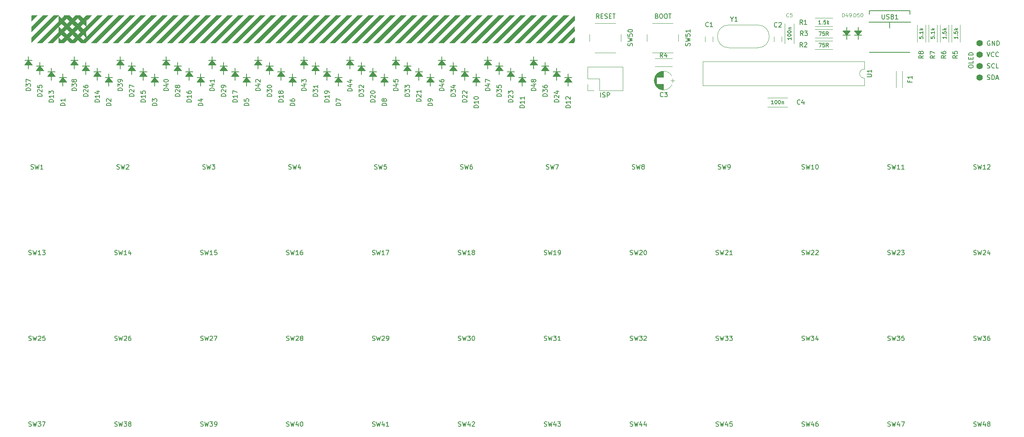
<source format=gbr>
%TF.GenerationSoftware,KiCad,Pcbnew,6.0.4-6f826c9f35~116~ubuntu22.04.1*%
%TF.CreationDate,2022-04-06T02:04:57+02:00*%
%TF.ProjectId,plaid,706c6169-642e-46b6-9963-61645f706362,rev?*%
%TF.SameCoordinates,Original*%
%TF.FileFunction,Legend,Top*%
%TF.FilePolarity,Positive*%
%FSLAX46Y46*%
G04 Gerber Fmt 4.6, Leading zero omitted, Abs format (unit mm)*
G04 Created by KiCad (PCBNEW 6.0.4-6f826c9f35~116~ubuntu22.04.1) date 2022-04-06 02:04:57*
%MOMM*%
%LPD*%
G01*
G04 APERTURE LIST*
%ADD10C,0.200000*%
%ADD11C,0.150000*%
%ADD12C,0.100000*%
%ADD13C,0.010000*%
%ADD14C,0.120000*%
%ADD15C,1.397000*%
G04 APERTURE END LIST*
D10*
X166276619Y-54452880D02*
X165943285Y-53976690D01*
X165705190Y-54452880D02*
X165705190Y-53452880D01*
X166086142Y-53452880D01*
X166181380Y-53500500D01*
X166229000Y-53548119D01*
X166276619Y-53643357D01*
X166276619Y-53786214D01*
X166229000Y-53881452D01*
X166181380Y-53929071D01*
X166086142Y-53976690D01*
X165705190Y-53976690D01*
X166705190Y-53929071D02*
X167038523Y-53929071D01*
X167181380Y-54452880D02*
X166705190Y-54452880D01*
X166705190Y-53452880D01*
X167181380Y-53452880D01*
X167562333Y-54405261D02*
X167705190Y-54452880D01*
X167943285Y-54452880D01*
X168038523Y-54405261D01*
X168086142Y-54357642D01*
X168133761Y-54262404D01*
X168133761Y-54167166D01*
X168086142Y-54071928D01*
X168038523Y-54024309D01*
X167943285Y-53976690D01*
X167752809Y-53929071D01*
X167657571Y-53881452D01*
X167609952Y-53833833D01*
X167562333Y-53738595D01*
X167562333Y-53643357D01*
X167609952Y-53548119D01*
X167657571Y-53500500D01*
X167752809Y-53452880D01*
X167990904Y-53452880D01*
X168133761Y-53500500D01*
X168562333Y-53929071D02*
X168895666Y-53929071D01*
X169038523Y-54452880D02*
X168562333Y-54452880D01*
X168562333Y-53452880D01*
X169038523Y-53452880D01*
X169324238Y-53452880D02*
X169895666Y-53452880D01*
X169609952Y-54452880D02*
X169609952Y-53452880D01*
X179071857Y-53929071D02*
X179214714Y-53976690D01*
X179262333Y-54024309D01*
X179309952Y-54119547D01*
X179309952Y-54262404D01*
X179262333Y-54357642D01*
X179214714Y-54405261D01*
X179119476Y-54452880D01*
X178738523Y-54452880D01*
X178738523Y-53452880D01*
X179071857Y-53452880D01*
X179167095Y-53500500D01*
X179214714Y-53548119D01*
X179262333Y-53643357D01*
X179262333Y-53738595D01*
X179214714Y-53833833D01*
X179167095Y-53881452D01*
X179071857Y-53929071D01*
X178738523Y-53929071D01*
X179929000Y-53452880D02*
X180119476Y-53452880D01*
X180214714Y-53500500D01*
X180309952Y-53595738D01*
X180357571Y-53786214D01*
X180357571Y-54119547D01*
X180309952Y-54310023D01*
X180214714Y-54405261D01*
X180119476Y-54452880D01*
X179929000Y-54452880D01*
X179833761Y-54405261D01*
X179738523Y-54310023D01*
X179690904Y-54119547D01*
X179690904Y-53786214D01*
X179738523Y-53595738D01*
X179833761Y-53500500D01*
X179929000Y-53452880D01*
X180976619Y-53452880D02*
X181167095Y-53452880D01*
X181262333Y-53500500D01*
X181357571Y-53595738D01*
X181405190Y-53786214D01*
X181405190Y-54119547D01*
X181357571Y-54310023D01*
X181262333Y-54405261D01*
X181167095Y-54452880D01*
X180976619Y-54452880D01*
X180881380Y-54405261D01*
X180786142Y-54310023D01*
X180738523Y-54119547D01*
X180738523Y-53786214D01*
X180786142Y-53595738D01*
X180881380Y-53500500D01*
X180976619Y-53452880D01*
X181690904Y-53452880D02*
X182262333Y-53452880D01*
X181976619Y-54452880D02*
X181976619Y-53452880D01*
X166647809Y-71907880D02*
X166647809Y-70907880D01*
X167076380Y-71860261D02*
X167219238Y-71907880D01*
X167457333Y-71907880D01*
X167552571Y-71860261D01*
X167600190Y-71812642D01*
X167647809Y-71717404D01*
X167647809Y-71622166D01*
X167600190Y-71526928D01*
X167552571Y-71479309D01*
X167457333Y-71431690D01*
X167266857Y-71384071D01*
X167171619Y-71336452D01*
X167124000Y-71288833D01*
X167076380Y-71193595D01*
X167076380Y-71098357D01*
X167124000Y-71003119D01*
X167171619Y-70955500D01*
X167266857Y-70907880D01*
X167504952Y-70907880D01*
X167647809Y-70955500D01*
X168076380Y-71907880D02*
X168076380Y-70907880D01*
X168457333Y-70907880D01*
X168552571Y-70955500D01*
X168600190Y-71003119D01*
X168647809Y-71098357D01*
X168647809Y-71241214D01*
X168600190Y-71336452D01*
X168552571Y-71384071D01*
X168457333Y-71431690D01*
X168076380Y-71431690D01*
D11*
X252071938Y-61936480D02*
X252405271Y-62936480D01*
X252738604Y-61936480D01*
X253643366Y-62841242D02*
X253595747Y-62888861D01*
X253452890Y-62936480D01*
X253357652Y-62936480D01*
X253214795Y-62888861D01*
X253119557Y-62793623D01*
X253071938Y-62698385D01*
X253024319Y-62507909D01*
X253024319Y-62365052D01*
X253071938Y-62174576D01*
X253119557Y-62079338D01*
X253214795Y-61984100D01*
X253357652Y-61936480D01*
X253452890Y-61936480D01*
X253595747Y-61984100D01*
X253643366Y-62031719D01*
X254643366Y-62841242D02*
X254595747Y-62888861D01*
X254452890Y-62936480D01*
X254357652Y-62936480D01*
X254214795Y-62888861D01*
X254119557Y-62793623D01*
X254071938Y-62698385D01*
X254024319Y-62507909D01*
X254024319Y-62365052D01*
X254071938Y-62174576D01*
X254119557Y-62079338D01*
X254214795Y-61984100D01*
X254357652Y-61936480D01*
X254452890Y-61936480D01*
X254595747Y-61984100D01*
X254643366Y-62031719D01*
X252167176Y-65428861D02*
X252310033Y-65476480D01*
X252548128Y-65476480D01*
X252643366Y-65428861D01*
X252690985Y-65381242D01*
X252738604Y-65286004D01*
X252738604Y-65190766D01*
X252690985Y-65095528D01*
X252643366Y-65047909D01*
X252548128Y-65000290D01*
X252357652Y-64952671D01*
X252262414Y-64905052D01*
X252214795Y-64857433D01*
X252167176Y-64762195D01*
X252167176Y-64666957D01*
X252214795Y-64571719D01*
X252262414Y-64524100D01*
X252357652Y-64476480D01*
X252595747Y-64476480D01*
X252738604Y-64524100D01*
X253738604Y-65381242D02*
X253690985Y-65428861D01*
X253548128Y-65476480D01*
X253452890Y-65476480D01*
X253310033Y-65428861D01*
X253214795Y-65333623D01*
X253167176Y-65238385D01*
X253119557Y-65047909D01*
X253119557Y-64905052D01*
X253167176Y-64714576D01*
X253214795Y-64619338D01*
X253310033Y-64524100D01*
X253452890Y-64476480D01*
X253548128Y-64476480D01*
X253690985Y-64524100D01*
X253738604Y-64571719D01*
X254643366Y-65476480D02*
X254167176Y-65476480D01*
X254167176Y-64476480D01*
X252167176Y-67968861D02*
X252310033Y-68016480D01*
X252548128Y-68016480D01*
X252643366Y-67968861D01*
X252690985Y-67921242D01*
X252738604Y-67826004D01*
X252738604Y-67730766D01*
X252690985Y-67635528D01*
X252643366Y-67587909D01*
X252548128Y-67540290D01*
X252357652Y-67492671D01*
X252262414Y-67445052D01*
X252214795Y-67397433D01*
X252167176Y-67302195D01*
X252167176Y-67206957D01*
X252214795Y-67111719D01*
X252262414Y-67064100D01*
X252357652Y-67016480D01*
X252595747Y-67016480D01*
X252738604Y-67064100D01*
X253167176Y-68016480D02*
X253167176Y-67016480D01*
X253405271Y-67016480D01*
X253548128Y-67064100D01*
X253643366Y-67159338D01*
X253690985Y-67254576D01*
X253738604Y-67445052D01*
X253738604Y-67587909D01*
X253690985Y-67778385D01*
X253643366Y-67873623D01*
X253548128Y-67968861D01*
X253405271Y-68016480D01*
X253167176Y-68016480D01*
X254119557Y-67730766D02*
X254595747Y-67730766D01*
X254024319Y-68016480D02*
X254357652Y-67016480D01*
X254690985Y-68016480D01*
X252738604Y-59507600D02*
X252643366Y-59459980D01*
X252500509Y-59459980D01*
X252357652Y-59507600D01*
X252262414Y-59602838D01*
X252214795Y-59698076D01*
X252167176Y-59888552D01*
X252167176Y-60031409D01*
X252214795Y-60221885D01*
X252262414Y-60317123D01*
X252357652Y-60412361D01*
X252500509Y-60459980D01*
X252595747Y-60459980D01*
X252738604Y-60412361D01*
X252786223Y-60364742D01*
X252786223Y-60031409D01*
X252595747Y-60031409D01*
X253214795Y-60459980D02*
X253214795Y-59459980D01*
X253786223Y-60459980D01*
X253786223Y-59459980D01*
X254262414Y-60459980D02*
X254262414Y-59459980D01*
X254500509Y-59459980D01*
X254643366Y-59507600D01*
X254738604Y-59602838D01*
X254786223Y-59698076D01*
X254833842Y-59888552D01*
X254833842Y-60031409D01*
X254786223Y-60221885D01*
X254738604Y-60317123D01*
X254643366Y-60412361D01*
X254500509Y-60459980D01*
X254262414Y-60459980D01*
X154164476Y-144810261D02*
X154307333Y-144857880D01*
X154545428Y-144857880D01*
X154640666Y-144810261D01*
X154688285Y-144762642D01*
X154735904Y-144667404D01*
X154735904Y-144572166D01*
X154688285Y-144476928D01*
X154640666Y-144429309D01*
X154545428Y-144381690D01*
X154354952Y-144334071D01*
X154259714Y-144286452D01*
X154212095Y-144238833D01*
X154164476Y-144143595D01*
X154164476Y-144048357D01*
X154212095Y-143953119D01*
X154259714Y-143905500D01*
X154354952Y-143857880D01*
X154593047Y-143857880D01*
X154735904Y-143905500D01*
X155069238Y-143857880D02*
X155307333Y-144857880D01*
X155497809Y-144143595D01*
X155688285Y-144857880D01*
X155926380Y-143857880D01*
X156735904Y-144191214D02*
X156735904Y-144857880D01*
X156497809Y-143810261D02*
X156259714Y-144524547D01*
X156878761Y-144524547D01*
X157164476Y-143857880D02*
X157783523Y-143857880D01*
X157450190Y-144238833D01*
X157593047Y-144238833D01*
X157688285Y-144286452D01*
X157735904Y-144334071D01*
X157783523Y-144429309D01*
X157783523Y-144667404D01*
X157735904Y-144762642D01*
X157688285Y-144810261D01*
X157593047Y-144857880D01*
X157307333Y-144857880D01*
X157212095Y-144810261D01*
X157164476Y-144762642D01*
X135164476Y-144810261D02*
X135307333Y-144857880D01*
X135545428Y-144857880D01*
X135640666Y-144810261D01*
X135688285Y-144762642D01*
X135735904Y-144667404D01*
X135735904Y-144572166D01*
X135688285Y-144476928D01*
X135640666Y-144429309D01*
X135545428Y-144381690D01*
X135354952Y-144334071D01*
X135259714Y-144286452D01*
X135212095Y-144238833D01*
X135164476Y-144143595D01*
X135164476Y-144048357D01*
X135212095Y-143953119D01*
X135259714Y-143905500D01*
X135354952Y-143857880D01*
X135593047Y-143857880D01*
X135735904Y-143905500D01*
X136069238Y-143857880D02*
X136307333Y-144857880D01*
X136497809Y-144143595D01*
X136688285Y-144857880D01*
X136926380Y-143857880D01*
X137735904Y-144191214D02*
X137735904Y-144857880D01*
X137497809Y-143810261D02*
X137259714Y-144524547D01*
X137878761Y-144524547D01*
X138212095Y-143953119D02*
X138259714Y-143905500D01*
X138354952Y-143857880D01*
X138593047Y-143857880D01*
X138688285Y-143905500D01*
X138735904Y-143953119D01*
X138783523Y-144048357D01*
X138783523Y-144143595D01*
X138735904Y-144286452D01*
X138164476Y-144857880D01*
X138783523Y-144857880D01*
X237997980Y-62707566D02*
X237521790Y-63040900D01*
X237997980Y-63278995D02*
X236997980Y-63278995D01*
X236997980Y-62898042D01*
X237045600Y-62802804D01*
X237093219Y-62755185D01*
X237188457Y-62707566D01*
X237331314Y-62707566D01*
X237426552Y-62755185D01*
X237474171Y-62802804D01*
X237521790Y-62898042D01*
X237521790Y-63278995D01*
X237426552Y-62136138D02*
X237378933Y-62231376D01*
X237331314Y-62278995D01*
X237236076Y-62326614D01*
X237188457Y-62326614D01*
X237093219Y-62278995D01*
X237045600Y-62231376D01*
X236997980Y-62136138D01*
X236997980Y-61945661D01*
X237045600Y-61850423D01*
X237093219Y-61802804D01*
X237188457Y-61755185D01*
X237236076Y-61755185D01*
X237331314Y-61802804D01*
X237378933Y-61850423D01*
X237426552Y-61945661D01*
X237426552Y-62136138D01*
X237474171Y-62231376D01*
X237521790Y-62278995D01*
X237617028Y-62326614D01*
X237807504Y-62326614D01*
X237902742Y-62278995D01*
X237950361Y-62231376D01*
X237997980Y-62136138D01*
X237997980Y-61945661D01*
X237950361Y-61850423D01*
X237902742Y-61802804D01*
X237807504Y-61755185D01*
X237617028Y-61755185D01*
X237521790Y-61802804D01*
X237474171Y-61850423D01*
X237426552Y-61945661D01*
X237140904Y-58515261D02*
X237140904Y-58896214D01*
X237521857Y-58934309D01*
X237483761Y-58896214D01*
X237445666Y-58820023D01*
X237445666Y-58629547D01*
X237483761Y-58553357D01*
X237521857Y-58515261D01*
X237598047Y-58477166D01*
X237788523Y-58477166D01*
X237864714Y-58515261D01*
X237902809Y-58553357D01*
X237940904Y-58629547D01*
X237940904Y-58820023D01*
X237902809Y-58896214D01*
X237864714Y-58934309D01*
X237864714Y-58134309D02*
X237902809Y-58096214D01*
X237940904Y-58134309D01*
X237902809Y-58172404D01*
X237864714Y-58134309D01*
X237940904Y-58134309D01*
X237940904Y-57334309D02*
X237940904Y-57791452D01*
X237940904Y-57562880D02*
X237140904Y-57562880D01*
X237255190Y-57639071D01*
X237331380Y-57715261D01*
X237369476Y-57791452D01*
X237940904Y-56991452D02*
X237140904Y-56991452D01*
X237636142Y-56915261D02*
X237940904Y-56686690D01*
X237407571Y-56686690D02*
X237712333Y-56991452D01*
X211313833Y-60802880D02*
X210980500Y-60326690D01*
X210742404Y-60802880D02*
X210742404Y-59802880D01*
X211123357Y-59802880D01*
X211218595Y-59850500D01*
X211266214Y-59898119D01*
X211313833Y-59993357D01*
X211313833Y-60136214D01*
X211266214Y-60231452D01*
X211218595Y-60279071D01*
X211123357Y-60326690D01*
X210742404Y-60326690D01*
X211694785Y-59898119D02*
X211742404Y-59850500D01*
X211837642Y-59802880D01*
X212075738Y-59802880D01*
X212170976Y-59850500D01*
X212218595Y-59898119D01*
X212266214Y-59993357D01*
X212266214Y-60088595D01*
X212218595Y-60231452D01*
X211647166Y-60802880D01*
X212266214Y-60802880D01*
X214941380Y-59975904D02*
X215474714Y-59975904D01*
X215131857Y-60775904D01*
X216160428Y-59975904D02*
X215779476Y-59975904D01*
X215741380Y-60356857D01*
X215779476Y-60318761D01*
X215855666Y-60280666D01*
X216046142Y-60280666D01*
X216122333Y-60318761D01*
X216160428Y-60356857D01*
X216198523Y-60433047D01*
X216198523Y-60623523D01*
X216160428Y-60699714D01*
X216122333Y-60737809D01*
X216046142Y-60775904D01*
X215855666Y-60775904D01*
X215779476Y-60737809D01*
X215741380Y-60699714D01*
X216998523Y-60775904D02*
X216731857Y-60394952D01*
X216541380Y-60775904D02*
X216541380Y-59975904D01*
X216846142Y-59975904D01*
X216922333Y-60014000D01*
X216960428Y-60052095D01*
X216998523Y-60128285D01*
X216998523Y-60242571D01*
X216960428Y-60318761D01*
X216922333Y-60356857D01*
X216846142Y-60394952D01*
X216541380Y-60394952D01*
X211313833Y-55786380D02*
X210980500Y-55310190D01*
X210742404Y-55786380D02*
X210742404Y-54786380D01*
X211123357Y-54786380D01*
X211218595Y-54834000D01*
X211266214Y-54881619D01*
X211313833Y-54976857D01*
X211313833Y-55119714D01*
X211266214Y-55214952D01*
X211218595Y-55262571D01*
X211123357Y-55310190D01*
X210742404Y-55310190D01*
X212266214Y-55786380D02*
X211694785Y-55786380D01*
X211980500Y-55786380D02*
X211980500Y-54786380D01*
X211885261Y-54929238D01*
X211790023Y-55024476D01*
X211694785Y-55072095D01*
X215322333Y-55695904D02*
X214865190Y-55695904D01*
X215093761Y-55695904D02*
X215093761Y-54895904D01*
X215017571Y-55010190D01*
X214941380Y-55086380D01*
X214865190Y-55124476D01*
X215665190Y-55619714D02*
X215703285Y-55657809D01*
X215665190Y-55695904D01*
X215627095Y-55657809D01*
X215665190Y-55619714D01*
X215665190Y-55695904D01*
X216427095Y-54895904D02*
X216046142Y-54895904D01*
X216008047Y-55276857D01*
X216046142Y-55238761D01*
X216122333Y-55200666D01*
X216312809Y-55200666D01*
X216389000Y-55238761D01*
X216427095Y-55276857D01*
X216465190Y-55353047D01*
X216465190Y-55543523D01*
X216427095Y-55619714D01*
X216389000Y-55657809D01*
X216312809Y-55695904D01*
X216122333Y-55695904D01*
X216046142Y-55657809D01*
X216008047Y-55619714D01*
X216808047Y-55695904D02*
X216808047Y-54895904D01*
X216884238Y-55391142D02*
X217112809Y-55695904D01*
X217112809Y-55162571D02*
X216808047Y-55467333D01*
X205662333Y-56262642D02*
X205614714Y-56310261D01*
X205471857Y-56357880D01*
X205376619Y-56357880D01*
X205233761Y-56310261D01*
X205138523Y-56215023D01*
X205090904Y-56119785D01*
X205043285Y-55929309D01*
X205043285Y-55786452D01*
X205090904Y-55595976D01*
X205138523Y-55500738D01*
X205233761Y-55405500D01*
X205376619Y-55357880D01*
X205471857Y-55357880D01*
X205614714Y-55405500D01*
X205662333Y-55453119D01*
X206043285Y-55453119D02*
X206090904Y-55405500D01*
X206186142Y-55357880D01*
X206424238Y-55357880D01*
X206519476Y-55405500D01*
X206567095Y-55453119D01*
X206614714Y-55548357D01*
X206614714Y-55643595D01*
X206567095Y-55786452D01*
X205995666Y-56357880D01*
X206614714Y-56357880D01*
X190485833Y-56199142D02*
X190438214Y-56246761D01*
X190295357Y-56294380D01*
X190200119Y-56294380D01*
X190057261Y-56246761D01*
X189962023Y-56151523D01*
X189914404Y-56056285D01*
X189866785Y-55865809D01*
X189866785Y-55722952D01*
X189914404Y-55532476D01*
X189962023Y-55437238D01*
X190057261Y-55342000D01*
X190200119Y-55294380D01*
X190295357Y-55294380D01*
X190438214Y-55342000D01*
X190485833Y-55389619D01*
X191438214Y-56294380D02*
X190866785Y-56294380D01*
X191152500Y-56294380D02*
X191152500Y-55294380D01*
X191057261Y-55437238D01*
X190962023Y-55532476D01*
X190866785Y-55580095D01*
X186378761Y-60540023D02*
X186426380Y-60397166D01*
X186426380Y-60159071D01*
X186378761Y-60063833D01*
X186331142Y-60016214D01*
X186235904Y-59968595D01*
X186140666Y-59968595D01*
X186045428Y-60016214D01*
X185997809Y-60063833D01*
X185950190Y-60159071D01*
X185902571Y-60349547D01*
X185854952Y-60444785D01*
X185807333Y-60492404D01*
X185712095Y-60540023D01*
X185616857Y-60540023D01*
X185521619Y-60492404D01*
X185474000Y-60444785D01*
X185426380Y-60349547D01*
X185426380Y-60111452D01*
X185474000Y-59968595D01*
X185426380Y-59635261D02*
X186426380Y-59397166D01*
X185712095Y-59206690D01*
X186426380Y-59016214D01*
X185426380Y-58778119D01*
X185426380Y-57920976D02*
X185426380Y-58397166D01*
X185902571Y-58444785D01*
X185854952Y-58397166D01*
X185807333Y-58301928D01*
X185807333Y-58063833D01*
X185854952Y-57968595D01*
X185902571Y-57920976D01*
X185997809Y-57873357D01*
X186235904Y-57873357D01*
X186331142Y-57920976D01*
X186378761Y-57968595D01*
X186426380Y-58063833D01*
X186426380Y-58301928D01*
X186378761Y-58397166D01*
X186331142Y-58444785D01*
X186426380Y-56920976D02*
X186426380Y-57492404D01*
X186426380Y-57206690D02*
X185426380Y-57206690D01*
X185569238Y-57301928D01*
X185664476Y-57397166D01*
X185712095Y-57492404D01*
X173628761Y-60540023D02*
X173676380Y-60397166D01*
X173676380Y-60159071D01*
X173628761Y-60063833D01*
X173581142Y-60016214D01*
X173485904Y-59968595D01*
X173390666Y-59968595D01*
X173295428Y-60016214D01*
X173247809Y-60063833D01*
X173200190Y-60159071D01*
X173152571Y-60349547D01*
X173104952Y-60444785D01*
X173057333Y-60492404D01*
X172962095Y-60540023D01*
X172866857Y-60540023D01*
X172771619Y-60492404D01*
X172724000Y-60444785D01*
X172676380Y-60349547D01*
X172676380Y-60111452D01*
X172724000Y-59968595D01*
X172676380Y-59635261D02*
X173676380Y-59397166D01*
X172962095Y-59206690D01*
X173676380Y-59016214D01*
X172676380Y-58778119D01*
X172676380Y-57920976D02*
X172676380Y-58397166D01*
X173152571Y-58444785D01*
X173104952Y-58397166D01*
X173057333Y-58301928D01*
X173057333Y-58063833D01*
X173104952Y-57968595D01*
X173152571Y-57920976D01*
X173247809Y-57873357D01*
X173485904Y-57873357D01*
X173581142Y-57920976D01*
X173628761Y-57968595D01*
X173676380Y-58063833D01*
X173676380Y-58301928D01*
X173628761Y-58397166D01*
X173581142Y-58444785D01*
X172676380Y-57254309D02*
X172676380Y-57159071D01*
X172724000Y-57063833D01*
X172771619Y-57016214D01*
X172866857Y-56968595D01*
X173057333Y-56920976D01*
X173295428Y-56920976D01*
X173485904Y-56968595D01*
X173581142Y-57016214D01*
X173628761Y-57063833D01*
X173676380Y-57159071D01*
X173676380Y-57254309D01*
X173628761Y-57349547D01*
X173581142Y-57397166D01*
X173485904Y-57444785D01*
X173295428Y-57492404D01*
X173057333Y-57492404D01*
X172866857Y-57444785D01*
X172771619Y-57397166D01*
X172724000Y-57349547D01*
X172676380Y-57254309D01*
X195700809Y-54611690D02*
X195700809Y-55087880D01*
X195367476Y-54087880D02*
X195700809Y-54611690D01*
X196034142Y-54087880D01*
X196891285Y-55087880D02*
X196319857Y-55087880D01*
X196605571Y-55087880D02*
X196605571Y-54087880D01*
X196510333Y-54230738D01*
X196415095Y-54325976D01*
X196319857Y-54373595D01*
X152306380Y-70454785D02*
X151306380Y-70454785D01*
X151306380Y-70216690D01*
X151354000Y-70073833D01*
X151449238Y-69978595D01*
X151544476Y-69930976D01*
X151734952Y-69883357D01*
X151877809Y-69883357D01*
X152068285Y-69930976D01*
X152163523Y-69978595D01*
X152258761Y-70073833D01*
X152306380Y-70216690D01*
X152306380Y-70454785D01*
X151639714Y-69026214D02*
X152306380Y-69026214D01*
X151258761Y-69264309D02*
X151973047Y-69502404D01*
X151973047Y-68883357D01*
X151734952Y-68359547D02*
X151687333Y-68454785D01*
X151639714Y-68502404D01*
X151544476Y-68550023D01*
X151496857Y-68550023D01*
X151401619Y-68502404D01*
X151354000Y-68454785D01*
X151306380Y-68359547D01*
X151306380Y-68169071D01*
X151354000Y-68073833D01*
X151401619Y-68026214D01*
X151496857Y-67978595D01*
X151544476Y-67978595D01*
X151639714Y-68026214D01*
X151687333Y-68073833D01*
X151734952Y-68169071D01*
X151734952Y-68359547D01*
X151782571Y-68454785D01*
X151830190Y-68502404D01*
X151925428Y-68550023D01*
X152115904Y-68550023D01*
X152211142Y-68502404D01*
X152258761Y-68454785D01*
X152306380Y-68359547D01*
X152306380Y-68169071D01*
X152258761Y-68073833D01*
X152211142Y-68026214D01*
X152115904Y-67978595D01*
X151925428Y-67978595D01*
X151830190Y-68026214D01*
X151782571Y-68073833D01*
X151734952Y-68169071D01*
X142146380Y-70454785D02*
X141146380Y-70454785D01*
X141146380Y-70216690D01*
X141194000Y-70073833D01*
X141289238Y-69978595D01*
X141384476Y-69930976D01*
X141574952Y-69883357D01*
X141717809Y-69883357D01*
X141908285Y-69930976D01*
X142003523Y-69978595D01*
X142098761Y-70073833D01*
X142146380Y-70216690D01*
X142146380Y-70454785D01*
X141479714Y-69026214D02*
X142146380Y-69026214D01*
X141098761Y-69264309D02*
X141813047Y-69502404D01*
X141813047Y-68883357D01*
X141146380Y-68597642D02*
X141146380Y-67930976D01*
X142146380Y-68359547D01*
X131986380Y-70454785D02*
X130986380Y-70454785D01*
X130986380Y-70216690D01*
X131034000Y-70073833D01*
X131129238Y-69978595D01*
X131224476Y-69930976D01*
X131414952Y-69883357D01*
X131557809Y-69883357D01*
X131748285Y-69930976D01*
X131843523Y-69978595D01*
X131938761Y-70073833D01*
X131986380Y-70216690D01*
X131986380Y-70454785D01*
X131319714Y-69026214D02*
X131986380Y-69026214D01*
X130938761Y-69264309D02*
X131653047Y-69502404D01*
X131653047Y-68883357D01*
X130986380Y-68073833D02*
X130986380Y-68264309D01*
X131034000Y-68359547D01*
X131081619Y-68407166D01*
X131224476Y-68502404D01*
X131414952Y-68550023D01*
X131795904Y-68550023D01*
X131891142Y-68502404D01*
X131938761Y-68454785D01*
X131986380Y-68359547D01*
X131986380Y-68169071D01*
X131938761Y-68073833D01*
X131891142Y-68026214D01*
X131795904Y-67978595D01*
X131557809Y-67978595D01*
X131462571Y-68026214D01*
X131414952Y-68073833D01*
X131367333Y-68169071D01*
X131367333Y-68359547D01*
X131414952Y-68454785D01*
X131462571Y-68502404D01*
X131557809Y-68550023D01*
X121826380Y-70454785D02*
X120826380Y-70454785D01*
X120826380Y-70216690D01*
X120874000Y-70073833D01*
X120969238Y-69978595D01*
X121064476Y-69930976D01*
X121254952Y-69883357D01*
X121397809Y-69883357D01*
X121588285Y-69930976D01*
X121683523Y-69978595D01*
X121778761Y-70073833D01*
X121826380Y-70216690D01*
X121826380Y-70454785D01*
X121159714Y-69026214D02*
X121826380Y-69026214D01*
X120778761Y-69264309D02*
X121493047Y-69502404D01*
X121493047Y-68883357D01*
X120826380Y-68026214D02*
X120826380Y-68502404D01*
X121302571Y-68550023D01*
X121254952Y-68502404D01*
X121207333Y-68407166D01*
X121207333Y-68169071D01*
X121254952Y-68073833D01*
X121302571Y-68026214D01*
X121397809Y-67978595D01*
X121635904Y-67978595D01*
X121731142Y-68026214D01*
X121778761Y-68073833D01*
X121826380Y-68169071D01*
X121826380Y-68407166D01*
X121778761Y-68502404D01*
X121731142Y-68550023D01*
X78164476Y-144810261D02*
X78307333Y-144857880D01*
X78545428Y-144857880D01*
X78640666Y-144810261D01*
X78688285Y-144762642D01*
X78735904Y-144667404D01*
X78735904Y-144572166D01*
X78688285Y-144476928D01*
X78640666Y-144429309D01*
X78545428Y-144381690D01*
X78354952Y-144334071D01*
X78259714Y-144286452D01*
X78212095Y-144238833D01*
X78164476Y-144143595D01*
X78164476Y-144048357D01*
X78212095Y-143953119D01*
X78259714Y-143905500D01*
X78354952Y-143857880D01*
X78593047Y-143857880D01*
X78735904Y-143905500D01*
X79069238Y-143857880D02*
X79307333Y-144857880D01*
X79497809Y-144143595D01*
X79688285Y-144857880D01*
X79926380Y-143857880D01*
X80212095Y-143857880D02*
X80831142Y-143857880D01*
X80497809Y-144238833D01*
X80640666Y-144238833D01*
X80735904Y-144286452D01*
X80783523Y-144334071D01*
X80831142Y-144429309D01*
X80831142Y-144667404D01*
X80783523Y-144762642D01*
X80735904Y-144810261D01*
X80640666Y-144857880D01*
X80354952Y-144857880D01*
X80259714Y-144810261D01*
X80212095Y-144762642D01*
X81307333Y-144857880D02*
X81497809Y-144857880D01*
X81593047Y-144810261D01*
X81640666Y-144762642D01*
X81735904Y-144619785D01*
X81783523Y-144429309D01*
X81783523Y-144048357D01*
X81735904Y-143953119D01*
X81688285Y-143905500D01*
X81593047Y-143857880D01*
X81402571Y-143857880D01*
X81307333Y-143905500D01*
X81259714Y-143953119D01*
X81212095Y-144048357D01*
X81212095Y-144286452D01*
X81259714Y-144381690D01*
X81307333Y-144429309D01*
X81402571Y-144476928D01*
X81593047Y-144476928D01*
X81688285Y-144429309D01*
X81735904Y-144381690D01*
X81783523Y-144286452D01*
X59164476Y-144810261D02*
X59307333Y-144857880D01*
X59545428Y-144857880D01*
X59640666Y-144810261D01*
X59688285Y-144762642D01*
X59735904Y-144667404D01*
X59735904Y-144572166D01*
X59688285Y-144476928D01*
X59640666Y-144429309D01*
X59545428Y-144381690D01*
X59354952Y-144334071D01*
X59259714Y-144286452D01*
X59212095Y-144238833D01*
X59164476Y-144143595D01*
X59164476Y-144048357D01*
X59212095Y-143953119D01*
X59259714Y-143905500D01*
X59354952Y-143857880D01*
X59593047Y-143857880D01*
X59735904Y-143905500D01*
X60069238Y-143857880D02*
X60307333Y-144857880D01*
X60497809Y-144143595D01*
X60688285Y-144857880D01*
X60926380Y-143857880D01*
X61212095Y-143857880D02*
X61831142Y-143857880D01*
X61497809Y-144238833D01*
X61640666Y-144238833D01*
X61735904Y-144286452D01*
X61783523Y-144334071D01*
X61831142Y-144429309D01*
X61831142Y-144667404D01*
X61783523Y-144762642D01*
X61735904Y-144810261D01*
X61640666Y-144857880D01*
X61354952Y-144857880D01*
X61259714Y-144810261D01*
X61212095Y-144762642D01*
X62402571Y-144286452D02*
X62307333Y-144238833D01*
X62259714Y-144191214D01*
X62212095Y-144095976D01*
X62212095Y-144048357D01*
X62259714Y-143953119D01*
X62307333Y-143905500D01*
X62402571Y-143857880D01*
X62593047Y-143857880D01*
X62688285Y-143905500D01*
X62735904Y-143953119D01*
X62783523Y-144048357D01*
X62783523Y-144095976D01*
X62735904Y-144191214D01*
X62688285Y-144238833D01*
X62593047Y-144286452D01*
X62402571Y-144286452D01*
X62307333Y-144334071D01*
X62259714Y-144381690D01*
X62212095Y-144476928D01*
X62212095Y-144667404D01*
X62259714Y-144762642D01*
X62307333Y-144810261D01*
X62402571Y-144857880D01*
X62593047Y-144857880D01*
X62688285Y-144810261D01*
X62735904Y-144762642D01*
X62783523Y-144667404D01*
X62783523Y-144476928D01*
X62735904Y-144381690D01*
X62688285Y-144334071D01*
X62593047Y-144286452D01*
X159926380Y-74264785D02*
X158926380Y-74264785D01*
X158926380Y-74026690D01*
X158974000Y-73883833D01*
X159069238Y-73788595D01*
X159164476Y-73740976D01*
X159354952Y-73693357D01*
X159497809Y-73693357D01*
X159688285Y-73740976D01*
X159783523Y-73788595D01*
X159878761Y-73883833D01*
X159926380Y-74026690D01*
X159926380Y-74264785D01*
X159926380Y-72740976D02*
X159926380Y-73312404D01*
X159926380Y-73026690D02*
X158926380Y-73026690D01*
X159069238Y-73121928D01*
X159164476Y-73217166D01*
X159212095Y-73312404D01*
X159021619Y-72360023D02*
X158974000Y-72312404D01*
X158926380Y-72217166D01*
X158926380Y-71979071D01*
X158974000Y-71883833D01*
X159021619Y-71836214D01*
X159116857Y-71788595D01*
X159212095Y-71788595D01*
X159354952Y-71836214D01*
X159926380Y-72407642D01*
X159926380Y-71788595D01*
X149766380Y-74264785D02*
X148766380Y-74264785D01*
X148766380Y-74026690D01*
X148814000Y-73883833D01*
X148909238Y-73788595D01*
X149004476Y-73740976D01*
X149194952Y-73693357D01*
X149337809Y-73693357D01*
X149528285Y-73740976D01*
X149623523Y-73788595D01*
X149718761Y-73883833D01*
X149766380Y-74026690D01*
X149766380Y-74264785D01*
X149766380Y-72740976D02*
X149766380Y-73312404D01*
X149766380Y-73026690D02*
X148766380Y-73026690D01*
X148909238Y-73121928D01*
X149004476Y-73217166D01*
X149052095Y-73312404D01*
X149766380Y-71788595D02*
X149766380Y-72360023D01*
X149766380Y-72074309D02*
X148766380Y-72074309D01*
X148909238Y-72169547D01*
X149004476Y-72264785D01*
X149052095Y-72360023D01*
X139606380Y-74264785D02*
X138606380Y-74264785D01*
X138606380Y-74026690D01*
X138654000Y-73883833D01*
X138749238Y-73788595D01*
X138844476Y-73740976D01*
X139034952Y-73693357D01*
X139177809Y-73693357D01*
X139368285Y-73740976D01*
X139463523Y-73788595D01*
X139558761Y-73883833D01*
X139606380Y-74026690D01*
X139606380Y-74264785D01*
X139606380Y-72740976D02*
X139606380Y-73312404D01*
X139606380Y-73026690D02*
X138606380Y-73026690D01*
X138749238Y-73121928D01*
X138844476Y-73217166D01*
X138892095Y-73312404D01*
X138606380Y-72121928D02*
X138606380Y-72026690D01*
X138654000Y-71931452D01*
X138701619Y-71883833D01*
X138796857Y-71836214D01*
X138987333Y-71788595D01*
X139225428Y-71788595D01*
X139415904Y-71836214D01*
X139511142Y-71883833D01*
X139558761Y-71931452D01*
X139606380Y-72026690D01*
X139606380Y-72121928D01*
X139558761Y-72217166D01*
X139511142Y-72264785D01*
X139415904Y-72312404D01*
X139225428Y-72360023D01*
X138987333Y-72360023D01*
X138796857Y-72312404D01*
X138701619Y-72264785D01*
X138654000Y-72217166D01*
X138606380Y-72121928D01*
X129446380Y-73788595D02*
X128446380Y-73788595D01*
X128446380Y-73550500D01*
X128494000Y-73407642D01*
X128589238Y-73312404D01*
X128684476Y-73264785D01*
X128874952Y-73217166D01*
X129017809Y-73217166D01*
X129208285Y-73264785D01*
X129303523Y-73312404D01*
X129398761Y-73407642D01*
X129446380Y-73550500D01*
X129446380Y-73788595D01*
X129446380Y-72740976D02*
X129446380Y-72550500D01*
X129398761Y-72455261D01*
X129351142Y-72407642D01*
X129208285Y-72312404D01*
X129017809Y-72264785D01*
X128636857Y-72264785D01*
X128541619Y-72312404D01*
X128494000Y-72360023D01*
X128446380Y-72455261D01*
X128446380Y-72645738D01*
X128494000Y-72740976D01*
X128541619Y-72788595D01*
X128636857Y-72836214D01*
X128874952Y-72836214D01*
X128970190Y-72788595D01*
X129017809Y-72740976D01*
X129065428Y-72645738D01*
X129065428Y-72455261D01*
X129017809Y-72360023D01*
X128970190Y-72312404D01*
X128874952Y-72264785D01*
X119286380Y-73788595D02*
X118286380Y-73788595D01*
X118286380Y-73550500D01*
X118334000Y-73407642D01*
X118429238Y-73312404D01*
X118524476Y-73264785D01*
X118714952Y-73217166D01*
X118857809Y-73217166D01*
X119048285Y-73264785D01*
X119143523Y-73312404D01*
X119238761Y-73407642D01*
X119286380Y-73550500D01*
X119286380Y-73788595D01*
X118714952Y-72645738D02*
X118667333Y-72740976D01*
X118619714Y-72788595D01*
X118524476Y-72836214D01*
X118476857Y-72836214D01*
X118381619Y-72788595D01*
X118334000Y-72740976D01*
X118286380Y-72645738D01*
X118286380Y-72455261D01*
X118334000Y-72360023D01*
X118381619Y-72312404D01*
X118476857Y-72264785D01*
X118524476Y-72264785D01*
X118619714Y-72312404D01*
X118667333Y-72360023D01*
X118714952Y-72455261D01*
X118714952Y-72645738D01*
X118762571Y-72740976D01*
X118810190Y-72788595D01*
X118905428Y-72836214D01*
X119095904Y-72836214D01*
X119191142Y-72788595D01*
X119238761Y-72740976D01*
X119286380Y-72645738D01*
X119286380Y-72455261D01*
X119238761Y-72360023D01*
X119191142Y-72312404D01*
X119095904Y-72264785D01*
X118905428Y-72264785D01*
X118810190Y-72312404D01*
X118762571Y-72360023D01*
X118714952Y-72455261D01*
X210742333Y-73407642D02*
X210694714Y-73455261D01*
X210551857Y-73502880D01*
X210456619Y-73502880D01*
X210313761Y-73455261D01*
X210218523Y-73360023D01*
X210170904Y-73264785D01*
X210123285Y-73074309D01*
X210123285Y-72931452D01*
X210170904Y-72740976D01*
X210218523Y-72645738D01*
X210313761Y-72550500D01*
X210456619Y-72502880D01*
X210551857Y-72502880D01*
X210694714Y-72550500D01*
X210742333Y-72598119D01*
X211599476Y-72836214D02*
X211599476Y-73502880D01*
X211361380Y-72455261D02*
X211123285Y-73169547D01*
X211742333Y-73169547D01*
X204893761Y-73412404D02*
X204436619Y-73412404D01*
X204665190Y-73412404D02*
X204665190Y-72612404D01*
X204589000Y-72726690D01*
X204512809Y-72802880D01*
X204436619Y-72840976D01*
X205389000Y-72612404D02*
X205465190Y-72612404D01*
X205541380Y-72650500D01*
X205579476Y-72688595D01*
X205617571Y-72764785D01*
X205655666Y-72917166D01*
X205655666Y-73107642D01*
X205617571Y-73260023D01*
X205579476Y-73336214D01*
X205541380Y-73374309D01*
X205465190Y-73412404D01*
X205389000Y-73412404D01*
X205312809Y-73374309D01*
X205274714Y-73336214D01*
X205236619Y-73260023D01*
X205198523Y-73107642D01*
X205198523Y-72917166D01*
X205236619Y-72764785D01*
X205274714Y-72688595D01*
X205312809Y-72650500D01*
X205389000Y-72612404D01*
X206150904Y-72612404D02*
X206227095Y-72612404D01*
X206303285Y-72650500D01*
X206341380Y-72688595D01*
X206379476Y-72764785D01*
X206417571Y-72917166D01*
X206417571Y-73107642D01*
X206379476Y-73260023D01*
X206341380Y-73336214D01*
X206303285Y-73374309D01*
X206227095Y-73412404D01*
X206150904Y-73412404D01*
X206074714Y-73374309D01*
X206036619Y-73336214D01*
X205998523Y-73260023D01*
X205960428Y-73107642D01*
X205960428Y-72917166D01*
X205998523Y-72764785D01*
X206036619Y-72688595D01*
X206074714Y-72650500D01*
X206150904Y-72612404D01*
X206760428Y-72879071D02*
X206760428Y-73412404D01*
X206760428Y-72955261D02*
X206798523Y-72917166D01*
X206874714Y-72879071D01*
X206989000Y-72879071D01*
X207065190Y-72917166D01*
X207103285Y-72993357D01*
X207103285Y-73412404D01*
X249164476Y-144810261D02*
X249307333Y-144857880D01*
X249545428Y-144857880D01*
X249640666Y-144810261D01*
X249688285Y-144762642D01*
X249735904Y-144667404D01*
X249735904Y-144572166D01*
X249688285Y-144476928D01*
X249640666Y-144429309D01*
X249545428Y-144381690D01*
X249354952Y-144334071D01*
X249259714Y-144286452D01*
X249212095Y-144238833D01*
X249164476Y-144143595D01*
X249164476Y-144048357D01*
X249212095Y-143953119D01*
X249259714Y-143905500D01*
X249354952Y-143857880D01*
X249593047Y-143857880D01*
X249735904Y-143905500D01*
X250069238Y-143857880D02*
X250307333Y-144857880D01*
X250497809Y-144143595D01*
X250688285Y-144857880D01*
X250926380Y-143857880D01*
X251735904Y-144191214D02*
X251735904Y-144857880D01*
X251497809Y-143810261D02*
X251259714Y-144524547D01*
X251878761Y-144524547D01*
X252402571Y-144286452D02*
X252307333Y-144238833D01*
X252259714Y-144191214D01*
X252212095Y-144095976D01*
X252212095Y-144048357D01*
X252259714Y-143953119D01*
X252307333Y-143905500D01*
X252402571Y-143857880D01*
X252593047Y-143857880D01*
X252688285Y-143905500D01*
X252735904Y-143953119D01*
X252783523Y-144048357D01*
X252783523Y-144095976D01*
X252735904Y-144191214D01*
X252688285Y-144238833D01*
X252593047Y-144286452D01*
X252402571Y-144286452D01*
X252307333Y-144334071D01*
X252259714Y-144381690D01*
X252212095Y-144476928D01*
X252212095Y-144667404D01*
X252259714Y-144762642D01*
X252307333Y-144810261D01*
X252402571Y-144857880D01*
X252593047Y-144857880D01*
X252688285Y-144810261D01*
X252735904Y-144762642D01*
X252783523Y-144667404D01*
X252783523Y-144476928D01*
X252735904Y-144381690D01*
X252688285Y-144334071D01*
X252593047Y-144286452D01*
X230164476Y-144810261D02*
X230307333Y-144857880D01*
X230545428Y-144857880D01*
X230640666Y-144810261D01*
X230688285Y-144762642D01*
X230735904Y-144667404D01*
X230735904Y-144572166D01*
X230688285Y-144476928D01*
X230640666Y-144429309D01*
X230545428Y-144381690D01*
X230354952Y-144334071D01*
X230259714Y-144286452D01*
X230212095Y-144238833D01*
X230164476Y-144143595D01*
X230164476Y-144048357D01*
X230212095Y-143953119D01*
X230259714Y-143905500D01*
X230354952Y-143857880D01*
X230593047Y-143857880D01*
X230735904Y-143905500D01*
X231069238Y-143857880D02*
X231307333Y-144857880D01*
X231497809Y-144143595D01*
X231688285Y-144857880D01*
X231926380Y-143857880D01*
X232735904Y-144191214D02*
X232735904Y-144857880D01*
X232497809Y-143810261D02*
X232259714Y-144524547D01*
X232878761Y-144524547D01*
X233164476Y-143857880D02*
X233831142Y-143857880D01*
X233402571Y-144857880D01*
X109126380Y-73788595D02*
X108126380Y-73788595D01*
X108126380Y-73550500D01*
X108174000Y-73407642D01*
X108269238Y-73312404D01*
X108364476Y-73264785D01*
X108554952Y-73217166D01*
X108697809Y-73217166D01*
X108888285Y-73264785D01*
X108983523Y-73312404D01*
X109078761Y-73407642D01*
X109126380Y-73550500D01*
X109126380Y-73788595D01*
X108126380Y-72883833D02*
X108126380Y-72217166D01*
X109126380Y-72645738D01*
X98966380Y-73788595D02*
X97966380Y-73788595D01*
X97966380Y-73550500D01*
X98014000Y-73407642D01*
X98109238Y-73312404D01*
X98204476Y-73264785D01*
X98394952Y-73217166D01*
X98537809Y-73217166D01*
X98728285Y-73264785D01*
X98823523Y-73312404D01*
X98918761Y-73407642D01*
X98966380Y-73550500D01*
X98966380Y-73788595D01*
X97966380Y-72360023D02*
X97966380Y-72550500D01*
X98014000Y-72645738D01*
X98061619Y-72693357D01*
X98204476Y-72788595D01*
X98394952Y-72836214D01*
X98775904Y-72836214D01*
X98871142Y-72788595D01*
X98918761Y-72740976D01*
X98966380Y-72645738D01*
X98966380Y-72455261D01*
X98918761Y-72360023D01*
X98871142Y-72312404D01*
X98775904Y-72264785D01*
X98537809Y-72264785D01*
X98442571Y-72312404D01*
X98394952Y-72360023D01*
X98347333Y-72455261D01*
X98347333Y-72645738D01*
X98394952Y-72740976D01*
X98442571Y-72788595D01*
X98537809Y-72836214D01*
X88806380Y-73788595D02*
X87806380Y-73788595D01*
X87806380Y-73550500D01*
X87854000Y-73407642D01*
X87949238Y-73312404D01*
X88044476Y-73264785D01*
X88234952Y-73217166D01*
X88377809Y-73217166D01*
X88568285Y-73264785D01*
X88663523Y-73312404D01*
X88758761Y-73407642D01*
X88806380Y-73550500D01*
X88806380Y-73788595D01*
X87806380Y-72312404D02*
X87806380Y-72788595D01*
X88282571Y-72836214D01*
X88234952Y-72788595D01*
X88187333Y-72693357D01*
X88187333Y-72455261D01*
X88234952Y-72360023D01*
X88282571Y-72312404D01*
X88377809Y-72264785D01*
X88615904Y-72264785D01*
X88711142Y-72312404D01*
X88758761Y-72360023D01*
X88806380Y-72455261D01*
X88806380Y-72693357D01*
X88758761Y-72788595D01*
X88711142Y-72836214D01*
X78646380Y-73788595D02*
X77646380Y-73788595D01*
X77646380Y-73550500D01*
X77694000Y-73407642D01*
X77789238Y-73312404D01*
X77884476Y-73264785D01*
X78074952Y-73217166D01*
X78217809Y-73217166D01*
X78408285Y-73264785D01*
X78503523Y-73312404D01*
X78598761Y-73407642D01*
X78646380Y-73550500D01*
X78646380Y-73788595D01*
X77979714Y-72360023D02*
X78646380Y-72360023D01*
X77598761Y-72598119D02*
X78313047Y-72836214D01*
X78313047Y-72217166D01*
X68486380Y-73788595D02*
X67486380Y-73788595D01*
X67486380Y-73550500D01*
X67534000Y-73407642D01*
X67629238Y-73312404D01*
X67724476Y-73264785D01*
X67914952Y-73217166D01*
X68057809Y-73217166D01*
X68248285Y-73264785D01*
X68343523Y-73312404D01*
X68438761Y-73407642D01*
X68486380Y-73550500D01*
X68486380Y-73788595D01*
X67486380Y-72883833D02*
X67486380Y-72264785D01*
X67867333Y-72598119D01*
X67867333Y-72455261D01*
X67914952Y-72360023D01*
X67962571Y-72312404D01*
X68057809Y-72264785D01*
X68295904Y-72264785D01*
X68391142Y-72312404D01*
X68438761Y-72360023D01*
X68486380Y-72455261D01*
X68486380Y-72740976D01*
X68438761Y-72836214D01*
X68391142Y-72883833D01*
X58326380Y-73788595D02*
X57326380Y-73788595D01*
X57326380Y-73550500D01*
X57374000Y-73407642D01*
X57469238Y-73312404D01*
X57564476Y-73264785D01*
X57754952Y-73217166D01*
X57897809Y-73217166D01*
X58088285Y-73264785D01*
X58183523Y-73312404D01*
X58278761Y-73407642D01*
X58326380Y-73550500D01*
X58326380Y-73788595D01*
X57421619Y-72836214D02*
X57374000Y-72788595D01*
X57326380Y-72693357D01*
X57326380Y-72455261D01*
X57374000Y-72360023D01*
X57421619Y-72312404D01*
X57516857Y-72264785D01*
X57612095Y-72264785D01*
X57754952Y-72312404D01*
X58326380Y-72883833D01*
X58326380Y-72264785D01*
X43086380Y-71724785D02*
X42086380Y-71724785D01*
X42086380Y-71486690D01*
X42134000Y-71343833D01*
X42229238Y-71248595D01*
X42324476Y-71200976D01*
X42514952Y-71153357D01*
X42657809Y-71153357D01*
X42848285Y-71200976D01*
X42943523Y-71248595D01*
X43038761Y-71343833D01*
X43086380Y-71486690D01*
X43086380Y-71724785D01*
X42181619Y-70772404D02*
X42134000Y-70724785D01*
X42086380Y-70629547D01*
X42086380Y-70391452D01*
X42134000Y-70296214D01*
X42181619Y-70248595D01*
X42276857Y-70200976D01*
X42372095Y-70200976D01*
X42514952Y-70248595D01*
X43086380Y-70820023D01*
X43086380Y-70200976D01*
X42086380Y-69296214D02*
X42086380Y-69772404D01*
X42562571Y-69820023D01*
X42514952Y-69772404D01*
X42467333Y-69677166D01*
X42467333Y-69439071D01*
X42514952Y-69343833D01*
X42562571Y-69296214D01*
X42657809Y-69248595D01*
X42895904Y-69248595D01*
X42991142Y-69296214D01*
X43038761Y-69343833D01*
X43086380Y-69439071D01*
X43086380Y-69677166D01*
X43038761Y-69772404D01*
X42991142Y-69820023D01*
X157386380Y-72994785D02*
X156386380Y-72994785D01*
X156386380Y-72756690D01*
X156434000Y-72613833D01*
X156529238Y-72518595D01*
X156624476Y-72470976D01*
X156814952Y-72423357D01*
X156957809Y-72423357D01*
X157148285Y-72470976D01*
X157243523Y-72518595D01*
X157338761Y-72613833D01*
X157386380Y-72756690D01*
X157386380Y-72994785D01*
X156481619Y-72042404D02*
X156434000Y-71994785D01*
X156386380Y-71899547D01*
X156386380Y-71661452D01*
X156434000Y-71566214D01*
X156481619Y-71518595D01*
X156576857Y-71470976D01*
X156672095Y-71470976D01*
X156814952Y-71518595D01*
X157386380Y-72090023D01*
X157386380Y-71470976D01*
X156719714Y-70613833D02*
X157386380Y-70613833D01*
X156338761Y-70851928D02*
X157053047Y-71090023D01*
X157053047Y-70470976D01*
X147226380Y-72994785D02*
X146226380Y-72994785D01*
X146226380Y-72756690D01*
X146274000Y-72613833D01*
X146369238Y-72518595D01*
X146464476Y-72470976D01*
X146654952Y-72423357D01*
X146797809Y-72423357D01*
X146988285Y-72470976D01*
X147083523Y-72518595D01*
X147178761Y-72613833D01*
X147226380Y-72756690D01*
X147226380Y-72994785D01*
X146321619Y-72042404D02*
X146274000Y-71994785D01*
X146226380Y-71899547D01*
X146226380Y-71661452D01*
X146274000Y-71566214D01*
X146321619Y-71518595D01*
X146416857Y-71470976D01*
X146512095Y-71470976D01*
X146654952Y-71518595D01*
X147226380Y-72090023D01*
X147226380Y-71470976D01*
X146226380Y-71137642D02*
X146226380Y-70518595D01*
X146607333Y-70851928D01*
X146607333Y-70709071D01*
X146654952Y-70613833D01*
X146702571Y-70566214D01*
X146797809Y-70518595D01*
X147035904Y-70518595D01*
X147131142Y-70566214D01*
X147178761Y-70613833D01*
X147226380Y-70709071D01*
X147226380Y-70994785D01*
X147178761Y-71090023D01*
X147131142Y-71137642D01*
X137066380Y-72994785D02*
X136066380Y-72994785D01*
X136066380Y-72756690D01*
X136114000Y-72613833D01*
X136209238Y-72518595D01*
X136304476Y-72470976D01*
X136494952Y-72423357D01*
X136637809Y-72423357D01*
X136828285Y-72470976D01*
X136923523Y-72518595D01*
X137018761Y-72613833D01*
X137066380Y-72756690D01*
X137066380Y-72994785D01*
X136161619Y-72042404D02*
X136114000Y-71994785D01*
X136066380Y-71899547D01*
X136066380Y-71661452D01*
X136114000Y-71566214D01*
X136161619Y-71518595D01*
X136256857Y-71470976D01*
X136352095Y-71470976D01*
X136494952Y-71518595D01*
X137066380Y-72090023D01*
X137066380Y-71470976D01*
X136161619Y-71090023D02*
X136114000Y-71042404D01*
X136066380Y-70947166D01*
X136066380Y-70709071D01*
X136114000Y-70613833D01*
X136161619Y-70566214D01*
X136256857Y-70518595D01*
X136352095Y-70518595D01*
X136494952Y-70566214D01*
X137066380Y-71137642D01*
X137066380Y-70518595D01*
X126906380Y-72839784D02*
X125906380Y-72839784D01*
X125906380Y-72601689D01*
X125954000Y-72458832D01*
X126049238Y-72363594D01*
X126144476Y-72315975D01*
X126334952Y-72268356D01*
X126477809Y-72268356D01*
X126668285Y-72315975D01*
X126763523Y-72363594D01*
X126858761Y-72458832D01*
X126906380Y-72601689D01*
X126906380Y-72839784D01*
X126001619Y-71887403D02*
X125954000Y-71839784D01*
X125906380Y-71744546D01*
X125906380Y-71506451D01*
X125954000Y-71411213D01*
X126001619Y-71363594D01*
X126096857Y-71315975D01*
X126192095Y-71315975D01*
X126334952Y-71363594D01*
X126906380Y-71935022D01*
X126906380Y-71315975D01*
X126906380Y-70363594D02*
X126906380Y-70935022D01*
X126906380Y-70649308D02*
X125906380Y-70649308D01*
X126049238Y-70744546D01*
X126144476Y-70839784D01*
X126192095Y-70935022D01*
X116746380Y-72994785D02*
X115746380Y-72994785D01*
X115746380Y-72756690D01*
X115794000Y-72613833D01*
X115889238Y-72518595D01*
X115984476Y-72470976D01*
X116174952Y-72423357D01*
X116317809Y-72423357D01*
X116508285Y-72470976D01*
X116603523Y-72518595D01*
X116698761Y-72613833D01*
X116746380Y-72756690D01*
X116746380Y-72994785D01*
X115841619Y-72042404D02*
X115794000Y-71994785D01*
X115746380Y-71899547D01*
X115746380Y-71661452D01*
X115794000Y-71566214D01*
X115841619Y-71518595D01*
X115936857Y-71470976D01*
X116032095Y-71470976D01*
X116174952Y-71518595D01*
X116746380Y-72090023D01*
X116746380Y-71470976D01*
X115746380Y-70851928D02*
X115746380Y-70756690D01*
X115794000Y-70661452D01*
X115841619Y-70613833D01*
X115936857Y-70566214D01*
X116127333Y-70518595D01*
X116365428Y-70518595D01*
X116555904Y-70566214D01*
X116651142Y-70613833D01*
X116698761Y-70661452D01*
X116746380Y-70756690D01*
X116746380Y-70851928D01*
X116698761Y-70947166D01*
X116651142Y-70994785D01*
X116555904Y-71042404D01*
X116365428Y-71090023D01*
X116127333Y-71090023D01*
X115936857Y-71042404D01*
X115841619Y-70994785D01*
X115794000Y-70947166D01*
X115746380Y-70851928D01*
X106586380Y-72994785D02*
X105586380Y-72994785D01*
X105586380Y-72756690D01*
X105634000Y-72613833D01*
X105729238Y-72518595D01*
X105824476Y-72470976D01*
X106014952Y-72423357D01*
X106157809Y-72423357D01*
X106348285Y-72470976D01*
X106443523Y-72518595D01*
X106538761Y-72613833D01*
X106586380Y-72756690D01*
X106586380Y-72994785D01*
X106586380Y-71470976D02*
X106586380Y-72042404D01*
X106586380Y-71756690D02*
X105586380Y-71756690D01*
X105729238Y-71851928D01*
X105824476Y-71947166D01*
X105872095Y-72042404D01*
X106586380Y-70994785D02*
X106586380Y-70804309D01*
X106538761Y-70709071D01*
X106491142Y-70661452D01*
X106348285Y-70566214D01*
X106157809Y-70518595D01*
X105776857Y-70518595D01*
X105681619Y-70566214D01*
X105634000Y-70613833D01*
X105586380Y-70709071D01*
X105586380Y-70899547D01*
X105634000Y-70994785D01*
X105681619Y-71042404D01*
X105776857Y-71090023D01*
X106014952Y-71090023D01*
X106110190Y-71042404D01*
X106157809Y-70994785D01*
X106205428Y-70899547D01*
X106205428Y-70709071D01*
X106157809Y-70613833D01*
X106110190Y-70566214D01*
X106014952Y-70518595D01*
X235002571Y-68263833D02*
X235002571Y-68597166D01*
X235526380Y-68597166D02*
X234526380Y-68597166D01*
X234526380Y-68120976D01*
X235526380Y-67216214D02*
X235526380Y-67787642D01*
X235526380Y-67501928D02*
X234526380Y-67501928D01*
X234669238Y-67597166D01*
X234764476Y-67692404D01*
X234812095Y-67787642D01*
X225576380Y-67417404D02*
X226385904Y-67417404D01*
X226481142Y-67369785D01*
X226528761Y-67322166D01*
X226576380Y-67226928D01*
X226576380Y-67036452D01*
X226528761Y-66941214D01*
X226481142Y-66893595D01*
X226385904Y-66845976D01*
X225576380Y-66845976D01*
X226576380Y-65845976D02*
X226576380Y-66417404D01*
X226576380Y-66131690D02*
X225576380Y-66131690D01*
X225719238Y-66226928D01*
X225814476Y-66322166D01*
X225862095Y-66417404D01*
X48166380Y-73788595D02*
X47166380Y-73788595D01*
X47166380Y-73550500D01*
X47214000Y-73407642D01*
X47309238Y-73312404D01*
X47404476Y-73264785D01*
X47594952Y-73217166D01*
X47737809Y-73217166D01*
X47928285Y-73264785D01*
X48023523Y-73312404D01*
X48118761Y-73407642D01*
X48166380Y-73550500D01*
X48166380Y-73788595D01*
X48166380Y-72264785D02*
X48166380Y-72836214D01*
X48166380Y-72550500D02*
X47166380Y-72550500D01*
X47309238Y-72645738D01*
X47404476Y-72740976D01*
X47452095Y-72836214D01*
D12*
X222637571Y-54108404D02*
X222637571Y-53308404D01*
X222828047Y-53308404D01*
X222942333Y-53346500D01*
X223018523Y-53422690D01*
X223056619Y-53498880D01*
X223094714Y-53651261D01*
X223094714Y-53765547D01*
X223056619Y-53917928D01*
X223018523Y-53994119D01*
X222942333Y-54070309D01*
X222828047Y-54108404D01*
X222637571Y-54108404D01*
X223818523Y-53308404D02*
X223437571Y-53308404D01*
X223399476Y-53689357D01*
X223437571Y-53651261D01*
X223513761Y-53613166D01*
X223704238Y-53613166D01*
X223780428Y-53651261D01*
X223818523Y-53689357D01*
X223856619Y-53765547D01*
X223856619Y-53956023D01*
X223818523Y-54032214D01*
X223780428Y-54070309D01*
X223704238Y-54108404D01*
X223513761Y-54108404D01*
X223437571Y-54070309D01*
X223399476Y-54032214D01*
X224351857Y-53308404D02*
X224428047Y-53308404D01*
X224504238Y-53346500D01*
X224542333Y-53384595D01*
X224580428Y-53460785D01*
X224618523Y-53613166D01*
X224618523Y-53803642D01*
X224580428Y-53956023D01*
X224542333Y-54032214D01*
X224504238Y-54070309D01*
X224428047Y-54108404D01*
X224351857Y-54108404D01*
X224275666Y-54070309D01*
X224237571Y-54032214D01*
X224199476Y-53956023D01*
X224161380Y-53803642D01*
X224161380Y-53613166D01*
X224199476Y-53460785D01*
X224237571Y-53384595D01*
X224275666Y-53346500D01*
X224351857Y-53308404D01*
X220097571Y-54108404D02*
X220097571Y-53308404D01*
X220288047Y-53308404D01*
X220402333Y-53346500D01*
X220478523Y-53422690D01*
X220516619Y-53498880D01*
X220554714Y-53651261D01*
X220554714Y-53765547D01*
X220516619Y-53917928D01*
X220478523Y-53994119D01*
X220402333Y-54070309D01*
X220288047Y-54108404D01*
X220097571Y-54108404D01*
X221240428Y-53575071D02*
X221240428Y-54108404D01*
X221049952Y-53270309D02*
X220859476Y-53841738D01*
X221354714Y-53841738D01*
X221697571Y-54108404D02*
X221849952Y-54108404D01*
X221926142Y-54070309D01*
X221964238Y-54032214D01*
X222040428Y-53917928D01*
X222078523Y-53765547D01*
X222078523Y-53460785D01*
X222040428Y-53384595D01*
X222002333Y-53346500D01*
X221926142Y-53308404D01*
X221773761Y-53308404D01*
X221697571Y-53346500D01*
X221659476Y-53384595D01*
X221621380Y-53460785D01*
X221621380Y-53651261D01*
X221659476Y-53727452D01*
X221697571Y-53765547D01*
X221773761Y-53803642D01*
X221926142Y-53803642D01*
X222002333Y-53765547D01*
X222040428Y-53727452D01*
X222078523Y-53651261D01*
D11*
X134526380Y-71724785D02*
X133526380Y-71724785D01*
X133526380Y-71486690D01*
X133574000Y-71343833D01*
X133669238Y-71248595D01*
X133764476Y-71200976D01*
X133954952Y-71153357D01*
X134097809Y-71153357D01*
X134288285Y-71200976D01*
X134383523Y-71248595D01*
X134478761Y-71343833D01*
X134526380Y-71486690D01*
X134526380Y-71724785D01*
X133526380Y-70820023D02*
X133526380Y-70200976D01*
X133907333Y-70534309D01*
X133907333Y-70391452D01*
X133954952Y-70296214D01*
X134002571Y-70248595D01*
X134097809Y-70200976D01*
X134335904Y-70200976D01*
X134431142Y-70248595D01*
X134478761Y-70296214D01*
X134526380Y-70391452D01*
X134526380Y-70677166D01*
X134478761Y-70772404D01*
X134431142Y-70820023D01*
X133859714Y-69343833D02*
X134526380Y-69343833D01*
X133478761Y-69581928D02*
X134193047Y-69820023D01*
X134193047Y-69200976D01*
X180389333Y-63082880D02*
X180056000Y-62606690D01*
X179817904Y-63082880D02*
X179817904Y-62082880D01*
X180198857Y-62082880D01*
X180294095Y-62130500D01*
X180341714Y-62178119D01*
X180389333Y-62273357D01*
X180389333Y-62416214D01*
X180341714Y-62511452D01*
X180294095Y-62559071D01*
X180198857Y-62606690D01*
X179817904Y-62606690D01*
X181246476Y-62416214D02*
X181246476Y-63082880D01*
X181008380Y-62035261D02*
X180770285Y-62749547D01*
X181389333Y-62749547D01*
X245526380Y-62697166D02*
X245050190Y-63030500D01*
X245526380Y-63268595D02*
X244526380Y-63268595D01*
X244526380Y-62887642D01*
X244574000Y-62792404D01*
X244621619Y-62744785D01*
X244716857Y-62697166D01*
X244859714Y-62697166D01*
X244954952Y-62744785D01*
X245002571Y-62792404D01*
X245050190Y-62887642D01*
X245050190Y-63268595D01*
X244526380Y-61792404D02*
X244526380Y-62268595D01*
X245002571Y-62316214D01*
X244954952Y-62268595D01*
X244907333Y-62173357D01*
X244907333Y-61935261D01*
X244954952Y-61840023D01*
X245002571Y-61792404D01*
X245097809Y-61744785D01*
X245335904Y-61744785D01*
X245431142Y-61792404D01*
X245478761Y-61840023D01*
X245526380Y-61935261D01*
X245526380Y-62173357D01*
X245478761Y-62268595D01*
X245431142Y-62316214D01*
X245624404Y-58477166D02*
X245624404Y-58934309D01*
X245624404Y-58705738D02*
X244824404Y-58705738D01*
X244938690Y-58781928D01*
X245014880Y-58858119D01*
X245052976Y-58934309D01*
X245548214Y-58134309D02*
X245586309Y-58096214D01*
X245624404Y-58134309D01*
X245586309Y-58172404D01*
X245548214Y-58134309D01*
X245624404Y-58134309D01*
X244824404Y-57372404D02*
X244824404Y-57753357D01*
X245205357Y-57791452D01*
X245167261Y-57753357D01*
X245129166Y-57677166D01*
X245129166Y-57486690D01*
X245167261Y-57410500D01*
X245205357Y-57372404D01*
X245281547Y-57334309D01*
X245472023Y-57334309D01*
X245548214Y-57372404D01*
X245586309Y-57410500D01*
X245624404Y-57486690D01*
X245624404Y-57677166D01*
X245586309Y-57753357D01*
X245548214Y-57791452D01*
X245624404Y-56991452D02*
X244824404Y-56991452D01*
X245319642Y-56915261D02*
X245624404Y-56686690D01*
X245091071Y-56686690D02*
X245395833Y-56991452D01*
X173164476Y-144810261D02*
X173307333Y-144857880D01*
X173545428Y-144857880D01*
X173640666Y-144810261D01*
X173688285Y-144762642D01*
X173735904Y-144667404D01*
X173735904Y-144572166D01*
X173688285Y-144476928D01*
X173640666Y-144429309D01*
X173545428Y-144381690D01*
X173354952Y-144334071D01*
X173259714Y-144286452D01*
X173212095Y-144238833D01*
X173164476Y-144143595D01*
X173164476Y-144048357D01*
X173212095Y-143953119D01*
X173259714Y-143905500D01*
X173354952Y-143857880D01*
X173593047Y-143857880D01*
X173735904Y-143905500D01*
X174069238Y-143857880D02*
X174307333Y-144857880D01*
X174497809Y-144143595D01*
X174688285Y-144857880D01*
X174926380Y-143857880D01*
X175735904Y-144191214D02*
X175735904Y-144857880D01*
X175497809Y-143810261D02*
X175259714Y-144524547D01*
X175878761Y-144524547D01*
X176688285Y-144191214D02*
X176688285Y-144857880D01*
X176450190Y-143810261D02*
X176212095Y-144524547D01*
X176831142Y-144524547D01*
X228873402Y-53585510D02*
X228873402Y-54395034D01*
X228921021Y-54490272D01*
X228968640Y-54537891D01*
X229063878Y-54585510D01*
X229254355Y-54585510D01*
X229349593Y-54537891D01*
X229397212Y-54490272D01*
X229444831Y-54395034D01*
X229444831Y-53585510D01*
X229873402Y-54537891D02*
X230016259Y-54585510D01*
X230254355Y-54585510D01*
X230349593Y-54537891D01*
X230397212Y-54490272D01*
X230444831Y-54395034D01*
X230444831Y-54299796D01*
X230397212Y-54204558D01*
X230349593Y-54156939D01*
X230254355Y-54109320D01*
X230063878Y-54061701D01*
X229968640Y-54014082D01*
X229921021Y-53966463D01*
X229873402Y-53871225D01*
X229873402Y-53775987D01*
X229921021Y-53680749D01*
X229968640Y-53633130D01*
X230063878Y-53585510D01*
X230301974Y-53585510D01*
X230444831Y-53633130D01*
X231206736Y-54061701D02*
X231349593Y-54109320D01*
X231397212Y-54156939D01*
X231444831Y-54252177D01*
X231444831Y-54395034D01*
X231397212Y-54490272D01*
X231349593Y-54537891D01*
X231254355Y-54585510D01*
X230873402Y-54585510D01*
X230873402Y-53585510D01*
X231206736Y-53585510D01*
X231301974Y-53633130D01*
X231349593Y-53680749D01*
X231397212Y-53775987D01*
X231397212Y-53871225D01*
X231349593Y-53966463D01*
X231301974Y-54014082D01*
X231206736Y-54061701D01*
X230873402Y-54061701D01*
X232397212Y-54585510D02*
X231825783Y-54585510D01*
X232111498Y-54585510D02*
X232111498Y-53585510D01*
X232016259Y-53728368D01*
X231921021Y-53823606D01*
X231825783Y-53871225D01*
X116164476Y-144810261D02*
X116307333Y-144857880D01*
X116545428Y-144857880D01*
X116640666Y-144810261D01*
X116688285Y-144762642D01*
X116735904Y-144667404D01*
X116735904Y-144572166D01*
X116688285Y-144476928D01*
X116640666Y-144429309D01*
X116545428Y-144381690D01*
X116354952Y-144334071D01*
X116259714Y-144286452D01*
X116212095Y-144238833D01*
X116164476Y-144143595D01*
X116164476Y-144048357D01*
X116212095Y-143953119D01*
X116259714Y-143905500D01*
X116354952Y-143857880D01*
X116593047Y-143857880D01*
X116735904Y-143905500D01*
X117069238Y-143857880D02*
X117307333Y-144857880D01*
X117497809Y-144143595D01*
X117688285Y-144857880D01*
X117926380Y-143857880D01*
X118735904Y-144191214D02*
X118735904Y-144857880D01*
X118497809Y-143810261D02*
X118259714Y-144524547D01*
X118878761Y-144524547D01*
X119783523Y-144857880D02*
X119212095Y-144857880D01*
X119497809Y-144857880D02*
X119497809Y-143857880D01*
X119402571Y-144000738D01*
X119307333Y-144095976D01*
X119212095Y-144143595D01*
X192164476Y-125810261D02*
X192307333Y-125857880D01*
X192545428Y-125857880D01*
X192640666Y-125810261D01*
X192688285Y-125762642D01*
X192735904Y-125667404D01*
X192735904Y-125572166D01*
X192688285Y-125476928D01*
X192640666Y-125429309D01*
X192545428Y-125381690D01*
X192354952Y-125334071D01*
X192259714Y-125286452D01*
X192212095Y-125238833D01*
X192164476Y-125143595D01*
X192164476Y-125048357D01*
X192212095Y-124953119D01*
X192259714Y-124905500D01*
X192354952Y-124857880D01*
X192593047Y-124857880D01*
X192735904Y-124905500D01*
X193069238Y-124857880D02*
X193307333Y-125857880D01*
X193497809Y-125143595D01*
X193688285Y-125857880D01*
X193926380Y-124857880D01*
X194212095Y-124857880D02*
X194831142Y-124857880D01*
X194497809Y-125238833D01*
X194640666Y-125238833D01*
X194735904Y-125286452D01*
X194783523Y-125334071D01*
X194831142Y-125429309D01*
X194831142Y-125667404D01*
X194783523Y-125762642D01*
X194735904Y-125810261D01*
X194640666Y-125857880D01*
X194354952Y-125857880D01*
X194259714Y-125810261D01*
X194212095Y-125762642D01*
X195164476Y-124857880D02*
X195783523Y-124857880D01*
X195450190Y-125238833D01*
X195593047Y-125238833D01*
X195688285Y-125286452D01*
X195735904Y-125334071D01*
X195783523Y-125429309D01*
X195783523Y-125667404D01*
X195735904Y-125762642D01*
X195688285Y-125810261D01*
X195593047Y-125857880D01*
X195307333Y-125857880D01*
X195212095Y-125810261D01*
X195164476Y-125762642D01*
X173164476Y-125810261D02*
X173307333Y-125857880D01*
X173545428Y-125857880D01*
X173640666Y-125810261D01*
X173688285Y-125762642D01*
X173735904Y-125667404D01*
X173735904Y-125572166D01*
X173688285Y-125476928D01*
X173640666Y-125429309D01*
X173545428Y-125381690D01*
X173354952Y-125334071D01*
X173259714Y-125286452D01*
X173212095Y-125238833D01*
X173164476Y-125143595D01*
X173164476Y-125048357D01*
X173212095Y-124953119D01*
X173259714Y-124905500D01*
X173354952Y-124857880D01*
X173593047Y-124857880D01*
X173735904Y-124905500D01*
X174069238Y-124857880D02*
X174307333Y-125857880D01*
X174497809Y-125143595D01*
X174688285Y-125857880D01*
X174926380Y-124857880D01*
X175212095Y-124857880D02*
X175831142Y-124857880D01*
X175497809Y-125238833D01*
X175640666Y-125238833D01*
X175735904Y-125286452D01*
X175783523Y-125334071D01*
X175831142Y-125429309D01*
X175831142Y-125667404D01*
X175783523Y-125762642D01*
X175735904Y-125810261D01*
X175640666Y-125857880D01*
X175354952Y-125857880D01*
X175259714Y-125810261D01*
X175212095Y-125762642D01*
X176212095Y-124953119D02*
X176259714Y-124905500D01*
X176354952Y-124857880D01*
X176593047Y-124857880D01*
X176688285Y-124905500D01*
X176735904Y-124953119D01*
X176783523Y-125048357D01*
X176783523Y-125143595D01*
X176735904Y-125286452D01*
X176164476Y-125857880D01*
X176783523Y-125857880D01*
X40164476Y-125810261D02*
X40307333Y-125857880D01*
X40545428Y-125857880D01*
X40640666Y-125810261D01*
X40688285Y-125762642D01*
X40735904Y-125667404D01*
X40735904Y-125572166D01*
X40688285Y-125476928D01*
X40640666Y-125429309D01*
X40545428Y-125381690D01*
X40354952Y-125334071D01*
X40259714Y-125286452D01*
X40212095Y-125238833D01*
X40164476Y-125143595D01*
X40164476Y-125048357D01*
X40212095Y-124953119D01*
X40259714Y-124905500D01*
X40354952Y-124857880D01*
X40593047Y-124857880D01*
X40735904Y-124905500D01*
X41069238Y-124857880D02*
X41307333Y-125857880D01*
X41497809Y-125143595D01*
X41688285Y-125857880D01*
X41926380Y-124857880D01*
X42259714Y-124953119D02*
X42307333Y-124905500D01*
X42402571Y-124857880D01*
X42640666Y-124857880D01*
X42735904Y-124905500D01*
X42783523Y-124953119D01*
X42831142Y-125048357D01*
X42831142Y-125143595D01*
X42783523Y-125286452D01*
X42212095Y-125857880D01*
X42831142Y-125857880D01*
X43735904Y-124857880D02*
X43259714Y-124857880D01*
X43212095Y-125334071D01*
X43259714Y-125286452D01*
X43354952Y-125238833D01*
X43593047Y-125238833D01*
X43688285Y-125286452D01*
X43735904Y-125334071D01*
X43783523Y-125429309D01*
X43783523Y-125667404D01*
X43735904Y-125762642D01*
X43688285Y-125810261D01*
X43593047Y-125857880D01*
X43354952Y-125857880D01*
X43259714Y-125810261D01*
X43212095Y-125762642D01*
X96426380Y-72994785D02*
X95426380Y-72994785D01*
X95426380Y-72756690D01*
X95474000Y-72613833D01*
X95569238Y-72518595D01*
X95664476Y-72470976D01*
X95854952Y-72423357D01*
X95997809Y-72423357D01*
X96188285Y-72470976D01*
X96283523Y-72518595D01*
X96378761Y-72613833D01*
X96426380Y-72756690D01*
X96426380Y-72994785D01*
X96426380Y-71470976D02*
X96426380Y-72042404D01*
X96426380Y-71756690D02*
X95426380Y-71756690D01*
X95569238Y-71851928D01*
X95664476Y-71947166D01*
X95712095Y-72042404D01*
X95854952Y-70899547D02*
X95807333Y-70994785D01*
X95759714Y-71042404D01*
X95664476Y-71090023D01*
X95616857Y-71090023D01*
X95521619Y-71042404D01*
X95474000Y-70994785D01*
X95426380Y-70899547D01*
X95426380Y-70709071D01*
X95474000Y-70613833D01*
X95521619Y-70566214D01*
X95616857Y-70518595D01*
X95664476Y-70518595D01*
X95759714Y-70566214D01*
X95807333Y-70613833D01*
X95854952Y-70709071D01*
X95854952Y-70899547D01*
X95902571Y-70994785D01*
X95950190Y-71042404D01*
X96045428Y-71090023D01*
X96235904Y-71090023D01*
X96331142Y-71042404D01*
X96378761Y-70994785D01*
X96426380Y-70899547D01*
X96426380Y-70709071D01*
X96378761Y-70613833D01*
X96331142Y-70566214D01*
X96235904Y-70518595D01*
X96045428Y-70518595D01*
X95950190Y-70566214D01*
X95902571Y-70613833D01*
X95854952Y-70709071D01*
X86266380Y-72994785D02*
X85266380Y-72994785D01*
X85266380Y-72756690D01*
X85314000Y-72613833D01*
X85409238Y-72518595D01*
X85504476Y-72470976D01*
X85694952Y-72423357D01*
X85837809Y-72423357D01*
X86028285Y-72470976D01*
X86123523Y-72518595D01*
X86218761Y-72613833D01*
X86266380Y-72756690D01*
X86266380Y-72994785D01*
X86266380Y-71470976D02*
X86266380Y-72042404D01*
X86266380Y-71756690D02*
X85266380Y-71756690D01*
X85409238Y-71851928D01*
X85504476Y-71947166D01*
X85552095Y-72042404D01*
X85266380Y-71137642D02*
X85266380Y-70470976D01*
X86266380Y-70899547D01*
X76106380Y-72994785D02*
X75106380Y-72994785D01*
X75106380Y-72756690D01*
X75154000Y-72613833D01*
X75249238Y-72518595D01*
X75344476Y-72470976D01*
X75534952Y-72423357D01*
X75677809Y-72423357D01*
X75868285Y-72470976D01*
X75963523Y-72518595D01*
X76058761Y-72613833D01*
X76106380Y-72756690D01*
X76106380Y-72994785D01*
X76106380Y-71470976D02*
X76106380Y-72042404D01*
X76106380Y-71756690D02*
X75106380Y-71756690D01*
X75249238Y-71851928D01*
X75344476Y-71947166D01*
X75392095Y-72042404D01*
X75106380Y-70613833D02*
X75106380Y-70804309D01*
X75154000Y-70899547D01*
X75201619Y-70947166D01*
X75344476Y-71042404D01*
X75534952Y-71090023D01*
X75915904Y-71090023D01*
X76011142Y-71042404D01*
X76058761Y-70994785D01*
X76106380Y-70899547D01*
X76106380Y-70709071D01*
X76058761Y-70613833D01*
X76011142Y-70566214D01*
X75915904Y-70518595D01*
X75677809Y-70518595D01*
X75582571Y-70566214D01*
X75534952Y-70613833D01*
X75487333Y-70709071D01*
X75487333Y-70899547D01*
X75534952Y-70994785D01*
X75582571Y-71042404D01*
X75677809Y-71090023D01*
X65946380Y-72994785D02*
X64946380Y-72994785D01*
X64946380Y-72756690D01*
X64994000Y-72613833D01*
X65089238Y-72518595D01*
X65184476Y-72470976D01*
X65374952Y-72423357D01*
X65517809Y-72423357D01*
X65708285Y-72470976D01*
X65803523Y-72518595D01*
X65898761Y-72613833D01*
X65946380Y-72756690D01*
X65946380Y-72994785D01*
X65946380Y-71470976D02*
X65946380Y-72042404D01*
X65946380Y-71756690D02*
X64946380Y-71756690D01*
X65089238Y-71851928D01*
X65184476Y-71947166D01*
X65232095Y-72042404D01*
X64946380Y-70566214D02*
X64946380Y-71042404D01*
X65422571Y-71090023D01*
X65374952Y-71042404D01*
X65327333Y-70947166D01*
X65327333Y-70709071D01*
X65374952Y-70613833D01*
X65422571Y-70566214D01*
X65517809Y-70518595D01*
X65755904Y-70518595D01*
X65851142Y-70566214D01*
X65898761Y-70613833D01*
X65946380Y-70709071D01*
X65946380Y-70947166D01*
X65898761Y-71042404D01*
X65851142Y-71090023D01*
X55786380Y-72994785D02*
X54786380Y-72994785D01*
X54786380Y-72756690D01*
X54834000Y-72613833D01*
X54929238Y-72518595D01*
X55024476Y-72470976D01*
X55214952Y-72423357D01*
X55357809Y-72423357D01*
X55548285Y-72470976D01*
X55643523Y-72518595D01*
X55738761Y-72613833D01*
X55786380Y-72756690D01*
X55786380Y-72994785D01*
X55786380Y-71470976D02*
X55786380Y-72042404D01*
X55786380Y-71756690D02*
X54786380Y-71756690D01*
X54929238Y-71851928D01*
X55024476Y-71947166D01*
X55072095Y-72042404D01*
X55119714Y-70613833D02*
X55786380Y-70613833D01*
X54738761Y-70851928D02*
X55453047Y-71090023D01*
X55453047Y-70470976D01*
X45626380Y-72994785D02*
X44626380Y-72994785D01*
X44626380Y-72756690D01*
X44674000Y-72613833D01*
X44769238Y-72518595D01*
X44864476Y-72470976D01*
X45054952Y-72423357D01*
X45197809Y-72423357D01*
X45388285Y-72470976D01*
X45483523Y-72518595D01*
X45578761Y-72613833D01*
X45626380Y-72756690D01*
X45626380Y-72994785D01*
X45626380Y-71470976D02*
X45626380Y-72042404D01*
X45626380Y-71756690D02*
X44626380Y-71756690D01*
X44769238Y-71851928D01*
X44864476Y-71947166D01*
X44912095Y-72042404D01*
X44626380Y-71137642D02*
X44626380Y-70518595D01*
X45007333Y-70851928D01*
X45007333Y-70709071D01*
X45054952Y-70613833D01*
X45102571Y-70566214D01*
X45197809Y-70518595D01*
X45435904Y-70518595D01*
X45531142Y-70566214D01*
X45578761Y-70613833D01*
X45626380Y-70709071D01*
X45626380Y-70994785D01*
X45578761Y-71090023D01*
X45531142Y-71137642D01*
D12*
X208235666Y-54032214D02*
X208197571Y-54070309D01*
X208083285Y-54108404D01*
X208007095Y-54108404D01*
X207892809Y-54070309D01*
X207816619Y-53994119D01*
X207778523Y-53917928D01*
X207740428Y-53765547D01*
X207740428Y-53651261D01*
X207778523Y-53498880D01*
X207816619Y-53422690D01*
X207892809Y-53346500D01*
X208007095Y-53308404D01*
X208083285Y-53308404D01*
X208197571Y-53346500D01*
X208235666Y-53384595D01*
X208959476Y-53308404D02*
X208578523Y-53308404D01*
X208540428Y-53689357D01*
X208578523Y-53651261D01*
X208654714Y-53613166D01*
X208845190Y-53613166D01*
X208921380Y-53651261D01*
X208959476Y-53689357D01*
X208997571Y-53765547D01*
X208997571Y-53956023D01*
X208959476Y-54032214D01*
X208921380Y-54070309D01*
X208845190Y-54108404D01*
X208654714Y-54108404D01*
X208578523Y-54070309D01*
X208540428Y-54032214D01*
D11*
X208794404Y-58705738D02*
X208794404Y-59162880D01*
X208794404Y-58934309D02*
X207994404Y-58934309D01*
X208108690Y-59010500D01*
X208184880Y-59086690D01*
X208222976Y-59162880D01*
X207994404Y-58210500D02*
X207994404Y-58134309D01*
X208032500Y-58058119D01*
X208070595Y-58020023D01*
X208146785Y-57981928D01*
X208299166Y-57943833D01*
X208489642Y-57943833D01*
X208642023Y-57981928D01*
X208718214Y-58020023D01*
X208756309Y-58058119D01*
X208794404Y-58134309D01*
X208794404Y-58210500D01*
X208756309Y-58286690D01*
X208718214Y-58324785D01*
X208642023Y-58362880D01*
X208489642Y-58400976D01*
X208299166Y-58400976D01*
X208146785Y-58362880D01*
X208070595Y-58324785D01*
X208032500Y-58286690D01*
X207994404Y-58210500D01*
X207994404Y-57448595D02*
X207994404Y-57372404D01*
X208032500Y-57296214D01*
X208070595Y-57258119D01*
X208146785Y-57220023D01*
X208299166Y-57181928D01*
X208489642Y-57181928D01*
X208642023Y-57220023D01*
X208718214Y-57258119D01*
X208756309Y-57296214D01*
X208794404Y-57372404D01*
X208794404Y-57448595D01*
X208756309Y-57524785D01*
X208718214Y-57562880D01*
X208642023Y-57600976D01*
X208489642Y-57639071D01*
X208299166Y-57639071D01*
X208146785Y-57600976D01*
X208070595Y-57562880D01*
X208032500Y-57524785D01*
X207994404Y-57448595D01*
X208261071Y-56839071D02*
X208794404Y-56839071D01*
X208337261Y-56839071D02*
X208299166Y-56800976D01*
X208261071Y-56724785D01*
X208261071Y-56610500D01*
X208299166Y-56534309D01*
X208375357Y-56496214D01*
X208794404Y-56496214D01*
X154164476Y-106810261D02*
X154307333Y-106857880D01*
X154545428Y-106857880D01*
X154640666Y-106810261D01*
X154688285Y-106762642D01*
X154735904Y-106667404D01*
X154735904Y-106572166D01*
X154688285Y-106476928D01*
X154640666Y-106429309D01*
X154545428Y-106381690D01*
X154354952Y-106334071D01*
X154259714Y-106286452D01*
X154212095Y-106238833D01*
X154164476Y-106143595D01*
X154164476Y-106048357D01*
X154212095Y-105953119D01*
X154259714Y-105905500D01*
X154354952Y-105857880D01*
X154593047Y-105857880D01*
X154735904Y-105905500D01*
X155069238Y-105857880D02*
X155307333Y-106857880D01*
X155497809Y-106143595D01*
X155688285Y-106857880D01*
X155926380Y-105857880D01*
X156831142Y-106857880D02*
X156259714Y-106857880D01*
X156545428Y-106857880D02*
X156545428Y-105857880D01*
X156450190Y-106000738D01*
X156354952Y-106095976D01*
X156259714Y-106143595D01*
X157307333Y-106857880D02*
X157497809Y-106857880D01*
X157593047Y-106810261D01*
X157640666Y-106762642D01*
X157735904Y-106619785D01*
X157783523Y-106429309D01*
X157783523Y-106048357D01*
X157735904Y-105953119D01*
X157688285Y-105905500D01*
X157593047Y-105857880D01*
X157402571Y-105857880D01*
X157307333Y-105905500D01*
X157259714Y-105953119D01*
X157212095Y-106048357D01*
X157212095Y-106286452D01*
X157259714Y-106381690D01*
X157307333Y-106429309D01*
X157402571Y-106476928D01*
X157593047Y-106476928D01*
X157688285Y-106429309D01*
X157735904Y-106381690D01*
X157783523Y-106286452D01*
X40164476Y-144810261D02*
X40307333Y-144857880D01*
X40545428Y-144857880D01*
X40640666Y-144810261D01*
X40688285Y-144762642D01*
X40735904Y-144667404D01*
X40735904Y-144572166D01*
X40688285Y-144476928D01*
X40640666Y-144429309D01*
X40545428Y-144381690D01*
X40354952Y-144334071D01*
X40259714Y-144286452D01*
X40212095Y-144238833D01*
X40164476Y-144143595D01*
X40164476Y-144048357D01*
X40212095Y-143953119D01*
X40259714Y-143905500D01*
X40354952Y-143857880D01*
X40593047Y-143857880D01*
X40735904Y-143905500D01*
X41069238Y-143857880D02*
X41307333Y-144857880D01*
X41497809Y-144143595D01*
X41688285Y-144857880D01*
X41926380Y-143857880D01*
X42212095Y-143857880D02*
X42831142Y-143857880D01*
X42497809Y-144238833D01*
X42640666Y-144238833D01*
X42735904Y-144286452D01*
X42783523Y-144334071D01*
X42831142Y-144429309D01*
X42831142Y-144667404D01*
X42783523Y-144762642D01*
X42735904Y-144810261D01*
X42640666Y-144857880D01*
X42354952Y-144857880D01*
X42259714Y-144810261D01*
X42212095Y-144762642D01*
X43164476Y-143857880D02*
X43831142Y-143857880D01*
X43402571Y-144857880D01*
X249164476Y-125810261D02*
X249307333Y-125857880D01*
X249545428Y-125857880D01*
X249640666Y-125810261D01*
X249688285Y-125762642D01*
X249735904Y-125667404D01*
X249735904Y-125572166D01*
X249688285Y-125476928D01*
X249640666Y-125429309D01*
X249545428Y-125381690D01*
X249354952Y-125334071D01*
X249259714Y-125286452D01*
X249212095Y-125238833D01*
X249164476Y-125143595D01*
X249164476Y-125048357D01*
X249212095Y-124953119D01*
X249259714Y-124905500D01*
X249354952Y-124857880D01*
X249593047Y-124857880D01*
X249735904Y-124905500D01*
X250069238Y-124857880D02*
X250307333Y-125857880D01*
X250497809Y-125143595D01*
X250688285Y-125857880D01*
X250926380Y-124857880D01*
X251212095Y-124857880D02*
X251831142Y-124857880D01*
X251497809Y-125238833D01*
X251640666Y-125238833D01*
X251735904Y-125286452D01*
X251783523Y-125334071D01*
X251831142Y-125429309D01*
X251831142Y-125667404D01*
X251783523Y-125762642D01*
X251735904Y-125810261D01*
X251640666Y-125857880D01*
X251354952Y-125857880D01*
X251259714Y-125810261D01*
X251212095Y-125762642D01*
X252688285Y-124857880D02*
X252497809Y-124857880D01*
X252402571Y-124905500D01*
X252354952Y-124953119D01*
X252259714Y-125095976D01*
X252212095Y-125286452D01*
X252212095Y-125667404D01*
X252259714Y-125762642D01*
X252307333Y-125810261D01*
X252402571Y-125857880D01*
X252593047Y-125857880D01*
X252688285Y-125810261D01*
X252735904Y-125762642D01*
X252783523Y-125667404D01*
X252783523Y-125429309D01*
X252735904Y-125334071D01*
X252688285Y-125286452D01*
X252593047Y-125238833D01*
X252402571Y-125238833D01*
X252307333Y-125286452D01*
X252259714Y-125334071D01*
X252212095Y-125429309D01*
X192164476Y-144810261D02*
X192307333Y-144857880D01*
X192545428Y-144857880D01*
X192640666Y-144810261D01*
X192688285Y-144762642D01*
X192735904Y-144667404D01*
X192735904Y-144572166D01*
X192688285Y-144476928D01*
X192640666Y-144429309D01*
X192545428Y-144381690D01*
X192354952Y-144334071D01*
X192259714Y-144286452D01*
X192212095Y-144238833D01*
X192164476Y-144143595D01*
X192164476Y-144048357D01*
X192212095Y-143953119D01*
X192259714Y-143905500D01*
X192354952Y-143857880D01*
X192593047Y-143857880D01*
X192735904Y-143905500D01*
X193069238Y-143857880D02*
X193307333Y-144857880D01*
X193497809Y-144143595D01*
X193688285Y-144857880D01*
X193926380Y-143857880D01*
X194735904Y-144191214D02*
X194735904Y-144857880D01*
X194497809Y-143810261D02*
X194259714Y-144524547D01*
X194878761Y-144524547D01*
X195735904Y-143857880D02*
X195259714Y-143857880D01*
X195212095Y-144334071D01*
X195259714Y-144286452D01*
X195354952Y-144238833D01*
X195593047Y-144238833D01*
X195688285Y-144286452D01*
X195735904Y-144334071D01*
X195783523Y-144429309D01*
X195783523Y-144667404D01*
X195735904Y-144762642D01*
X195688285Y-144810261D01*
X195593047Y-144857880D01*
X195354952Y-144857880D01*
X195259714Y-144810261D01*
X195212095Y-144762642D01*
X154640666Y-87810261D02*
X154783523Y-87857880D01*
X155021619Y-87857880D01*
X155116857Y-87810261D01*
X155164476Y-87762642D01*
X155212095Y-87667404D01*
X155212095Y-87572166D01*
X155164476Y-87476928D01*
X155116857Y-87429309D01*
X155021619Y-87381690D01*
X154831142Y-87334071D01*
X154735904Y-87286452D01*
X154688285Y-87238833D01*
X154640666Y-87143595D01*
X154640666Y-87048357D01*
X154688285Y-86953119D01*
X154735904Y-86905500D01*
X154831142Y-86857880D01*
X155069238Y-86857880D01*
X155212095Y-86905500D01*
X155545428Y-86857880D02*
X155783523Y-87857880D01*
X155974000Y-87143595D01*
X156164476Y-87857880D01*
X156402571Y-86857880D01*
X156688285Y-86857880D02*
X157354952Y-86857880D01*
X156926380Y-87857880D01*
X211440833Y-58262880D02*
X211107500Y-57786690D01*
X210869404Y-58262880D02*
X210869404Y-57262880D01*
X211250357Y-57262880D01*
X211345595Y-57310500D01*
X211393214Y-57358119D01*
X211440833Y-57453357D01*
X211440833Y-57596214D01*
X211393214Y-57691452D01*
X211345595Y-57739071D01*
X211250357Y-57786690D01*
X210869404Y-57786690D01*
X211774166Y-57262880D02*
X212393214Y-57262880D01*
X212059880Y-57643833D01*
X212202738Y-57643833D01*
X212297976Y-57691452D01*
X212345595Y-57739071D01*
X212393214Y-57834309D01*
X212393214Y-58072404D01*
X212345595Y-58167642D01*
X212297976Y-58215261D01*
X212202738Y-58262880D01*
X211917023Y-58262880D01*
X211821785Y-58215261D01*
X211774166Y-58167642D01*
X214941380Y-57435904D02*
X215474714Y-57435904D01*
X215131857Y-58235904D01*
X216160428Y-57435904D02*
X215779476Y-57435904D01*
X215741380Y-57816857D01*
X215779476Y-57778761D01*
X215855666Y-57740666D01*
X216046142Y-57740666D01*
X216122333Y-57778761D01*
X216160428Y-57816857D01*
X216198523Y-57893047D01*
X216198523Y-58083523D01*
X216160428Y-58159714D01*
X216122333Y-58197809D01*
X216046142Y-58235904D01*
X215855666Y-58235904D01*
X215779476Y-58197809D01*
X215741380Y-58159714D01*
X216998523Y-58235904D02*
X216731857Y-57854952D01*
X216541380Y-58235904D02*
X216541380Y-57435904D01*
X216846142Y-57435904D01*
X216922333Y-57474000D01*
X216960428Y-57512095D01*
X216998523Y-57588285D01*
X216998523Y-57702571D01*
X216960428Y-57778761D01*
X216922333Y-57816857D01*
X216846142Y-57854952D01*
X216541380Y-57854952D01*
X249164476Y-106810261D02*
X249307333Y-106857880D01*
X249545428Y-106857880D01*
X249640666Y-106810261D01*
X249688285Y-106762642D01*
X249735904Y-106667404D01*
X249735904Y-106572166D01*
X249688285Y-106476928D01*
X249640666Y-106429309D01*
X249545428Y-106381690D01*
X249354952Y-106334071D01*
X249259714Y-106286452D01*
X249212095Y-106238833D01*
X249164476Y-106143595D01*
X249164476Y-106048357D01*
X249212095Y-105953119D01*
X249259714Y-105905500D01*
X249354952Y-105857880D01*
X249593047Y-105857880D01*
X249735904Y-105905500D01*
X250069238Y-105857880D02*
X250307333Y-106857880D01*
X250497809Y-106143595D01*
X250688285Y-106857880D01*
X250926380Y-105857880D01*
X251259714Y-105953119D02*
X251307333Y-105905500D01*
X251402571Y-105857880D01*
X251640666Y-105857880D01*
X251735904Y-105905500D01*
X251783523Y-105953119D01*
X251831142Y-106048357D01*
X251831142Y-106143595D01*
X251783523Y-106286452D01*
X251212095Y-106857880D01*
X251831142Y-106857880D01*
X252688285Y-106191214D02*
X252688285Y-106857880D01*
X252450190Y-105810261D02*
X252212095Y-106524547D01*
X252831142Y-106524547D01*
X230164476Y-87810261D02*
X230307333Y-87857880D01*
X230545428Y-87857880D01*
X230640666Y-87810261D01*
X230688285Y-87762642D01*
X230735904Y-87667404D01*
X230735904Y-87572166D01*
X230688285Y-87476928D01*
X230640666Y-87429309D01*
X230545428Y-87381690D01*
X230354952Y-87334071D01*
X230259714Y-87286452D01*
X230212095Y-87238833D01*
X230164476Y-87143595D01*
X230164476Y-87048357D01*
X230212095Y-86953119D01*
X230259714Y-86905500D01*
X230354952Y-86857880D01*
X230593047Y-86857880D01*
X230735904Y-86905500D01*
X231069238Y-86857880D02*
X231307333Y-87857880D01*
X231497809Y-87143595D01*
X231688285Y-87857880D01*
X231926380Y-86857880D01*
X232831142Y-87857880D02*
X232259714Y-87857880D01*
X232545428Y-87857880D02*
X232545428Y-86857880D01*
X232450190Y-87000738D01*
X232354952Y-87095976D01*
X232259714Y-87143595D01*
X233783523Y-87857880D02*
X233212095Y-87857880D01*
X233497809Y-87857880D02*
X233497809Y-86857880D01*
X233402571Y-87000738D01*
X233307333Y-87095976D01*
X233212095Y-87143595D01*
X59164476Y-106810261D02*
X59307333Y-106857880D01*
X59545428Y-106857880D01*
X59640666Y-106810261D01*
X59688285Y-106762642D01*
X59735904Y-106667404D01*
X59735904Y-106572166D01*
X59688285Y-106476928D01*
X59640666Y-106429309D01*
X59545428Y-106381690D01*
X59354952Y-106334071D01*
X59259714Y-106286452D01*
X59212095Y-106238833D01*
X59164476Y-106143595D01*
X59164476Y-106048357D01*
X59212095Y-105953119D01*
X59259714Y-105905500D01*
X59354952Y-105857880D01*
X59593047Y-105857880D01*
X59735904Y-105905500D01*
X60069238Y-105857880D02*
X60307333Y-106857880D01*
X60497809Y-106143595D01*
X60688285Y-106857880D01*
X60926380Y-105857880D01*
X61831142Y-106857880D02*
X61259714Y-106857880D01*
X61545428Y-106857880D02*
X61545428Y-105857880D01*
X61450190Y-106000738D01*
X61354952Y-106095976D01*
X61259714Y-106143595D01*
X62688285Y-106191214D02*
X62688285Y-106857880D01*
X62450190Y-105810261D02*
X62212095Y-106524547D01*
X62831142Y-106524547D01*
X116164476Y-106810261D02*
X116307333Y-106857880D01*
X116545428Y-106857880D01*
X116640666Y-106810261D01*
X116688285Y-106762642D01*
X116735904Y-106667404D01*
X116735904Y-106572166D01*
X116688285Y-106476928D01*
X116640666Y-106429309D01*
X116545428Y-106381690D01*
X116354952Y-106334071D01*
X116259714Y-106286452D01*
X116212095Y-106238833D01*
X116164476Y-106143595D01*
X116164476Y-106048357D01*
X116212095Y-105953119D01*
X116259714Y-105905500D01*
X116354952Y-105857880D01*
X116593047Y-105857880D01*
X116735904Y-105905500D01*
X117069238Y-105857880D02*
X117307333Y-106857880D01*
X117497809Y-106143595D01*
X117688285Y-106857880D01*
X117926380Y-105857880D01*
X118831142Y-106857880D02*
X118259714Y-106857880D01*
X118545428Y-106857880D02*
X118545428Y-105857880D01*
X118450190Y-106000738D01*
X118354952Y-106095976D01*
X118259714Y-106143595D01*
X119164476Y-105857880D02*
X119831142Y-105857880D01*
X119402571Y-106857880D01*
X116640666Y-87810261D02*
X116783523Y-87857880D01*
X117021619Y-87857880D01*
X117116857Y-87810261D01*
X117164476Y-87762642D01*
X117212095Y-87667404D01*
X117212095Y-87572166D01*
X117164476Y-87476928D01*
X117116857Y-87429309D01*
X117021619Y-87381690D01*
X116831142Y-87334071D01*
X116735904Y-87286452D01*
X116688285Y-87238833D01*
X116640666Y-87143595D01*
X116640666Y-87048357D01*
X116688285Y-86953119D01*
X116735904Y-86905500D01*
X116831142Y-86857880D01*
X117069238Y-86857880D01*
X117212095Y-86905500D01*
X117545428Y-86857880D02*
X117783523Y-87857880D01*
X117974000Y-87143595D01*
X118164476Y-87857880D01*
X118402571Y-86857880D01*
X119259714Y-86857880D02*
X118783523Y-86857880D01*
X118735904Y-87334071D01*
X118783523Y-87286452D01*
X118878761Y-87238833D01*
X119116857Y-87238833D01*
X119212095Y-87286452D01*
X119259714Y-87334071D01*
X119307333Y-87429309D01*
X119307333Y-87667404D01*
X119259714Y-87762642D01*
X119212095Y-87810261D01*
X119116857Y-87857880D01*
X118878761Y-87857880D01*
X118783523Y-87810261D01*
X118735904Y-87762642D01*
X78640666Y-87810261D02*
X78783523Y-87857880D01*
X79021619Y-87857880D01*
X79116857Y-87810261D01*
X79164476Y-87762642D01*
X79212095Y-87667404D01*
X79212095Y-87572166D01*
X79164476Y-87476928D01*
X79116857Y-87429309D01*
X79021619Y-87381690D01*
X78831142Y-87334071D01*
X78735904Y-87286452D01*
X78688285Y-87238833D01*
X78640666Y-87143595D01*
X78640666Y-87048357D01*
X78688285Y-86953119D01*
X78735904Y-86905500D01*
X78831142Y-86857880D01*
X79069238Y-86857880D01*
X79212095Y-86905500D01*
X79545428Y-86857880D02*
X79783523Y-87857880D01*
X79974000Y-87143595D01*
X80164476Y-87857880D01*
X80402571Y-86857880D01*
X80688285Y-86857880D02*
X81307333Y-86857880D01*
X80974000Y-87238833D01*
X81116857Y-87238833D01*
X81212095Y-87286452D01*
X81259714Y-87334071D01*
X81307333Y-87429309D01*
X81307333Y-87667404D01*
X81259714Y-87762642D01*
X81212095Y-87810261D01*
X81116857Y-87857880D01*
X80831142Y-87857880D01*
X80735904Y-87810261D01*
X80688285Y-87762642D01*
X249164476Y-87810261D02*
X249307333Y-87857880D01*
X249545428Y-87857880D01*
X249640666Y-87810261D01*
X249688285Y-87762642D01*
X249735904Y-87667404D01*
X249735904Y-87572166D01*
X249688285Y-87476928D01*
X249640666Y-87429309D01*
X249545428Y-87381690D01*
X249354952Y-87334071D01*
X249259714Y-87286452D01*
X249212095Y-87238833D01*
X249164476Y-87143595D01*
X249164476Y-87048357D01*
X249212095Y-86953119D01*
X249259714Y-86905500D01*
X249354952Y-86857880D01*
X249593047Y-86857880D01*
X249735904Y-86905500D01*
X250069238Y-86857880D02*
X250307333Y-87857880D01*
X250497809Y-87143595D01*
X250688285Y-87857880D01*
X250926380Y-86857880D01*
X251831142Y-87857880D02*
X251259714Y-87857880D01*
X251545428Y-87857880D02*
X251545428Y-86857880D01*
X251450190Y-87000738D01*
X251354952Y-87095976D01*
X251259714Y-87143595D01*
X252212095Y-86953119D02*
X252259714Y-86905500D01*
X252354952Y-86857880D01*
X252593047Y-86857880D01*
X252688285Y-86905500D01*
X252735904Y-86953119D01*
X252783523Y-87048357D01*
X252783523Y-87143595D01*
X252735904Y-87286452D01*
X252164476Y-87857880D01*
X252783523Y-87857880D01*
X97640666Y-87810261D02*
X97783523Y-87857880D01*
X98021619Y-87857880D01*
X98116857Y-87810261D01*
X98164476Y-87762642D01*
X98212095Y-87667404D01*
X98212095Y-87572166D01*
X98164476Y-87476928D01*
X98116857Y-87429309D01*
X98021619Y-87381690D01*
X97831142Y-87334071D01*
X97735904Y-87286452D01*
X97688285Y-87238833D01*
X97640666Y-87143595D01*
X97640666Y-87048357D01*
X97688285Y-86953119D01*
X97735904Y-86905500D01*
X97831142Y-86857880D01*
X98069238Y-86857880D01*
X98212095Y-86905500D01*
X98545428Y-86857880D02*
X98783523Y-87857880D01*
X98974000Y-87143595D01*
X99164476Y-87857880D01*
X99402571Y-86857880D01*
X100212095Y-87191214D02*
X100212095Y-87857880D01*
X99974000Y-86810261D02*
X99735904Y-87524547D01*
X100354952Y-87524547D01*
X135640666Y-87810261D02*
X135783523Y-87857880D01*
X136021619Y-87857880D01*
X136116857Y-87810261D01*
X136164476Y-87762642D01*
X136212095Y-87667404D01*
X136212095Y-87572166D01*
X136164476Y-87476928D01*
X136116857Y-87429309D01*
X136021619Y-87381690D01*
X135831142Y-87334071D01*
X135735904Y-87286452D01*
X135688285Y-87238833D01*
X135640666Y-87143595D01*
X135640666Y-87048357D01*
X135688285Y-86953119D01*
X135735904Y-86905500D01*
X135831142Y-86857880D01*
X136069238Y-86857880D01*
X136212095Y-86905500D01*
X136545428Y-86857880D02*
X136783523Y-87857880D01*
X136974000Y-87143595D01*
X137164476Y-87857880D01*
X137402571Y-86857880D01*
X138212095Y-86857880D02*
X138021619Y-86857880D01*
X137926380Y-86905500D01*
X137878761Y-86953119D01*
X137783523Y-87095976D01*
X137735904Y-87286452D01*
X137735904Y-87667404D01*
X137783523Y-87762642D01*
X137831142Y-87810261D01*
X137926380Y-87857880D01*
X138116857Y-87857880D01*
X138212095Y-87810261D01*
X138259714Y-87762642D01*
X138307333Y-87667404D01*
X138307333Y-87429309D01*
X138259714Y-87334071D01*
X138212095Y-87286452D01*
X138116857Y-87238833D01*
X137926380Y-87238833D01*
X137831142Y-87286452D01*
X137783523Y-87334071D01*
X137735904Y-87429309D01*
X192164476Y-106810261D02*
X192307333Y-106857880D01*
X192545428Y-106857880D01*
X192640666Y-106810261D01*
X192688285Y-106762642D01*
X192735904Y-106667404D01*
X192735904Y-106572166D01*
X192688285Y-106476928D01*
X192640666Y-106429309D01*
X192545428Y-106381690D01*
X192354952Y-106334071D01*
X192259714Y-106286452D01*
X192212095Y-106238833D01*
X192164476Y-106143595D01*
X192164476Y-106048357D01*
X192212095Y-105953119D01*
X192259714Y-105905500D01*
X192354952Y-105857880D01*
X192593047Y-105857880D01*
X192735904Y-105905500D01*
X193069238Y-105857880D02*
X193307333Y-106857880D01*
X193497809Y-106143595D01*
X193688285Y-106857880D01*
X193926380Y-105857880D01*
X194259714Y-105953119D02*
X194307333Y-105905500D01*
X194402571Y-105857880D01*
X194640666Y-105857880D01*
X194735904Y-105905500D01*
X194783523Y-105953119D01*
X194831142Y-106048357D01*
X194831142Y-106143595D01*
X194783523Y-106286452D01*
X194212095Y-106857880D01*
X194831142Y-106857880D01*
X195783523Y-106857880D02*
X195212095Y-106857880D01*
X195497809Y-106857880D02*
X195497809Y-105857880D01*
X195402571Y-106000738D01*
X195307333Y-106095976D01*
X195212095Y-106143595D01*
X40164476Y-106810261D02*
X40307333Y-106857880D01*
X40545428Y-106857880D01*
X40640666Y-106810261D01*
X40688285Y-106762642D01*
X40735904Y-106667404D01*
X40735904Y-106572166D01*
X40688285Y-106476928D01*
X40640666Y-106429309D01*
X40545428Y-106381690D01*
X40354952Y-106334071D01*
X40259714Y-106286452D01*
X40212095Y-106238833D01*
X40164476Y-106143595D01*
X40164476Y-106048357D01*
X40212095Y-105953119D01*
X40259714Y-105905500D01*
X40354952Y-105857880D01*
X40593047Y-105857880D01*
X40735904Y-105905500D01*
X41069238Y-105857880D02*
X41307333Y-106857880D01*
X41497809Y-106143595D01*
X41688285Y-106857880D01*
X41926380Y-105857880D01*
X42831142Y-106857880D02*
X42259714Y-106857880D01*
X42545428Y-106857880D02*
X42545428Y-105857880D01*
X42450190Y-106000738D01*
X42354952Y-106095976D01*
X42259714Y-106143595D01*
X43164476Y-105857880D02*
X43783523Y-105857880D01*
X43450190Y-106238833D01*
X43593047Y-106238833D01*
X43688285Y-106286452D01*
X43735904Y-106334071D01*
X43783523Y-106429309D01*
X43783523Y-106667404D01*
X43735904Y-106762642D01*
X43688285Y-106810261D01*
X43593047Y-106857880D01*
X43307333Y-106857880D01*
X43212095Y-106810261D01*
X43164476Y-106762642D01*
X211164476Y-106810261D02*
X211307333Y-106857880D01*
X211545428Y-106857880D01*
X211640666Y-106810261D01*
X211688285Y-106762642D01*
X211735904Y-106667404D01*
X211735904Y-106572166D01*
X211688285Y-106476928D01*
X211640666Y-106429309D01*
X211545428Y-106381690D01*
X211354952Y-106334071D01*
X211259714Y-106286452D01*
X211212095Y-106238833D01*
X211164476Y-106143595D01*
X211164476Y-106048357D01*
X211212095Y-105953119D01*
X211259714Y-105905500D01*
X211354952Y-105857880D01*
X211593047Y-105857880D01*
X211735904Y-105905500D01*
X212069238Y-105857880D02*
X212307333Y-106857880D01*
X212497809Y-106143595D01*
X212688285Y-106857880D01*
X212926380Y-105857880D01*
X213259714Y-105953119D02*
X213307333Y-105905500D01*
X213402571Y-105857880D01*
X213640666Y-105857880D01*
X213735904Y-105905500D01*
X213783523Y-105953119D01*
X213831142Y-106048357D01*
X213831142Y-106143595D01*
X213783523Y-106286452D01*
X213212095Y-106857880D01*
X213831142Y-106857880D01*
X214212095Y-105953119D02*
X214259714Y-105905500D01*
X214354952Y-105857880D01*
X214593047Y-105857880D01*
X214688285Y-105905500D01*
X214735904Y-105953119D01*
X214783523Y-106048357D01*
X214783523Y-106143595D01*
X214735904Y-106286452D01*
X214164476Y-106857880D01*
X214783523Y-106857880D01*
X124366380Y-71724785D02*
X123366380Y-71724785D01*
X123366380Y-71486690D01*
X123414000Y-71343833D01*
X123509238Y-71248595D01*
X123604476Y-71200976D01*
X123794952Y-71153357D01*
X123937809Y-71153357D01*
X124128285Y-71200976D01*
X124223523Y-71248595D01*
X124318761Y-71343833D01*
X124366380Y-71486690D01*
X124366380Y-71724785D01*
X123366380Y-70820023D02*
X123366380Y-70200976D01*
X123747333Y-70534309D01*
X123747333Y-70391452D01*
X123794952Y-70296214D01*
X123842571Y-70248595D01*
X123937809Y-70200976D01*
X124175904Y-70200976D01*
X124271142Y-70248595D01*
X124318761Y-70296214D01*
X124366380Y-70391452D01*
X124366380Y-70677166D01*
X124318761Y-70772404D01*
X124271142Y-70820023D01*
X123366380Y-69867642D02*
X123366380Y-69248595D01*
X123747333Y-69581928D01*
X123747333Y-69439071D01*
X123794952Y-69343833D01*
X123842571Y-69296214D01*
X123937809Y-69248595D01*
X124175904Y-69248595D01*
X124271142Y-69296214D01*
X124318761Y-69343833D01*
X124366380Y-69439071D01*
X124366380Y-69724785D01*
X124318761Y-69820023D01*
X124271142Y-69867642D01*
X114206380Y-71724785D02*
X113206380Y-71724785D01*
X113206380Y-71486690D01*
X113254000Y-71343833D01*
X113349238Y-71248595D01*
X113444476Y-71200976D01*
X113634952Y-71153357D01*
X113777809Y-71153357D01*
X113968285Y-71200976D01*
X114063523Y-71248595D01*
X114158761Y-71343833D01*
X114206380Y-71486690D01*
X114206380Y-71724785D01*
X113206380Y-70820023D02*
X113206380Y-70200976D01*
X113587333Y-70534309D01*
X113587333Y-70391452D01*
X113634952Y-70296214D01*
X113682571Y-70248595D01*
X113777809Y-70200976D01*
X114015904Y-70200976D01*
X114111142Y-70248595D01*
X114158761Y-70296214D01*
X114206380Y-70391452D01*
X114206380Y-70677166D01*
X114158761Y-70772404D01*
X114111142Y-70820023D01*
X113301619Y-69820023D02*
X113254000Y-69772404D01*
X113206380Y-69677166D01*
X113206380Y-69439071D01*
X113254000Y-69343833D01*
X113301619Y-69296214D01*
X113396857Y-69248595D01*
X113492095Y-69248595D01*
X113634952Y-69296214D01*
X114206380Y-69867642D01*
X114206380Y-69248595D01*
X104046380Y-71724785D02*
X103046380Y-71724785D01*
X103046380Y-71486690D01*
X103094000Y-71343833D01*
X103189238Y-71248595D01*
X103284476Y-71200976D01*
X103474952Y-71153357D01*
X103617809Y-71153357D01*
X103808285Y-71200976D01*
X103903523Y-71248595D01*
X103998761Y-71343833D01*
X104046380Y-71486690D01*
X104046380Y-71724785D01*
X103046380Y-70820023D02*
X103046380Y-70200976D01*
X103427333Y-70534309D01*
X103427333Y-70391452D01*
X103474952Y-70296214D01*
X103522571Y-70248595D01*
X103617809Y-70200976D01*
X103855904Y-70200976D01*
X103951142Y-70248595D01*
X103998761Y-70296214D01*
X104046380Y-70391452D01*
X104046380Y-70677166D01*
X103998761Y-70772404D01*
X103951142Y-70820023D01*
X104046380Y-69248595D02*
X104046380Y-69820023D01*
X104046380Y-69534309D02*
X103046380Y-69534309D01*
X103189238Y-69629547D01*
X103284476Y-69724785D01*
X103332095Y-69820023D01*
X93886380Y-71724785D02*
X92886380Y-71724785D01*
X92886380Y-71486690D01*
X92934000Y-71343833D01*
X93029238Y-71248595D01*
X93124476Y-71200976D01*
X93314952Y-71153357D01*
X93457809Y-71153357D01*
X93648285Y-71200976D01*
X93743523Y-71248595D01*
X93838761Y-71343833D01*
X93886380Y-71486690D01*
X93886380Y-71724785D01*
X92886380Y-70820023D02*
X92886380Y-70200976D01*
X93267333Y-70534309D01*
X93267333Y-70391452D01*
X93314952Y-70296214D01*
X93362571Y-70248595D01*
X93457809Y-70200976D01*
X93695904Y-70200976D01*
X93791142Y-70248595D01*
X93838761Y-70296214D01*
X93886380Y-70391452D01*
X93886380Y-70677166D01*
X93838761Y-70772404D01*
X93791142Y-70820023D01*
X92886380Y-69581928D02*
X92886380Y-69486690D01*
X92934000Y-69391452D01*
X92981619Y-69343833D01*
X93076857Y-69296214D01*
X93267333Y-69248595D01*
X93505428Y-69248595D01*
X93695904Y-69296214D01*
X93791142Y-69343833D01*
X93838761Y-69391452D01*
X93886380Y-69486690D01*
X93886380Y-69581928D01*
X93838761Y-69677166D01*
X93791142Y-69724785D01*
X93695904Y-69772404D01*
X93505428Y-69820023D01*
X93267333Y-69820023D01*
X93076857Y-69772404D01*
X92981619Y-69724785D01*
X92934000Y-69677166D01*
X92886380Y-69581928D01*
X83726380Y-71724785D02*
X82726380Y-71724785D01*
X82726380Y-71486690D01*
X82774000Y-71343833D01*
X82869238Y-71248595D01*
X82964476Y-71200976D01*
X83154952Y-71153357D01*
X83297809Y-71153357D01*
X83488285Y-71200976D01*
X83583523Y-71248595D01*
X83678761Y-71343833D01*
X83726380Y-71486690D01*
X83726380Y-71724785D01*
X82821619Y-70772404D02*
X82774000Y-70724785D01*
X82726380Y-70629547D01*
X82726380Y-70391452D01*
X82774000Y-70296214D01*
X82821619Y-70248595D01*
X82916857Y-70200976D01*
X83012095Y-70200976D01*
X83154952Y-70248595D01*
X83726380Y-70820023D01*
X83726380Y-70200976D01*
X83726380Y-69724785D02*
X83726380Y-69534309D01*
X83678761Y-69439071D01*
X83631142Y-69391452D01*
X83488285Y-69296214D01*
X83297809Y-69248595D01*
X82916857Y-69248595D01*
X82821619Y-69296214D01*
X82774000Y-69343833D01*
X82726380Y-69439071D01*
X82726380Y-69629547D01*
X82774000Y-69724785D01*
X82821619Y-69772404D01*
X82916857Y-69820023D01*
X83154952Y-69820023D01*
X83250190Y-69772404D01*
X83297809Y-69724785D01*
X83345428Y-69629547D01*
X83345428Y-69439071D01*
X83297809Y-69343833D01*
X83250190Y-69296214D01*
X83154952Y-69248595D01*
X73566380Y-71724785D02*
X72566380Y-71724785D01*
X72566380Y-71486690D01*
X72614000Y-71343833D01*
X72709238Y-71248595D01*
X72804476Y-71200976D01*
X72994952Y-71153357D01*
X73137809Y-71153357D01*
X73328285Y-71200976D01*
X73423523Y-71248595D01*
X73518761Y-71343833D01*
X73566380Y-71486690D01*
X73566380Y-71724785D01*
X72661619Y-70772404D02*
X72614000Y-70724785D01*
X72566380Y-70629547D01*
X72566380Y-70391452D01*
X72614000Y-70296214D01*
X72661619Y-70248595D01*
X72756857Y-70200976D01*
X72852095Y-70200976D01*
X72994952Y-70248595D01*
X73566380Y-70820023D01*
X73566380Y-70200976D01*
X72994952Y-69629547D02*
X72947333Y-69724785D01*
X72899714Y-69772404D01*
X72804476Y-69820023D01*
X72756857Y-69820023D01*
X72661619Y-69772404D01*
X72614000Y-69724785D01*
X72566380Y-69629547D01*
X72566380Y-69439071D01*
X72614000Y-69343833D01*
X72661619Y-69296214D01*
X72756857Y-69248595D01*
X72804476Y-69248595D01*
X72899714Y-69296214D01*
X72947333Y-69343833D01*
X72994952Y-69439071D01*
X72994952Y-69629547D01*
X73042571Y-69724785D01*
X73090190Y-69772404D01*
X73185428Y-69820023D01*
X73375904Y-69820023D01*
X73471142Y-69772404D01*
X73518761Y-69724785D01*
X73566380Y-69629547D01*
X73566380Y-69439071D01*
X73518761Y-69343833D01*
X73471142Y-69296214D01*
X73375904Y-69248595D01*
X73185428Y-69248595D01*
X73090190Y-69296214D01*
X73042571Y-69343833D01*
X72994952Y-69439071D01*
X63406380Y-71724785D02*
X62406380Y-71724785D01*
X62406380Y-71486690D01*
X62454000Y-71343833D01*
X62549238Y-71248595D01*
X62644476Y-71200976D01*
X62834952Y-71153357D01*
X62977809Y-71153357D01*
X63168285Y-71200976D01*
X63263523Y-71248595D01*
X63358761Y-71343833D01*
X63406380Y-71486690D01*
X63406380Y-71724785D01*
X62501619Y-70772404D02*
X62454000Y-70724785D01*
X62406380Y-70629547D01*
X62406380Y-70391452D01*
X62454000Y-70296214D01*
X62501619Y-70248595D01*
X62596857Y-70200976D01*
X62692095Y-70200976D01*
X62834952Y-70248595D01*
X63406380Y-70820023D01*
X63406380Y-70200976D01*
X62406380Y-69867642D02*
X62406380Y-69200976D01*
X63406380Y-69629547D01*
X53246380Y-71724785D02*
X52246380Y-71724785D01*
X52246380Y-71486690D01*
X52294000Y-71343833D01*
X52389238Y-71248595D01*
X52484476Y-71200976D01*
X52674952Y-71153357D01*
X52817809Y-71153357D01*
X53008285Y-71200976D01*
X53103523Y-71248595D01*
X53198761Y-71343833D01*
X53246380Y-71486690D01*
X53246380Y-71724785D01*
X52341619Y-70772404D02*
X52294000Y-70724785D01*
X52246380Y-70629547D01*
X52246380Y-70391452D01*
X52294000Y-70296214D01*
X52341619Y-70248595D01*
X52436857Y-70200976D01*
X52532095Y-70200976D01*
X52674952Y-70248595D01*
X53246380Y-70820023D01*
X53246380Y-70200976D01*
X52246380Y-69343833D02*
X52246380Y-69534309D01*
X52294000Y-69629547D01*
X52341619Y-69677166D01*
X52484476Y-69772404D01*
X52674952Y-69820023D01*
X53055904Y-69820023D01*
X53151142Y-69772404D01*
X53198761Y-69724785D01*
X53246380Y-69629547D01*
X53246380Y-69439071D01*
X53198761Y-69343833D01*
X53151142Y-69296214D01*
X53055904Y-69248595D01*
X52817809Y-69248595D01*
X52722571Y-69296214D01*
X52674952Y-69343833D01*
X52627333Y-69439071D01*
X52627333Y-69629547D01*
X52674952Y-69724785D01*
X52722571Y-69772404D01*
X52817809Y-69820023D01*
X248029580Y-65179480D02*
X248029580Y-64989004D01*
X248077200Y-64893766D01*
X248172438Y-64798528D01*
X248362914Y-64750909D01*
X248696247Y-64750909D01*
X248886723Y-64798528D01*
X248981961Y-64893766D01*
X249029580Y-64989004D01*
X249029580Y-65179480D01*
X248981961Y-65274719D01*
X248886723Y-65369957D01*
X248696247Y-65417576D01*
X248362914Y-65417576D01*
X248172438Y-65369957D01*
X248077200Y-65274719D01*
X248029580Y-65179480D01*
X249029580Y-63846147D02*
X249029580Y-64322338D01*
X248029580Y-64322338D01*
X248505771Y-63512814D02*
X248505771Y-63179480D01*
X249029580Y-63036623D02*
X249029580Y-63512814D01*
X248029580Y-63512814D01*
X248029580Y-63036623D01*
X249029580Y-62608052D02*
X248029580Y-62608052D01*
X248029580Y-62369957D01*
X248077200Y-62227100D01*
X248172438Y-62131861D01*
X248267676Y-62084242D01*
X248458152Y-62036623D01*
X248601009Y-62036623D01*
X248791485Y-62084242D01*
X248886723Y-62131861D01*
X248981961Y-62227100D01*
X249029580Y-62369957D01*
X249029580Y-62608052D01*
X116164476Y-125810261D02*
X116307333Y-125857880D01*
X116545428Y-125857880D01*
X116640666Y-125810261D01*
X116688285Y-125762642D01*
X116735904Y-125667404D01*
X116735904Y-125572166D01*
X116688285Y-125476928D01*
X116640666Y-125429309D01*
X116545428Y-125381690D01*
X116354952Y-125334071D01*
X116259714Y-125286452D01*
X116212095Y-125238833D01*
X116164476Y-125143595D01*
X116164476Y-125048357D01*
X116212095Y-124953119D01*
X116259714Y-124905500D01*
X116354952Y-124857880D01*
X116593047Y-124857880D01*
X116735904Y-124905500D01*
X117069238Y-124857880D02*
X117307333Y-125857880D01*
X117497809Y-125143595D01*
X117688285Y-125857880D01*
X117926380Y-124857880D01*
X118259714Y-124953119D02*
X118307333Y-124905500D01*
X118402571Y-124857880D01*
X118640666Y-124857880D01*
X118735904Y-124905500D01*
X118783523Y-124953119D01*
X118831142Y-125048357D01*
X118831142Y-125143595D01*
X118783523Y-125286452D01*
X118212095Y-125857880D01*
X118831142Y-125857880D01*
X119307333Y-125857880D02*
X119497809Y-125857880D01*
X119593047Y-125810261D01*
X119640666Y-125762642D01*
X119735904Y-125619785D01*
X119783523Y-125429309D01*
X119783523Y-125048357D01*
X119735904Y-124953119D01*
X119688285Y-124905500D01*
X119593047Y-124857880D01*
X119402571Y-124857880D01*
X119307333Y-124905500D01*
X119259714Y-124953119D01*
X119212095Y-125048357D01*
X119212095Y-125286452D01*
X119259714Y-125381690D01*
X119307333Y-125429309D01*
X119402571Y-125476928D01*
X119593047Y-125476928D01*
X119688285Y-125429309D01*
X119735904Y-125381690D01*
X119783523Y-125286452D01*
X78164476Y-125810261D02*
X78307333Y-125857880D01*
X78545428Y-125857880D01*
X78640666Y-125810261D01*
X78688285Y-125762642D01*
X78735904Y-125667404D01*
X78735904Y-125572166D01*
X78688285Y-125476928D01*
X78640666Y-125429309D01*
X78545428Y-125381690D01*
X78354952Y-125334071D01*
X78259714Y-125286452D01*
X78212095Y-125238833D01*
X78164476Y-125143595D01*
X78164476Y-125048357D01*
X78212095Y-124953119D01*
X78259714Y-124905500D01*
X78354952Y-124857880D01*
X78593047Y-124857880D01*
X78735904Y-124905500D01*
X79069238Y-124857880D02*
X79307333Y-125857880D01*
X79497809Y-125143595D01*
X79688285Y-125857880D01*
X79926380Y-124857880D01*
X80259714Y-124953119D02*
X80307333Y-124905500D01*
X80402571Y-124857880D01*
X80640666Y-124857880D01*
X80735904Y-124905500D01*
X80783523Y-124953119D01*
X80831142Y-125048357D01*
X80831142Y-125143595D01*
X80783523Y-125286452D01*
X80212095Y-125857880D01*
X80831142Y-125857880D01*
X81164476Y-124857880D02*
X81831142Y-124857880D01*
X81402571Y-125857880D01*
X230164476Y-106810261D02*
X230307333Y-106857880D01*
X230545428Y-106857880D01*
X230640666Y-106810261D01*
X230688285Y-106762642D01*
X230735904Y-106667404D01*
X230735904Y-106572166D01*
X230688285Y-106476928D01*
X230640666Y-106429309D01*
X230545428Y-106381690D01*
X230354952Y-106334071D01*
X230259714Y-106286452D01*
X230212095Y-106238833D01*
X230164476Y-106143595D01*
X230164476Y-106048357D01*
X230212095Y-105953119D01*
X230259714Y-105905500D01*
X230354952Y-105857880D01*
X230593047Y-105857880D01*
X230735904Y-105905500D01*
X231069238Y-105857880D02*
X231307333Y-106857880D01*
X231497809Y-106143595D01*
X231688285Y-106857880D01*
X231926380Y-105857880D01*
X232259714Y-105953119D02*
X232307333Y-105905500D01*
X232402571Y-105857880D01*
X232640666Y-105857880D01*
X232735904Y-105905500D01*
X232783523Y-105953119D01*
X232831142Y-106048357D01*
X232831142Y-106143595D01*
X232783523Y-106286452D01*
X232212095Y-106857880D01*
X232831142Y-106857880D01*
X233164476Y-105857880D02*
X233783523Y-105857880D01*
X233450190Y-106238833D01*
X233593047Y-106238833D01*
X233688285Y-106286452D01*
X233735904Y-106334071D01*
X233783523Y-106429309D01*
X233783523Y-106667404D01*
X233735904Y-106762642D01*
X233688285Y-106810261D01*
X233593047Y-106857880D01*
X233307333Y-106857880D01*
X233212095Y-106810261D01*
X233164476Y-106762642D01*
X78164476Y-106810261D02*
X78307333Y-106857880D01*
X78545428Y-106857880D01*
X78640666Y-106810261D01*
X78688285Y-106762642D01*
X78735904Y-106667404D01*
X78735904Y-106572166D01*
X78688285Y-106476928D01*
X78640666Y-106429309D01*
X78545428Y-106381690D01*
X78354952Y-106334071D01*
X78259714Y-106286452D01*
X78212095Y-106238833D01*
X78164476Y-106143595D01*
X78164476Y-106048357D01*
X78212095Y-105953119D01*
X78259714Y-105905500D01*
X78354952Y-105857880D01*
X78593047Y-105857880D01*
X78735904Y-105905500D01*
X79069238Y-105857880D02*
X79307333Y-106857880D01*
X79497809Y-106143595D01*
X79688285Y-106857880D01*
X79926380Y-105857880D01*
X80831142Y-106857880D02*
X80259714Y-106857880D01*
X80545428Y-106857880D02*
X80545428Y-105857880D01*
X80450190Y-106000738D01*
X80354952Y-106095976D01*
X80259714Y-106143595D01*
X81735904Y-105857880D02*
X81259714Y-105857880D01*
X81212095Y-106334071D01*
X81259714Y-106286452D01*
X81354952Y-106238833D01*
X81593047Y-106238833D01*
X81688285Y-106286452D01*
X81735904Y-106334071D01*
X81783523Y-106429309D01*
X81783523Y-106667404D01*
X81735904Y-106762642D01*
X81688285Y-106810261D01*
X81593047Y-106857880D01*
X81354952Y-106857880D01*
X81259714Y-106810261D01*
X81212095Y-106762642D01*
X211164476Y-144810261D02*
X211307333Y-144857880D01*
X211545428Y-144857880D01*
X211640666Y-144810261D01*
X211688285Y-144762642D01*
X211735904Y-144667404D01*
X211735904Y-144572166D01*
X211688285Y-144476928D01*
X211640666Y-144429309D01*
X211545428Y-144381690D01*
X211354952Y-144334071D01*
X211259714Y-144286452D01*
X211212095Y-144238833D01*
X211164476Y-144143595D01*
X211164476Y-144048357D01*
X211212095Y-143953119D01*
X211259714Y-143905500D01*
X211354952Y-143857880D01*
X211593047Y-143857880D01*
X211735904Y-143905500D01*
X212069238Y-143857880D02*
X212307333Y-144857880D01*
X212497809Y-144143595D01*
X212688285Y-144857880D01*
X212926380Y-143857880D01*
X213735904Y-144191214D02*
X213735904Y-144857880D01*
X213497809Y-143810261D02*
X213259714Y-144524547D01*
X213878761Y-144524547D01*
X214688285Y-143857880D02*
X214497809Y-143857880D01*
X214402571Y-143905500D01*
X214354952Y-143953119D01*
X214259714Y-144095976D01*
X214212095Y-144286452D01*
X214212095Y-144667404D01*
X214259714Y-144762642D01*
X214307333Y-144810261D01*
X214402571Y-144857880D01*
X214593047Y-144857880D01*
X214688285Y-144810261D01*
X214735904Y-144762642D01*
X214783523Y-144667404D01*
X214783523Y-144429309D01*
X214735904Y-144334071D01*
X214688285Y-144286452D01*
X214593047Y-144238833D01*
X214402571Y-144238833D01*
X214307333Y-144286452D01*
X214259714Y-144334071D01*
X214212095Y-144429309D01*
X59164476Y-125810261D02*
X59307333Y-125857880D01*
X59545428Y-125857880D01*
X59640666Y-125810261D01*
X59688285Y-125762642D01*
X59735904Y-125667404D01*
X59735904Y-125572166D01*
X59688285Y-125476928D01*
X59640666Y-125429309D01*
X59545428Y-125381690D01*
X59354952Y-125334071D01*
X59259714Y-125286452D01*
X59212095Y-125238833D01*
X59164476Y-125143595D01*
X59164476Y-125048357D01*
X59212095Y-124953119D01*
X59259714Y-124905500D01*
X59354952Y-124857880D01*
X59593047Y-124857880D01*
X59735904Y-124905500D01*
X60069238Y-124857880D02*
X60307333Y-125857880D01*
X60497809Y-125143595D01*
X60688285Y-125857880D01*
X60926380Y-124857880D01*
X61259714Y-124953119D02*
X61307333Y-124905500D01*
X61402571Y-124857880D01*
X61640666Y-124857880D01*
X61735904Y-124905500D01*
X61783523Y-124953119D01*
X61831142Y-125048357D01*
X61831142Y-125143595D01*
X61783523Y-125286452D01*
X61212095Y-125857880D01*
X61831142Y-125857880D01*
X62688285Y-124857880D02*
X62497809Y-124857880D01*
X62402571Y-124905500D01*
X62354952Y-124953119D01*
X62259714Y-125095976D01*
X62212095Y-125286452D01*
X62212095Y-125667404D01*
X62259714Y-125762642D01*
X62307333Y-125810261D01*
X62402571Y-125857880D01*
X62593047Y-125857880D01*
X62688285Y-125810261D01*
X62735904Y-125762642D01*
X62783523Y-125667404D01*
X62783523Y-125429309D01*
X62735904Y-125334071D01*
X62688285Y-125286452D01*
X62593047Y-125238833D01*
X62402571Y-125238833D01*
X62307333Y-125286452D01*
X62259714Y-125334071D01*
X62212095Y-125429309D01*
X173164476Y-106810261D02*
X173307333Y-106857880D01*
X173545428Y-106857880D01*
X173640666Y-106810261D01*
X173688285Y-106762642D01*
X173735904Y-106667404D01*
X173735904Y-106572166D01*
X173688285Y-106476928D01*
X173640666Y-106429309D01*
X173545428Y-106381690D01*
X173354952Y-106334071D01*
X173259714Y-106286452D01*
X173212095Y-106238833D01*
X173164476Y-106143595D01*
X173164476Y-106048357D01*
X173212095Y-105953119D01*
X173259714Y-105905500D01*
X173354952Y-105857880D01*
X173593047Y-105857880D01*
X173735904Y-105905500D01*
X174069238Y-105857880D02*
X174307333Y-106857880D01*
X174497809Y-106143595D01*
X174688285Y-106857880D01*
X174926380Y-105857880D01*
X175259714Y-105953119D02*
X175307333Y-105905500D01*
X175402571Y-105857880D01*
X175640666Y-105857880D01*
X175735904Y-105905500D01*
X175783523Y-105953119D01*
X175831142Y-106048357D01*
X175831142Y-106143595D01*
X175783523Y-106286452D01*
X175212095Y-106857880D01*
X175831142Y-106857880D01*
X176450190Y-105857880D02*
X176545428Y-105857880D01*
X176640666Y-105905500D01*
X176688285Y-105953119D01*
X176735904Y-106048357D01*
X176783523Y-106238833D01*
X176783523Y-106476928D01*
X176735904Y-106667404D01*
X176688285Y-106762642D01*
X176640666Y-106810261D01*
X176545428Y-106857880D01*
X176450190Y-106857880D01*
X176354952Y-106810261D01*
X176307333Y-106762642D01*
X176259714Y-106667404D01*
X176212095Y-106476928D01*
X176212095Y-106238833D01*
X176259714Y-106048357D01*
X176307333Y-105953119D01*
X176354952Y-105905500D01*
X176450190Y-105857880D01*
X97164476Y-106810261D02*
X97307333Y-106857880D01*
X97545428Y-106857880D01*
X97640666Y-106810261D01*
X97688285Y-106762642D01*
X97735904Y-106667404D01*
X97735904Y-106572166D01*
X97688285Y-106476928D01*
X97640666Y-106429309D01*
X97545428Y-106381690D01*
X97354952Y-106334071D01*
X97259714Y-106286452D01*
X97212095Y-106238833D01*
X97164476Y-106143595D01*
X97164476Y-106048357D01*
X97212095Y-105953119D01*
X97259714Y-105905500D01*
X97354952Y-105857880D01*
X97593047Y-105857880D01*
X97735904Y-105905500D01*
X98069238Y-105857880D02*
X98307333Y-106857880D01*
X98497809Y-106143595D01*
X98688285Y-106857880D01*
X98926380Y-105857880D01*
X99831142Y-106857880D02*
X99259714Y-106857880D01*
X99545428Y-106857880D02*
X99545428Y-105857880D01*
X99450190Y-106000738D01*
X99354952Y-106095976D01*
X99259714Y-106143595D01*
X100688285Y-105857880D02*
X100497809Y-105857880D01*
X100402571Y-105905500D01*
X100354952Y-105953119D01*
X100259714Y-106095976D01*
X100212095Y-106286452D01*
X100212095Y-106667404D01*
X100259714Y-106762642D01*
X100307333Y-106810261D01*
X100402571Y-106857880D01*
X100593047Y-106857880D01*
X100688285Y-106810261D01*
X100735904Y-106762642D01*
X100783523Y-106667404D01*
X100783523Y-106429309D01*
X100735904Y-106334071D01*
X100688285Y-106286452D01*
X100593047Y-106238833D01*
X100402571Y-106238833D01*
X100307333Y-106286452D01*
X100259714Y-106334071D01*
X100212095Y-106429309D01*
X135164476Y-106810261D02*
X135307333Y-106857880D01*
X135545428Y-106857880D01*
X135640666Y-106810261D01*
X135688285Y-106762642D01*
X135735904Y-106667404D01*
X135735904Y-106572166D01*
X135688285Y-106476928D01*
X135640666Y-106429309D01*
X135545428Y-106381690D01*
X135354952Y-106334071D01*
X135259714Y-106286452D01*
X135212095Y-106238833D01*
X135164476Y-106143595D01*
X135164476Y-106048357D01*
X135212095Y-105953119D01*
X135259714Y-105905500D01*
X135354952Y-105857880D01*
X135593047Y-105857880D01*
X135735904Y-105905500D01*
X136069238Y-105857880D02*
X136307333Y-106857880D01*
X136497809Y-106143595D01*
X136688285Y-106857880D01*
X136926380Y-105857880D01*
X137831142Y-106857880D02*
X137259714Y-106857880D01*
X137545428Y-106857880D02*
X137545428Y-105857880D01*
X137450190Y-106000738D01*
X137354952Y-106095976D01*
X137259714Y-106143595D01*
X138402571Y-106286452D02*
X138307333Y-106238833D01*
X138259714Y-106191214D01*
X138212095Y-106095976D01*
X138212095Y-106048357D01*
X138259714Y-105953119D01*
X138307333Y-105905500D01*
X138402571Y-105857880D01*
X138593047Y-105857880D01*
X138688285Y-105905500D01*
X138735904Y-105953119D01*
X138783523Y-106048357D01*
X138783523Y-106095976D01*
X138735904Y-106191214D01*
X138688285Y-106238833D01*
X138593047Y-106286452D01*
X138402571Y-106286452D01*
X138307333Y-106334071D01*
X138259714Y-106381690D01*
X138212095Y-106476928D01*
X138212095Y-106667404D01*
X138259714Y-106762642D01*
X138307333Y-106810261D01*
X138402571Y-106857880D01*
X138593047Y-106857880D01*
X138688285Y-106810261D01*
X138735904Y-106762642D01*
X138783523Y-106667404D01*
X138783523Y-106476928D01*
X138735904Y-106381690D01*
X138688285Y-106334071D01*
X138593047Y-106286452D01*
X111666380Y-70549784D02*
X110666380Y-70549784D01*
X110666380Y-70311689D01*
X110714000Y-70168832D01*
X110809238Y-70073594D01*
X110904476Y-70025975D01*
X111094952Y-69978356D01*
X111237809Y-69978356D01*
X111428285Y-70025975D01*
X111523523Y-70073594D01*
X111618761Y-70168832D01*
X111666380Y-70311689D01*
X111666380Y-70549784D01*
X110999714Y-69121213D02*
X111666380Y-69121213D01*
X110618761Y-69359308D02*
X111333047Y-69597403D01*
X111333047Y-68978356D01*
X110999714Y-68168832D02*
X111666380Y-68168832D01*
X110618761Y-68406927D02*
X111333047Y-68645022D01*
X111333047Y-68025975D01*
X101506380Y-70454785D02*
X100506380Y-70454785D01*
X100506380Y-70216690D01*
X100554000Y-70073833D01*
X100649238Y-69978595D01*
X100744476Y-69930976D01*
X100934952Y-69883357D01*
X101077809Y-69883357D01*
X101268285Y-69930976D01*
X101363523Y-69978595D01*
X101458761Y-70073833D01*
X101506380Y-70216690D01*
X101506380Y-70454785D01*
X100839714Y-69026214D02*
X101506380Y-69026214D01*
X100458761Y-69264309D02*
X101173047Y-69502404D01*
X101173047Y-68883357D01*
X100506380Y-68597642D02*
X100506380Y-67978595D01*
X100887333Y-68311928D01*
X100887333Y-68169071D01*
X100934952Y-68073833D01*
X100982571Y-68026214D01*
X101077809Y-67978595D01*
X101315904Y-67978595D01*
X101411142Y-68026214D01*
X101458761Y-68073833D01*
X101506380Y-68169071D01*
X101506380Y-68454785D01*
X101458761Y-68550023D01*
X101411142Y-68597642D01*
X91346380Y-70454785D02*
X90346380Y-70454785D01*
X90346380Y-70216690D01*
X90394000Y-70073833D01*
X90489238Y-69978595D01*
X90584476Y-69930976D01*
X90774952Y-69883357D01*
X90917809Y-69883357D01*
X91108285Y-69930976D01*
X91203523Y-69978595D01*
X91298761Y-70073833D01*
X91346380Y-70216690D01*
X91346380Y-70454785D01*
X90679714Y-69026214D02*
X91346380Y-69026214D01*
X90298761Y-69264309D02*
X91013047Y-69502404D01*
X91013047Y-68883357D01*
X90441619Y-68550023D02*
X90394000Y-68502404D01*
X90346380Y-68407166D01*
X90346380Y-68169071D01*
X90394000Y-68073833D01*
X90441619Y-68026214D01*
X90536857Y-67978595D01*
X90632095Y-67978595D01*
X90774952Y-68026214D01*
X91346380Y-68597642D01*
X91346380Y-67978595D01*
X81186380Y-70454785D02*
X80186380Y-70454785D01*
X80186380Y-70216690D01*
X80234000Y-70073833D01*
X80329238Y-69978595D01*
X80424476Y-69930976D01*
X80614952Y-69883357D01*
X80757809Y-69883357D01*
X80948285Y-69930976D01*
X81043523Y-69978595D01*
X81138761Y-70073833D01*
X81186380Y-70216690D01*
X81186380Y-70454785D01*
X80519714Y-69026214D02*
X81186380Y-69026214D01*
X80138761Y-69264309D02*
X80853047Y-69502404D01*
X80853047Y-68883357D01*
X81186380Y-67978595D02*
X81186380Y-68550023D01*
X81186380Y-68264309D02*
X80186380Y-68264309D01*
X80329238Y-68359547D01*
X80424476Y-68454785D01*
X80472095Y-68550023D01*
X71026380Y-70454785D02*
X70026380Y-70454785D01*
X70026380Y-70216690D01*
X70074000Y-70073833D01*
X70169238Y-69978595D01*
X70264476Y-69930976D01*
X70454952Y-69883357D01*
X70597809Y-69883357D01*
X70788285Y-69930976D01*
X70883523Y-69978595D01*
X70978761Y-70073833D01*
X71026380Y-70216690D01*
X71026380Y-70454785D01*
X70359714Y-69026214D02*
X71026380Y-69026214D01*
X69978761Y-69264309D02*
X70693047Y-69502404D01*
X70693047Y-68883357D01*
X70026380Y-68311928D02*
X70026380Y-68216690D01*
X70074000Y-68121452D01*
X70121619Y-68073833D01*
X70216857Y-68026214D01*
X70407333Y-67978595D01*
X70645428Y-67978595D01*
X70835904Y-68026214D01*
X70931142Y-68073833D01*
X70978761Y-68121452D01*
X71026380Y-68216690D01*
X71026380Y-68311928D01*
X70978761Y-68407166D01*
X70931142Y-68454785D01*
X70835904Y-68502404D01*
X70645428Y-68550023D01*
X70407333Y-68550023D01*
X70216857Y-68502404D01*
X70121619Y-68454785D01*
X70074000Y-68407166D01*
X70026380Y-68311928D01*
X60866380Y-70454785D02*
X59866380Y-70454785D01*
X59866380Y-70216690D01*
X59914000Y-70073833D01*
X60009238Y-69978595D01*
X60104476Y-69930976D01*
X60294952Y-69883357D01*
X60437809Y-69883357D01*
X60628285Y-69930976D01*
X60723523Y-69978595D01*
X60818761Y-70073833D01*
X60866380Y-70216690D01*
X60866380Y-70454785D01*
X59866380Y-69550023D02*
X59866380Y-68930976D01*
X60247333Y-69264309D01*
X60247333Y-69121452D01*
X60294952Y-69026214D01*
X60342571Y-68978595D01*
X60437809Y-68930976D01*
X60675904Y-68930976D01*
X60771142Y-68978595D01*
X60818761Y-69026214D01*
X60866380Y-69121452D01*
X60866380Y-69407166D01*
X60818761Y-69502404D01*
X60771142Y-69550023D01*
X60866380Y-68454785D02*
X60866380Y-68264309D01*
X60818761Y-68169071D01*
X60771142Y-68121452D01*
X60628285Y-68026214D01*
X60437809Y-67978595D01*
X60056857Y-67978595D01*
X59961619Y-68026214D01*
X59914000Y-68073833D01*
X59866380Y-68169071D01*
X59866380Y-68359547D01*
X59914000Y-68454785D01*
X59961619Y-68502404D01*
X60056857Y-68550023D01*
X60294952Y-68550023D01*
X60390190Y-68502404D01*
X60437809Y-68454785D01*
X60485428Y-68359547D01*
X60485428Y-68169071D01*
X60437809Y-68073833D01*
X60390190Y-68026214D01*
X60294952Y-67978595D01*
X50706380Y-70454785D02*
X49706380Y-70454785D01*
X49706380Y-70216690D01*
X49754000Y-70073833D01*
X49849238Y-69978595D01*
X49944476Y-69930976D01*
X50134952Y-69883357D01*
X50277809Y-69883357D01*
X50468285Y-69930976D01*
X50563523Y-69978595D01*
X50658761Y-70073833D01*
X50706380Y-70216690D01*
X50706380Y-70454785D01*
X49706380Y-69550023D02*
X49706380Y-68930976D01*
X50087333Y-69264309D01*
X50087333Y-69121452D01*
X50134952Y-69026214D01*
X50182571Y-68978595D01*
X50277809Y-68930976D01*
X50515904Y-68930976D01*
X50611142Y-68978595D01*
X50658761Y-69026214D01*
X50706380Y-69121452D01*
X50706380Y-69407166D01*
X50658761Y-69502404D01*
X50611142Y-69550023D01*
X50134952Y-68359547D02*
X50087333Y-68454785D01*
X50039714Y-68502404D01*
X49944476Y-68550023D01*
X49896857Y-68550023D01*
X49801619Y-68502404D01*
X49754000Y-68454785D01*
X49706380Y-68359547D01*
X49706380Y-68169071D01*
X49754000Y-68073833D01*
X49801619Y-68026214D01*
X49896857Y-67978595D01*
X49944476Y-67978595D01*
X50039714Y-68026214D01*
X50087333Y-68073833D01*
X50134952Y-68169071D01*
X50134952Y-68359547D01*
X50182571Y-68454785D01*
X50230190Y-68502404D01*
X50325428Y-68550023D01*
X50515904Y-68550023D01*
X50611142Y-68502404D01*
X50658761Y-68454785D01*
X50706380Y-68359547D01*
X50706380Y-68169071D01*
X50658761Y-68073833D01*
X50611142Y-68026214D01*
X50515904Y-67978595D01*
X50325428Y-67978595D01*
X50230190Y-68026214D01*
X50182571Y-68073833D01*
X50134952Y-68169071D01*
X40546380Y-70454785D02*
X39546380Y-70454785D01*
X39546380Y-70216690D01*
X39594000Y-70073833D01*
X39689238Y-69978595D01*
X39784476Y-69930976D01*
X39974952Y-69883357D01*
X40117809Y-69883357D01*
X40308285Y-69930976D01*
X40403523Y-69978595D01*
X40498761Y-70073833D01*
X40546380Y-70216690D01*
X40546380Y-70454785D01*
X39546380Y-69550023D02*
X39546380Y-68930976D01*
X39927333Y-69264309D01*
X39927333Y-69121452D01*
X39974952Y-69026214D01*
X40022571Y-68978595D01*
X40117809Y-68930976D01*
X40355904Y-68930976D01*
X40451142Y-68978595D01*
X40498761Y-69026214D01*
X40546380Y-69121452D01*
X40546380Y-69407166D01*
X40498761Y-69502404D01*
X40451142Y-69550023D01*
X39546380Y-68597642D02*
X39546380Y-67930976D01*
X40546380Y-68359547D01*
X154846380Y-71724785D02*
X153846380Y-71724785D01*
X153846380Y-71486690D01*
X153894000Y-71343833D01*
X153989238Y-71248595D01*
X154084476Y-71200976D01*
X154274952Y-71153357D01*
X154417809Y-71153357D01*
X154608285Y-71200976D01*
X154703523Y-71248595D01*
X154798761Y-71343833D01*
X154846380Y-71486690D01*
X154846380Y-71724785D01*
X153846380Y-70820023D02*
X153846380Y-70200976D01*
X154227333Y-70534309D01*
X154227333Y-70391452D01*
X154274952Y-70296214D01*
X154322571Y-70248595D01*
X154417809Y-70200976D01*
X154655904Y-70200976D01*
X154751142Y-70248595D01*
X154798761Y-70296214D01*
X154846380Y-70391452D01*
X154846380Y-70677166D01*
X154798761Y-70772404D01*
X154751142Y-70820023D01*
X153846380Y-69343833D02*
X153846380Y-69534309D01*
X153894000Y-69629547D01*
X153941619Y-69677166D01*
X154084476Y-69772404D01*
X154274952Y-69820023D01*
X154655904Y-69820023D01*
X154751142Y-69772404D01*
X154798761Y-69724785D01*
X154846380Y-69629547D01*
X154846380Y-69439071D01*
X154798761Y-69343833D01*
X154751142Y-69296214D01*
X154655904Y-69248595D01*
X154417809Y-69248595D01*
X154322571Y-69296214D01*
X154274952Y-69343833D01*
X154227333Y-69439071D01*
X154227333Y-69629547D01*
X154274952Y-69724785D01*
X154322571Y-69772404D01*
X154417809Y-69820023D01*
X144686380Y-71724785D02*
X143686380Y-71724785D01*
X143686380Y-71486690D01*
X143734000Y-71343833D01*
X143829238Y-71248595D01*
X143924476Y-71200976D01*
X144114952Y-71153357D01*
X144257809Y-71153357D01*
X144448285Y-71200976D01*
X144543523Y-71248595D01*
X144638761Y-71343833D01*
X144686380Y-71486690D01*
X144686380Y-71724785D01*
X143686380Y-70820023D02*
X143686380Y-70200976D01*
X144067333Y-70534309D01*
X144067333Y-70391452D01*
X144114952Y-70296214D01*
X144162571Y-70248595D01*
X144257809Y-70200976D01*
X144495904Y-70200976D01*
X144591142Y-70248595D01*
X144638761Y-70296214D01*
X144686380Y-70391452D01*
X144686380Y-70677166D01*
X144638761Y-70772404D01*
X144591142Y-70820023D01*
X143686380Y-69296214D02*
X143686380Y-69772404D01*
X144162571Y-69820023D01*
X144114952Y-69772404D01*
X144067333Y-69677166D01*
X144067333Y-69439071D01*
X144114952Y-69343833D01*
X144162571Y-69296214D01*
X144257809Y-69248595D01*
X144495904Y-69248595D01*
X144591142Y-69296214D01*
X144638761Y-69343833D01*
X144686380Y-69439071D01*
X144686380Y-69677166D01*
X144638761Y-69772404D01*
X144591142Y-69820023D01*
X97164476Y-125810261D02*
X97307333Y-125857880D01*
X97545428Y-125857880D01*
X97640666Y-125810261D01*
X97688285Y-125762642D01*
X97735904Y-125667404D01*
X97735904Y-125572166D01*
X97688285Y-125476928D01*
X97640666Y-125429309D01*
X97545428Y-125381690D01*
X97354952Y-125334071D01*
X97259714Y-125286452D01*
X97212095Y-125238833D01*
X97164476Y-125143595D01*
X97164476Y-125048357D01*
X97212095Y-124953119D01*
X97259714Y-124905500D01*
X97354952Y-124857880D01*
X97593047Y-124857880D01*
X97735904Y-124905500D01*
X98069238Y-124857880D02*
X98307333Y-125857880D01*
X98497809Y-125143595D01*
X98688285Y-125857880D01*
X98926380Y-124857880D01*
X99259714Y-124953119D02*
X99307333Y-124905500D01*
X99402571Y-124857880D01*
X99640666Y-124857880D01*
X99735904Y-124905500D01*
X99783523Y-124953119D01*
X99831142Y-125048357D01*
X99831142Y-125143595D01*
X99783523Y-125286452D01*
X99212095Y-125857880D01*
X99831142Y-125857880D01*
X100402571Y-125286452D02*
X100307333Y-125238833D01*
X100259714Y-125191214D01*
X100212095Y-125095976D01*
X100212095Y-125048357D01*
X100259714Y-124953119D01*
X100307333Y-124905500D01*
X100402571Y-124857880D01*
X100593047Y-124857880D01*
X100688285Y-124905500D01*
X100735904Y-124953119D01*
X100783523Y-125048357D01*
X100783523Y-125095976D01*
X100735904Y-125191214D01*
X100688285Y-125238833D01*
X100593047Y-125286452D01*
X100402571Y-125286452D01*
X100307333Y-125334071D01*
X100259714Y-125381690D01*
X100212095Y-125476928D01*
X100212095Y-125667404D01*
X100259714Y-125762642D01*
X100307333Y-125810261D01*
X100402571Y-125857880D01*
X100593047Y-125857880D01*
X100688285Y-125810261D01*
X100735904Y-125762642D01*
X100783523Y-125667404D01*
X100783523Y-125476928D01*
X100735904Y-125381690D01*
X100688285Y-125334071D01*
X100593047Y-125286452D01*
X97164476Y-144810261D02*
X97307333Y-144857880D01*
X97545428Y-144857880D01*
X97640666Y-144810261D01*
X97688285Y-144762642D01*
X97735904Y-144667404D01*
X97735904Y-144572166D01*
X97688285Y-144476928D01*
X97640666Y-144429309D01*
X97545428Y-144381690D01*
X97354952Y-144334071D01*
X97259714Y-144286452D01*
X97212095Y-144238833D01*
X97164476Y-144143595D01*
X97164476Y-144048357D01*
X97212095Y-143953119D01*
X97259714Y-143905500D01*
X97354952Y-143857880D01*
X97593047Y-143857880D01*
X97735904Y-143905500D01*
X98069238Y-143857880D02*
X98307333Y-144857880D01*
X98497809Y-144143595D01*
X98688285Y-144857880D01*
X98926380Y-143857880D01*
X99735904Y-144191214D02*
X99735904Y-144857880D01*
X99497809Y-143810261D02*
X99259714Y-144524547D01*
X99878761Y-144524547D01*
X100450190Y-143857880D02*
X100545428Y-143857880D01*
X100640666Y-143905500D01*
X100688285Y-143953119D01*
X100735904Y-144048357D01*
X100783523Y-144238833D01*
X100783523Y-144476928D01*
X100735904Y-144667404D01*
X100688285Y-144762642D01*
X100640666Y-144810261D01*
X100545428Y-144857880D01*
X100450190Y-144857880D01*
X100354952Y-144810261D01*
X100307333Y-144762642D01*
X100259714Y-144667404D01*
X100212095Y-144476928D01*
X100212095Y-144238833D01*
X100259714Y-144048357D01*
X100307333Y-143953119D01*
X100354952Y-143905500D01*
X100450190Y-143857880D01*
X211164476Y-87810261D02*
X211307333Y-87857880D01*
X211545428Y-87857880D01*
X211640666Y-87810261D01*
X211688285Y-87762642D01*
X211735904Y-87667404D01*
X211735904Y-87572166D01*
X211688285Y-87476928D01*
X211640666Y-87429309D01*
X211545428Y-87381690D01*
X211354952Y-87334071D01*
X211259714Y-87286452D01*
X211212095Y-87238833D01*
X211164476Y-87143595D01*
X211164476Y-87048357D01*
X211212095Y-86953119D01*
X211259714Y-86905500D01*
X211354952Y-86857880D01*
X211593047Y-86857880D01*
X211735904Y-86905500D01*
X212069238Y-86857880D02*
X212307333Y-87857880D01*
X212497809Y-87143595D01*
X212688285Y-87857880D01*
X212926380Y-86857880D01*
X213831142Y-87857880D02*
X213259714Y-87857880D01*
X213545428Y-87857880D02*
X213545428Y-86857880D01*
X213450190Y-87000738D01*
X213354952Y-87095976D01*
X213259714Y-87143595D01*
X214450190Y-86857880D02*
X214545428Y-86857880D01*
X214640666Y-86905500D01*
X214688285Y-86953119D01*
X214735904Y-87048357D01*
X214783523Y-87238833D01*
X214783523Y-87476928D01*
X214735904Y-87667404D01*
X214688285Y-87762642D01*
X214640666Y-87810261D01*
X214545428Y-87857880D01*
X214450190Y-87857880D01*
X214354952Y-87810261D01*
X214307333Y-87762642D01*
X214259714Y-87667404D01*
X214212095Y-87476928D01*
X214212095Y-87238833D01*
X214259714Y-87048357D01*
X214307333Y-86953119D01*
X214354952Y-86905500D01*
X214450190Y-86857880D01*
X230164476Y-125810261D02*
X230307333Y-125857880D01*
X230545428Y-125857880D01*
X230640666Y-125810261D01*
X230688285Y-125762642D01*
X230735904Y-125667404D01*
X230735904Y-125572166D01*
X230688285Y-125476928D01*
X230640666Y-125429309D01*
X230545428Y-125381690D01*
X230354952Y-125334071D01*
X230259714Y-125286452D01*
X230212095Y-125238833D01*
X230164476Y-125143595D01*
X230164476Y-125048357D01*
X230212095Y-124953119D01*
X230259714Y-124905500D01*
X230354952Y-124857880D01*
X230593047Y-124857880D01*
X230735904Y-124905500D01*
X231069238Y-124857880D02*
X231307333Y-125857880D01*
X231497809Y-125143595D01*
X231688285Y-125857880D01*
X231926380Y-124857880D01*
X232212095Y-124857880D02*
X232831142Y-124857880D01*
X232497809Y-125238833D01*
X232640666Y-125238833D01*
X232735904Y-125286452D01*
X232783523Y-125334071D01*
X232831142Y-125429309D01*
X232831142Y-125667404D01*
X232783523Y-125762642D01*
X232735904Y-125810261D01*
X232640666Y-125857880D01*
X232354952Y-125857880D01*
X232259714Y-125810261D01*
X232212095Y-125762642D01*
X233735904Y-124857880D02*
X233259714Y-124857880D01*
X233212095Y-125334071D01*
X233259714Y-125286452D01*
X233354952Y-125238833D01*
X233593047Y-125238833D01*
X233688285Y-125286452D01*
X233735904Y-125334071D01*
X233783523Y-125429309D01*
X233783523Y-125667404D01*
X233735904Y-125762642D01*
X233688285Y-125810261D01*
X233593047Y-125857880D01*
X233354952Y-125857880D01*
X233259714Y-125810261D01*
X233212095Y-125762642D01*
X211164476Y-125810261D02*
X211307333Y-125857880D01*
X211545428Y-125857880D01*
X211640666Y-125810261D01*
X211688285Y-125762642D01*
X211735904Y-125667404D01*
X211735904Y-125572166D01*
X211688285Y-125476928D01*
X211640666Y-125429309D01*
X211545428Y-125381690D01*
X211354952Y-125334071D01*
X211259714Y-125286452D01*
X211212095Y-125238833D01*
X211164476Y-125143595D01*
X211164476Y-125048357D01*
X211212095Y-124953119D01*
X211259714Y-124905500D01*
X211354952Y-124857880D01*
X211593047Y-124857880D01*
X211735904Y-124905500D01*
X212069238Y-124857880D02*
X212307333Y-125857880D01*
X212497809Y-125143595D01*
X212688285Y-125857880D01*
X212926380Y-124857880D01*
X213212095Y-124857880D02*
X213831142Y-124857880D01*
X213497809Y-125238833D01*
X213640666Y-125238833D01*
X213735904Y-125286452D01*
X213783523Y-125334071D01*
X213831142Y-125429309D01*
X213831142Y-125667404D01*
X213783523Y-125762642D01*
X213735904Y-125810261D01*
X213640666Y-125857880D01*
X213354952Y-125857880D01*
X213259714Y-125810261D01*
X213212095Y-125762642D01*
X214688285Y-125191214D02*
X214688285Y-125857880D01*
X214450190Y-124810261D02*
X214212095Y-125524547D01*
X214831142Y-125524547D01*
X154164476Y-125810261D02*
X154307333Y-125857880D01*
X154545428Y-125857880D01*
X154640666Y-125810261D01*
X154688285Y-125762642D01*
X154735904Y-125667404D01*
X154735904Y-125572166D01*
X154688285Y-125476928D01*
X154640666Y-125429309D01*
X154545428Y-125381690D01*
X154354952Y-125334071D01*
X154259714Y-125286452D01*
X154212095Y-125238833D01*
X154164476Y-125143595D01*
X154164476Y-125048357D01*
X154212095Y-124953119D01*
X154259714Y-124905500D01*
X154354952Y-124857880D01*
X154593047Y-124857880D01*
X154735904Y-124905500D01*
X155069238Y-124857880D02*
X155307333Y-125857880D01*
X155497809Y-125143595D01*
X155688285Y-125857880D01*
X155926380Y-124857880D01*
X156212095Y-124857880D02*
X156831142Y-124857880D01*
X156497809Y-125238833D01*
X156640666Y-125238833D01*
X156735904Y-125286452D01*
X156783523Y-125334071D01*
X156831142Y-125429309D01*
X156831142Y-125667404D01*
X156783523Y-125762642D01*
X156735904Y-125810261D01*
X156640666Y-125857880D01*
X156354952Y-125857880D01*
X156259714Y-125810261D01*
X156212095Y-125762642D01*
X157783523Y-125857880D02*
X157212095Y-125857880D01*
X157497809Y-125857880D02*
X157497809Y-124857880D01*
X157402571Y-125000738D01*
X157307333Y-125095976D01*
X157212095Y-125143595D01*
X135164476Y-125810261D02*
X135307333Y-125857880D01*
X135545428Y-125857880D01*
X135640666Y-125810261D01*
X135688285Y-125762642D01*
X135735904Y-125667404D01*
X135735904Y-125572166D01*
X135688285Y-125476928D01*
X135640666Y-125429309D01*
X135545428Y-125381690D01*
X135354952Y-125334071D01*
X135259714Y-125286452D01*
X135212095Y-125238833D01*
X135164476Y-125143595D01*
X135164476Y-125048357D01*
X135212095Y-124953119D01*
X135259714Y-124905500D01*
X135354952Y-124857880D01*
X135593047Y-124857880D01*
X135735904Y-124905500D01*
X136069238Y-124857880D02*
X136307333Y-125857880D01*
X136497809Y-125143595D01*
X136688285Y-125857880D01*
X136926380Y-124857880D01*
X137212095Y-124857880D02*
X137831142Y-124857880D01*
X137497809Y-125238833D01*
X137640666Y-125238833D01*
X137735904Y-125286452D01*
X137783523Y-125334071D01*
X137831142Y-125429309D01*
X137831142Y-125667404D01*
X137783523Y-125762642D01*
X137735904Y-125810261D01*
X137640666Y-125857880D01*
X137354952Y-125857880D01*
X137259714Y-125810261D01*
X137212095Y-125762642D01*
X138450190Y-124857880D02*
X138545428Y-124857880D01*
X138640666Y-124905500D01*
X138688285Y-124953119D01*
X138735904Y-125048357D01*
X138783523Y-125238833D01*
X138783523Y-125476928D01*
X138735904Y-125667404D01*
X138688285Y-125762642D01*
X138640666Y-125810261D01*
X138545428Y-125857880D01*
X138450190Y-125857880D01*
X138354952Y-125810261D01*
X138307333Y-125762642D01*
X138259714Y-125667404D01*
X138212095Y-125476928D01*
X138212095Y-125238833D01*
X138259714Y-125048357D01*
X138307333Y-124953119D01*
X138354952Y-124905500D01*
X138450190Y-124857880D01*
X59640666Y-87810261D02*
X59783523Y-87857880D01*
X60021619Y-87857880D01*
X60116857Y-87810261D01*
X60164476Y-87762642D01*
X60212095Y-87667404D01*
X60212095Y-87572166D01*
X60164476Y-87476928D01*
X60116857Y-87429309D01*
X60021619Y-87381690D01*
X59831142Y-87334071D01*
X59735904Y-87286452D01*
X59688285Y-87238833D01*
X59640666Y-87143595D01*
X59640666Y-87048357D01*
X59688285Y-86953119D01*
X59735904Y-86905500D01*
X59831142Y-86857880D01*
X60069238Y-86857880D01*
X60212095Y-86905500D01*
X60545428Y-86857880D02*
X60783523Y-87857880D01*
X60974000Y-87143595D01*
X61164476Y-87857880D01*
X61402571Y-86857880D01*
X61735904Y-86953119D02*
X61783523Y-86905500D01*
X61878761Y-86857880D01*
X62116857Y-86857880D01*
X62212095Y-86905500D01*
X62259714Y-86953119D01*
X62307333Y-87048357D01*
X62307333Y-87143595D01*
X62259714Y-87286452D01*
X61688285Y-87857880D01*
X62307333Y-87857880D01*
X40640666Y-87810261D02*
X40783523Y-87857880D01*
X41021619Y-87857880D01*
X41116857Y-87810261D01*
X41164476Y-87762642D01*
X41212095Y-87667404D01*
X41212095Y-87572166D01*
X41164476Y-87476928D01*
X41116857Y-87429309D01*
X41021619Y-87381690D01*
X40831142Y-87334071D01*
X40735904Y-87286452D01*
X40688285Y-87238833D01*
X40640666Y-87143595D01*
X40640666Y-87048357D01*
X40688285Y-86953119D01*
X40735904Y-86905500D01*
X40831142Y-86857880D01*
X41069238Y-86857880D01*
X41212095Y-86905500D01*
X41545428Y-86857880D02*
X41783523Y-87857880D01*
X41974000Y-87143595D01*
X42164476Y-87857880D01*
X42402571Y-86857880D01*
X43307333Y-87857880D02*
X42735904Y-87857880D01*
X43021619Y-87857880D02*
X43021619Y-86857880D01*
X42926380Y-87000738D01*
X42831142Y-87095976D01*
X42735904Y-87143595D01*
X192640666Y-87810261D02*
X192783523Y-87857880D01*
X193021619Y-87857880D01*
X193116857Y-87810261D01*
X193164476Y-87762642D01*
X193212095Y-87667404D01*
X193212095Y-87572166D01*
X193164476Y-87476928D01*
X193116857Y-87429309D01*
X193021619Y-87381690D01*
X192831142Y-87334071D01*
X192735904Y-87286452D01*
X192688285Y-87238833D01*
X192640666Y-87143595D01*
X192640666Y-87048357D01*
X192688285Y-86953119D01*
X192735904Y-86905500D01*
X192831142Y-86857880D01*
X193069238Y-86857880D01*
X193212095Y-86905500D01*
X193545428Y-86857880D02*
X193783523Y-87857880D01*
X193974000Y-87143595D01*
X194164476Y-87857880D01*
X194402571Y-86857880D01*
X194831142Y-87857880D02*
X195021619Y-87857880D01*
X195116857Y-87810261D01*
X195164476Y-87762642D01*
X195259714Y-87619785D01*
X195307333Y-87429309D01*
X195307333Y-87048357D01*
X195259714Y-86953119D01*
X195212095Y-86905500D01*
X195116857Y-86857880D01*
X194926380Y-86857880D01*
X194831142Y-86905500D01*
X194783523Y-86953119D01*
X194735904Y-87048357D01*
X194735904Y-87286452D01*
X194783523Y-87381690D01*
X194831142Y-87429309D01*
X194926380Y-87476928D01*
X195116857Y-87476928D01*
X195212095Y-87429309D01*
X195259714Y-87381690D01*
X195307333Y-87286452D01*
X173640666Y-87810261D02*
X173783523Y-87857880D01*
X174021619Y-87857880D01*
X174116857Y-87810261D01*
X174164476Y-87762642D01*
X174212095Y-87667404D01*
X174212095Y-87572166D01*
X174164476Y-87476928D01*
X174116857Y-87429309D01*
X174021619Y-87381690D01*
X173831142Y-87334071D01*
X173735904Y-87286452D01*
X173688285Y-87238833D01*
X173640666Y-87143595D01*
X173640666Y-87048357D01*
X173688285Y-86953119D01*
X173735904Y-86905500D01*
X173831142Y-86857880D01*
X174069238Y-86857880D01*
X174212095Y-86905500D01*
X174545428Y-86857880D02*
X174783523Y-87857880D01*
X174974000Y-87143595D01*
X175164476Y-87857880D01*
X175402571Y-86857880D01*
X175926380Y-87286452D02*
X175831142Y-87238833D01*
X175783523Y-87191214D01*
X175735904Y-87095976D01*
X175735904Y-87048357D01*
X175783523Y-86953119D01*
X175831142Y-86905500D01*
X175926380Y-86857880D01*
X176116857Y-86857880D01*
X176212095Y-86905500D01*
X176259714Y-86953119D01*
X176307333Y-87048357D01*
X176307333Y-87095976D01*
X176259714Y-87191214D01*
X176212095Y-87238833D01*
X176116857Y-87286452D01*
X175926380Y-87286452D01*
X175831142Y-87334071D01*
X175783523Y-87381690D01*
X175735904Y-87476928D01*
X175735904Y-87667404D01*
X175783523Y-87762642D01*
X175831142Y-87810261D01*
X175926380Y-87857880D01*
X176116857Y-87857880D01*
X176212095Y-87810261D01*
X176259714Y-87762642D01*
X176307333Y-87667404D01*
X176307333Y-87476928D01*
X176259714Y-87381690D01*
X176212095Y-87334071D01*
X176116857Y-87286452D01*
X180457333Y-71737642D02*
X180409714Y-71785261D01*
X180266857Y-71832880D01*
X180171619Y-71832880D01*
X180028761Y-71785261D01*
X179933523Y-71690023D01*
X179885904Y-71594785D01*
X179838285Y-71404309D01*
X179838285Y-71261452D01*
X179885904Y-71070976D01*
X179933523Y-70975738D01*
X180028761Y-70880500D01*
X180171619Y-70832880D01*
X180266857Y-70832880D01*
X180409714Y-70880500D01*
X180457333Y-70928119D01*
X180790666Y-70832880D02*
X181409714Y-70832880D01*
X181076380Y-71213833D01*
X181219238Y-71213833D01*
X181314476Y-71261452D01*
X181362095Y-71309071D01*
X181409714Y-71404309D01*
X181409714Y-71642404D01*
X181362095Y-71737642D01*
X181314476Y-71785261D01*
X181219238Y-71832880D01*
X180933523Y-71832880D01*
X180838285Y-71785261D01*
X180790666Y-71737642D01*
X242986380Y-62697166D02*
X242510190Y-63030500D01*
X242986380Y-63268595D02*
X241986380Y-63268595D01*
X241986380Y-62887642D01*
X242034000Y-62792404D01*
X242081619Y-62744785D01*
X242176857Y-62697166D01*
X242319714Y-62697166D01*
X242414952Y-62744785D01*
X242462571Y-62792404D01*
X242510190Y-62887642D01*
X242510190Y-63268595D01*
X241986380Y-61840023D02*
X241986380Y-62030500D01*
X242034000Y-62125738D01*
X242081619Y-62173357D01*
X242224476Y-62268595D01*
X242414952Y-62316214D01*
X242795904Y-62316214D01*
X242891142Y-62268595D01*
X242938761Y-62220976D01*
X242986380Y-62125738D01*
X242986380Y-61935261D01*
X242938761Y-61840023D01*
X242891142Y-61792404D01*
X242795904Y-61744785D01*
X242557809Y-61744785D01*
X242462571Y-61792404D01*
X242414952Y-61840023D01*
X242367333Y-61935261D01*
X242367333Y-62125738D01*
X242414952Y-62220976D01*
X242462571Y-62268595D01*
X242557809Y-62316214D01*
X243084404Y-58477166D02*
X243084404Y-58934309D01*
X243084404Y-58705738D02*
X242284404Y-58705738D01*
X242398690Y-58781928D01*
X242474880Y-58858119D01*
X242512976Y-58934309D01*
X243008214Y-58134309D02*
X243046309Y-58096214D01*
X243084404Y-58134309D01*
X243046309Y-58172404D01*
X243008214Y-58134309D01*
X243084404Y-58134309D01*
X242284404Y-57372404D02*
X242284404Y-57753357D01*
X242665357Y-57791452D01*
X242627261Y-57753357D01*
X242589166Y-57677166D01*
X242589166Y-57486690D01*
X242627261Y-57410500D01*
X242665357Y-57372404D01*
X242741547Y-57334309D01*
X242932023Y-57334309D01*
X243008214Y-57372404D01*
X243046309Y-57410500D01*
X243084404Y-57486690D01*
X243084404Y-57677166D01*
X243046309Y-57753357D01*
X243008214Y-57791452D01*
X243084404Y-56991452D02*
X242284404Y-56991452D01*
X242779642Y-56915261D02*
X243084404Y-56686690D01*
X242551071Y-56686690D02*
X242855833Y-56991452D01*
X240537980Y-62707566D02*
X240061790Y-63040900D01*
X240537980Y-63278995D02*
X239537980Y-63278995D01*
X239537980Y-62898042D01*
X239585600Y-62802804D01*
X239633219Y-62755185D01*
X239728457Y-62707566D01*
X239871314Y-62707566D01*
X239966552Y-62755185D01*
X240014171Y-62802804D01*
X240061790Y-62898042D01*
X240061790Y-63278995D01*
X239537980Y-62374233D02*
X239537980Y-61707566D01*
X240537980Y-62136138D01*
X239680904Y-58515261D02*
X239680904Y-58896214D01*
X240061857Y-58934309D01*
X240023761Y-58896214D01*
X239985666Y-58820023D01*
X239985666Y-58629547D01*
X240023761Y-58553357D01*
X240061857Y-58515261D01*
X240138047Y-58477166D01*
X240328523Y-58477166D01*
X240404714Y-58515261D01*
X240442809Y-58553357D01*
X240480904Y-58629547D01*
X240480904Y-58820023D01*
X240442809Y-58896214D01*
X240404714Y-58934309D01*
X240404714Y-58134309D02*
X240442809Y-58096214D01*
X240480904Y-58134309D01*
X240442809Y-58172404D01*
X240404714Y-58134309D01*
X240480904Y-58134309D01*
X240480904Y-57334309D02*
X240480904Y-57791452D01*
X240480904Y-57562880D02*
X239680904Y-57562880D01*
X239795190Y-57639071D01*
X239871380Y-57715261D01*
X239909476Y-57791452D01*
X240480904Y-56991452D02*
X239680904Y-56991452D01*
X240176142Y-56915261D02*
X240480904Y-56686690D01*
X239947571Y-56686690D02*
X240252333Y-56991452D01*
G36*
X62954000Y-56794500D02*
G01*
X59906881Y-59842500D01*
X58806215Y-59842500D01*
X64900451Y-53746500D01*
X66001118Y-53746500D01*
X62954000Y-56794500D01*
G37*
D13*
X62954000Y-56794500D02*
X59906881Y-59842500D01*
X58806215Y-59842500D01*
X64900451Y-53746500D01*
X66001118Y-53746500D01*
X62954000Y-56794500D01*
G36*
X132550000Y-56794500D02*
G01*
X129502881Y-59842500D01*
X128402215Y-59842500D01*
X134496451Y-53746500D01*
X135597118Y-53746500D01*
X132550000Y-56794500D01*
G37*
X132550000Y-56794500D02*
X129502881Y-59842500D01*
X128402215Y-59842500D01*
X134496451Y-53746500D01*
X135597118Y-53746500D01*
X132550000Y-56794500D01*
G36*
X84544000Y-56794500D02*
G01*
X81496881Y-59842500D01*
X80396215Y-59842500D01*
X86490451Y-53746500D01*
X87591118Y-53746500D01*
X84544000Y-56794500D01*
G37*
X84544000Y-56794500D02*
X81496881Y-59842500D01*
X80396215Y-59842500D01*
X86490451Y-53746500D01*
X87591118Y-53746500D01*
X84544000Y-56794500D01*
G36*
X124761548Y-59842500D02*
G01*
X123576215Y-59842500D01*
X129670451Y-53746500D01*
X130855784Y-53746500D01*
X124761548Y-59842500D01*
G37*
X124761548Y-59842500D02*
X123576215Y-59842500D01*
X129670451Y-53746500D01*
X130855784Y-53746500D01*
X124761548Y-59842500D01*
G36*
X120612000Y-56794500D02*
G01*
X117564881Y-59842500D01*
X116379548Y-59842500D01*
X122473784Y-53746500D01*
X123659118Y-53746500D01*
X120612000Y-56794500D01*
G37*
X120612000Y-56794500D02*
X117564881Y-59842500D01*
X116379548Y-59842500D01*
X122473784Y-53746500D01*
X123659118Y-53746500D01*
X120612000Y-56794500D01*
G36*
X67103548Y-59842500D02*
G01*
X66002881Y-59842500D01*
X69050000Y-56794500D01*
X72097118Y-53746500D01*
X73197784Y-53746500D01*
X67103548Y-59842500D01*
G37*
X67103548Y-59842500D02*
X66002881Y-59842500D01*
X69050000Y-56794500D01*
X72097118Y-53746500D01*
X73197784Y-53746500D01*
X67103548Y-59842500D01*
G36*
X160854293Y-54354272D02*
G01*
X160879919Y-54879517D01*
X158399498Y-57361008D01*
X155919076Y-59842500D01*
X154818227Y-59842500D01*
X157823447Y-56835763D01*
X160828666Y-53829027D01*
X160854293Y-54354272D01*
G37*
X160854293Y-54354272D02*
X160879919Y-54879517D01*
X158399498Y-57361008D01*
X155919076Y-59842500D01*
X154818227Y-59842500D01*
X157823447Y-56835763D01*
X160828666Y-53829027D01*
X160854293Y-54354272D01*
G36*
X127132215Y-59842500D02*
G01*
X126031548Y-59842500D01*
X132125784Y-53746500D01*
X133226451Y-53746500D01*
X127132215Y-59842500D01*
G37*
X127132215Y-59842500D02*
X126031548Y-59842500D01*
X132125784Y-53746500D01*
X133226451Y-53746500D01*
X127132215Y-59842500D01*
G36*
X160879896Y-57249270D02*
G01*
X159585305Y-58545885D01*
X158290715Y-59842500D01*
X157189476Y-59842500D01*
X160828666Y-56199110D01*
X160879896Y-57249270D01*
G37*
X160879896Y-57249270D02*
X159585305Y-58545885D01*
X158290715Y-59842500D01*
X157189476Y-59842500D01*
X160828666Y-56199110D01*
X160879896Y-57249270D01*
G36*
X122306215Y-59842500D02*
G01*
X121205548Y-59842500D01*
X127299784Y-53746500D01*
X128400451Y-53746500D01*
X122306215Y-59842500D01*
G37*
X122306215Y-59842500D02*
X121205548Y-59842500D01*
X127299784Y-53746500D01*
X128400451Y-53746500D01*
X122306215Y-59842500D01*
G36*
X146351548Y-59842500D02*
G01*
X145166215Y-59842500D01*
X151260451Y-53746500D01*
X152445784Y-53746500D01*
X146351548Y-59842500D01*
G37*
X146351548Y-59842500D02*
X145166215Y-59842500D01*
X151260451Y-53746500D01*
X152445784Y-53746500D01*
X146351548Y-59842500D01*
G36*
X79126215Y-59842500D02*
G01*
X78025548Y-59842500D01*
X84119784Y-53746500D01*
X85220451Y-53746500D01*
X79126215Y-59842500D01*
G37*
X79126215Y-59842500D02*
X78025548Y-59842500D01*
X84119784Y-53746500D01*
X85220451Y-53746500D01*
X79126215Y-59842500D01*
G36*
X62362215Y-59842500D02*
G01*
X61176881Y-59842500D01*
X64224000Y-56794500D01*
X67271118Y-53746500D01*
X68456451Y-53746500D01*
X62362215Y-59842500D01*
G37*
X62362215Y-59842500D02*
X61176881Y-59842500D01*
X64224000Y-56794500D01*
X67271118Y-53746500D01*
X68456451Y-53746500D01*
X62362215Y-59842500D01*
G36*
X83952215Y-59842500D02*
G01*
X82766881Y-59842500D01*
X85814000Y-56794500D01*
X88861118Y-53746500D01*
X90046451Y-53746500D01*
X83952215Y-59842500D01*
G37*
X83952215Y-59842500D02*
X82766881Y-59842500D01*
X85814000Y-56794500D01*
X88861118Y-53746500D01*
X90046451Y-53746500D01*
X83952215Y-59842500D01*
G36*
X74300215Y-59842500D02*
G01*
X73199548Y-59842500D01*
X79293784Y-53746500D01*
X80394451Y-53746500D01*
X74300215Y-59842500D01*
G37*
X74300215Y-59842500D02*
X73199548Y-59842500D01*
X79293784Y-53746500D01*
X80394451Y-53746500D01*
X74300215Y-59842500D01*
G36*
X137376000Y-56794500D02*
G01*
X134328881Y-59842500D01*
X133228215Y-59842500D01*
X139322451Y-53746500D01*
X140423118Y-53746500D01*
X137376000Y-56794500D01*
G37*
X137376000Y-56794500D02*
X134328881Y-59842500D01*
X133228215Y-59842500D01*
X139322451Y-53746500D01*
X140423118Y-53746500D01*
X137376000Y-56794500D01*
G36*
X105542215Y-59842500D02*
G01*
X104441548Y-59842500D01*
X110535784Y-53746500D01*
X111636451Y-53746500D01*
X105542215Y-59842500D01*
G37*
X105542215Y-59842500D02*
X104441548Y-59842500D01*
X110535784Y-53746500D01*
X111636451Y-53746500D01*
X105542215Y-59842500D01*
G36*
X95890215Y-59842500D02*
G01*
X94789548Y-59842500D01*
X100883784Y-53746500D01*
X101984451Y-53746500D01*
X95890215Y-59842500D01*
G37*
X95890215Y-59842500D02*
X94789548Y-59842500D01*
X100883784Y-53746500D01*
X101984451Y-53746500D01*
X95890215Y-59842500D01*
G36*
X94196000Y-56794500D02*
G01*
X91148881Y-59842500D01*
X89963548Y-59842500D01*
X96057784Y-53746500D01*
X97243118Y-53746500D01*
X94196000Y-56794500D01*
G37*
X94196000Y-56794500D02*
X91148881Y-59842500D01*
X89963548Y-59842500D01*
X96057784Y-53746500D01*
X97243118Y-53746500D01*
X94196000Y-56794500D01*
G36*
X89370000Y-56794500D02*
G01*
X86322881Y-59842500D01*
X85222215Y-59842500D01*
X91316451Y-53746500D01*
X92417118Y-53746500D01*
X89370000Y-56794500D01*
G37*
X89370000Y-56794500D02*
X86322881Y-59842500D01*
X85222215Y-59842500D01*
X91316451Y-53746500D01*
X92417118Y-53746500D01*
X89370000Y-56794500D01*
G36*
X55165548Y-59842500D02*
G01*
X53980215Y-59842500D01*
X60074451Y-53746500D01*
X61259784Y-53746500D01*
X55165548Y-59842500D01*
G37*
X55165548Y-59842500D02*
X53980215Y-59842500D01*
X60074451Y-53746500D01*
X61259784Y-53746500D01*
X55165548Y-59842500D01*
G36*
X115786000Y-56794500D02*
G01*
X112738881Y-59842500D01*
X111638215Y-59842500D01*
X117732451Y-53746500D01*
X118833118Y-53746500D01*
X115786000Y-56794500D01*
G37*
X115786000Y-56794500D02*
X112738881Y-59842500D01*
X111638215Y-59842500D01*
X117732451Y-53746500D01*
X118833118Y-53746500D01*
X115786000Y-56794500D01*
G36*
X72606000Y-56794500D02*
G01*
X69558881Y-59842500D01*
X68373548Y-59842500D01*
X74467784Y-53746500D01*
X75653118Y-53746500D01*
X72606000Y-56794500D01*
G37*
X72606000Y-56794500D02*
X69558881Y-59842500D01*
X68373548Y-59842500D01*
X74467784Y-53746500D01*
X75653118Y-53746500D01*
X72606000Y-56794500D01*
G36*
X47380677Y-57977146D02*
G01*
X45510017Y-59842500D01*
X44414268Y-59842500D01*
X46767824Y-57484430D01*
X46765873Y-57421936D01*
X47925252Y-57421936D01*
X48239178Y-57743425D01*
X48553103Y-58064913D01*
X48874591Y-57750988D01*
X49163745Y-57468637D01*
X50344684Y-57468637D01*
X50633451Y-57766568D01*
X50810630Y-57939453D01*
X50939306Y-58046954D01*
X50973666Y-58064500D01*
X51057474Y-58008834D01*
X51213447Y-57867064D01*
X51313882Y-57766568D01*
X51602648Y-57468637D01*
X50973666Y-56839655D01*
X50344684Y-57468637D01*
X49163745Y-57468637D01*
X49196080Y-57437063D01*
X48882155Y-57115574D01*
X48568230Y-56794086D01*
X47925252Y-57421936D01*
X46765873Y-57421936D01*
X46729413Y-56254203D01*
X45257217Y-57727283D01*
X43143270Y-59842500D01*
X42042467Y-59842500D01*
X44405163Y-57478672D01*
X45633981Y-56249266D01*
X46734347Y-56249266D01*
X47382896Y-56879580D01*
X47696821Y-56558091D01*
X48010747Y-56236603D01*
X49110586Y-56236603D01*
X49424511Y-56558091D01*
X49738436Y-56879580D01*
X50059925Y-56565655D01*
X50381413Y-56251730D01*
X51565919Y-56251730D01*
X51885823Y-56564108D01*
X52205727Y-56876485D01*
X52842384Y-56239130D01*
X52520667Y-55926459D01*
X52193769Y-55608752D01*
X51565919Y-56251730D01*
X50381413Y-56251730D01*
X49753563Y-55608752D01*
X49432074Y-55922678D01*
X49110586Y-56236603D01*
X48010747Y-56236603D01*
X47690955Y-55924335D01*
X47371164Y-55612067D01*
X46734347Y-56249266D01*
X45633981Y-56249266D01*
X46767860Y-55114845D01*
X46765875Y-55051269D01*
X47925252Y-55051269D01*
X48239178Y-55372758D01*
X48553103Y-55694247D01*
X48874591Y-55380321D01*
X49196080Y-55066396D01*
X49144237Y-55013304D01*
X50344684Y-55013304D01*
X50633451Y-55311235D01*
X50810630Y-55484119D01*
X50939306Y-55591620D01*
X50973666Y-55609166D01*
X51057474Y-55553501D01*
X51213447Y-55411731D01*
X51313882Y-55311235D01*
X51602648Y-55013304D01*
X50973666Y-54384322D01*
X50344684Y-55013304D01*
X49144237Y-55013304D01*
X48882155Y-54744908D01*
X48568230Y-54423419D01*
X47925252Y-55051269D01*
X46765875Y-55051269D01*
X46748480Y-54494172D01*
X46729100Y-53873500D01*
X47055998Y-54191206D01*
X47382896Y-54508913D01*
X47698337Y-54185873D01*
X47863581Y-53996709D01*
X47952782Y-53854074D01*
X47955611Y-53804666D01*
X48003463Y-53776496D01*
X48183465Y-53755836D01*
X48458467Y-53746646D01*
X48501164Y-53746500D01*
X48818352Y-53750452D01*
X49023828Y-53776930D01*
X49175209Y-53847863D01*
X49330116Y-53985181D01*
X49446608Y-54106333D01*
X49788333Y-54466166D01*
X50130058Y-54106333D01*
X50333645Y-53903632D01*
X50496961Y-53796160D01*
X50690570Y-53753816D01*
X50973666Y-53746500D01*
X51263936Y-53754449D01*
X51455540Y-53798364D01*
X51619045Y-53908344D01*
X51817275Y-54106333D01*
X52159000Y-54466166D01*
X52500724Y-54106333D01*
X52683994Y-53920165D01*
X52829844Y-53812717D01*
X52995419Y-53762352D01*
X53237861Y-53747435D01*
X53451105Y-53746500D01*
X54059762Y-53746500D01*
X52808902Y-55005764D01*
X52847256Y-56234252D01*
X53769005Y-55311492D01*
X55332283Y-53746500D01*
X56433223Y-53746500D01*
X54612615Y-55588000D01*
X52792008Y-57429500D01*
X52878666Y-58575218D01*
X57703552Y-53746500D01*
X58804451Y-53746500D01*
X52710215Y-59842500D01*
X52163010Y-59842500D01*
X51856575Y-59835501D01*
X51655253Y-59799075D01*
X51494941Y-59710074D01*
X51311535Y-59545353D01*
X51294736Y-59528983D01*
X50973666Y-59215467D01*
X50652596Y-59528983D01*
X50463968Y-59701034D01*
X50303357Y-59795006D01*
X50106132Y-59834343D01*
X49807662Y-59842490D01*
X49788333Y-59842500D01*
X49482892Y-59835324D01*
X49282027Y-59798168D01*
X49121108Y-59707587D01*
X48935505Y-59540134D01*
X48924069Y-59528983D01*
X48603000Y-59215467D01*
X48281930Y-59528983D01*
X48105423Y-59692184D01*
X47956366Y-59785925D01*
X47777677Y-59829422D01*
X47512275Y-59841892D01*
X47350596Y-59842500D01*
X46740333Y-59842500D01*
X46740333Y-58708615D01*
X47036961Y-58996119D01*
X47333590Y-59283622D01*
X47672168Y-58953009D01*
X47978412Y-58653970D01*
X49159351Y-58653970D01*
X49448117Y-58951902D01*
X49625296Y-59124786D01*
X49753972Y-59232287D01*
X49788333Y-59249833D01*
X49872141Y-59194167D01*
X50028114Y-59052398D01*
X50128548Y-58951902D01*
X50417315Y-58653970D01*
X51530018Y-58653970D01*
X51818784Y-58951902D01*
X51995963Y-59124786D01*
X52124639Y-59232287D01*
X52159000Y-59249833D01*
X52242808Y-59194167D01*
X52398780Y-59052398D01*
X52499215Y-58951902D01*
X52787981Y-58653970D01*
X52473490Y-58339479D01*
X52159000Y-58024988D01*
X51530018Y-58653970D01*
X50417315Y-58653970D01*
X49788333Y-58024988D01*
X49159351Y-58653970D01*
X47978412Y-58653970D01*
X48010747Y-58622396D01*
X47380677Y-57977146D01*
G37*
X47380677Y-57977146D02*
X45510017Y-59842500D01*
X44414268Y-59842500D01*
X46767824Y-57484430D01*
X46765873Y-57421936D01*
X47925252Y-57421936D01*
X48239178Y-57743425D01*
X48553103Y-58064913D01*
X48874591Y-57750988D01*
X49163745Y-57468637D01*
X50344684Y-57468637D01*
X50633451Y-57766568D01*
X50810630Y-57939453D01*
X50939306Y-58046954D01*
X50973666Y-58064500D01*
X51057474Y-58008834D01*
X51213447Y-57867064D01*
X51313882Y-57766568D01*
X51602648Y-57468637D01*
X50973666Y-56839655D01*
X50344684Y-57468637D01*
X49163745Y-57468637D01*
X49196080Y-57437063D01*
X48882155Y-57115574D01*
X48568230Y-56794086D01*
X47925252Y-57421936D01*
X46765873Y-57421936D01*
X46729413Y-56254203D01*
X45257217Y-57727283D01*
X43143270Y-59842500D01*
X42042467Y-59842500D01*
X44405163Y-57478672D01*
X45633981Y-56249266D01*
X46734347Y-56249266D01*
X47382896Y-56879580D01*
X47696821Y-56558091D01*
X48010747Y-56236603D01*
X49110586Y-56236603D01*
X49424511Y-56558091D01*
X49738436Y-56879580D01*
X50059925Y-56565655D01*
X50381413Y-56251730D01*
X51565919Y-56251730D01*
X51885823Y-56564108D01*
X52205727Y-56876485D01*
X52842384Y-56239130D01*
X52520667Y-55926459D01*
X52193769Y-55608752D01*
X51565919Y-56251730D01*
X50381413Y-56251730D01*
X49753563Y-55608752D01*
X49432074Y-55922678D01*
X49110586Y-56236603D01*
X48010747Y-56236603D01*
X47690955Y-55924335D01*
X47371164Y-55612067D01*
X46734347Y-56249266D01*
X45633981Y-56249266D01*
X46767860Y-55114845D01*
X46765875Y-55051269D01*
X47925252Y-55051269D01*
X48239178Y-55372758D01*
X48553103Y-55694247D01*
X48874591Y-55380321D01*
X49196080Y-55066396D01*
X49144237Y-55013304D01*
X50344684Y-55013304D01*
X50633451Y-55311235D01*
X50810630Y-55484119D01*
X50939306Y-55591620D01*
X50973666Y-55609166D01*
X51057474Y-55553501D01*
X51213447Y-55411731D01*
X51313882Y-55311235D01*
X51602648Y-55013304D01*
X50973666Y-54384322D01*
X50344684Y-55013304D01*
X49144237Y-55013304D01*
X48882155Y-54744908D01*
X48568230Y-54423419D01*
X47925252Y-55051269D01*
X46765875Y-55051269D01*
X46748480Y-54494172D01*
X46729100Y-53873500D01*
X47055998Y-54191206D01*
X47382896Y-54508913D01*
X47698337Y-54185873D01*
X47863581Y-53996709D01*
X47952782Y-53854074D01*
X47955611Y-53804666D01*
X48003463Y-53776496D01*
X48183465Y-53755836D01*
X48458467Y-53746646D01*
X48501164Y-53746500D01*
X48818352Y-53750452D01*
X49023828Y-53776930D01*
X49175209Y-53847863D01*
X49330116Y-53985181D01*
X49446608Y-54106333D01*
X49788333Y-54466166D01*
X50130058Y-54106333D01*
X50333645Y-53903632D01*
X50496961Y-53796160D01*
X50690570Y-53753816D01*
X50973666Y-53746500D01*
X51263936Y-53754449D01*
X51455540Y-53798364D01*
X51619045Y-53908344D01*
X51817275Y-54106333D01*
X52159000Y-54466166D01*
X52500724Y-54106333D01*
X52683994Y-53920165D01*
X52829844Y-53812717D01*
X52995419Y-53762352D01*
X53237861Y-53747435D01*
X53451105Y-53746500D01*
X54059762Y-53746500D01*
X52808902Y-55005764D01*
X52847256Y-56234252D01*
X53769005Y-55311492D01*
X55332283Y-53746500D01*
X56433223Y-53746500D01*
X54612615Y-55588000D01*
X52792008Y-57429500D01*
X52878666Y-58575218D01*
X57703552Y-53746500D01*
X58804451Y-53746500D01*
X52710215Y-59842500D01*
X52163010Y-59842500D01*
X51856575Y-59835501D01*
X51655253Y-59799075D01*
X51494941Y-59710074D01*
X51311535Y-59545353D01*
X51294736Y-59528983D01*
X50973666Y-59215467D01*
X50652596Y-59528983D01*
X50463968Y-59701034D01*
X50303357Y-59795006D01*
X50106132Y-59834343D01*
X49807662Y-59842490D01*
X49788333Y-59842500D01*
X49482892Y-59835324D01*
X49282027Y-59798168D01*
X49121108Y-59707587D01*
X48935505Y-59540134D01*
X48924069Y-59528983D01*
X48603000Y-59215467D01*
X48281930Y-59528983D01*
X48105423Y-59692184D01*
X47956366Y-59785925D01*
X47777677Y-59829422D01*
X47512275Y-59841892D01*
X47350596Y-59842500D01*
X46740333Y-59842500D01*
X46740333Y-58708615D01*
X47036961Y-58996119D01*
X47333590Y-59283622D01*
X47672168Y-58953009D01*
X47978412Y-58653970D01*
X49159351Y-58653970D01*
X49448117Y-58951902D01*
X49625296Y-59124786D01*
X49753972Y-59232287D01*
X49788333Y-59249833D01*
X49872141Y-59194167D01*
X50028114Y-59052398D01*
X50128548Y-58951902D01*
X50417315Y-58653970D01*
X51530018Y-58653970D01*
X51818784Y-58951902D01*
X51995963Y-59124786D01*
X52124639Y-59232287D01*
X52159000Y-59249833D01*
X52242808Y-59194167D01*
X52398780Y-59052398D01*
X52499215Y-58951902D01*
X52787981Y-58653970D01*
X52473490Y-58339479D01*
X52159000Y-58024988D01*
X51530018Y-58653970D01*
X50417315Y-58653970D01*
X49788333Y-58024988D01*
X49159351Y-58653970D01*
X47978412Y-58653970D01*
X48010747Y-58622396D01*
X47380677Y-57977146D01*
G36*
X148722215Y-59842500D02*
G01*
X147621548Y-59842500D01*
X153715784Y-53746500D01*
X154816451Y-53746500D01*
X148722215Y-59842500D01*
G37*
X148722215Y-59842500D02*
X147621548Y-59842500D01*
X153715784Y-53746500D01*
X154816451Y-53746500D01*
X148722215Y-59842500D01*
G36*
X131958215Y-59842500D02*
G01*
X130772881Y-59842500D01*
X133820000Y-56794500D01*
X136867118Y-53746500D01*
X138052451Y-53746500D01*
X131958215Y-59842500D01*
G37*
X131958215Y-59842500D02*
X130772881Y-59842500D01*
X133820000Y-56794500D01*
X136867118Y-53746500D01*
X138052451Y-53746500D01*
X131958215Y-59842500D01*
G36*
X98345548Y-59842500D02*
G01*
X97160215Y-59842500D01*
X103254451Y-53746500D01*
X104439784Y-53746500D01*
X98345548Y-59842500D01*
G37*
X98345548Y-59842500D02*
X97160215Y-59842500D01*
X103254451Y-53746500D01*
X104439784Y-53746500D01*
X98345548Y-59842500D01*
G36*
X100716215Y-59842500D02*
G01*
X99615548Y-59842500D01*
X105709784Y-53746500D01*
X106810451Y-53746500D01*
X100716215Y-59842500D01*
G37*
X100716215Y-59842500D02*
X99615548Y-59842500D01*
X105709784Y-53746500D01*
X106810451Y-53746500D01*
X100716215Y-59842500D01*
G36*
X142202000Y-56794500D02*
G01*
X139154881Y-59842500D01*
X137969548Y-59842500D01*
X144063784Y-53746500D01*
X145249118Y-53746500D01*
X142202000Y-56794500D01*
G37*
X142202000Y-56794500D02*
X139154881Y-59842500D01*
X137969548Y-59842500D01*
X144063784Y-53746500D01*
X145249118Y-53746500D01*
X142202000Y-56794500D01*
G36*
X119935548Y-59842500D02*
G01*
X118834881Y-59842500D01*
X121882000Y-56794500D01*
X124929118Y-53746500D01*
X126029784Y-53746500D01*
X119935548Y-59842500D01*
G37*
X119935548Y-59842500D02*
X118834881Y-59842500D01*
X121882000Y-56794500D01*
X124929118Y-53746500D01*
X126029784Y-53746500D01*
X119935548Y-59842500D01*
G36*
X67780000Y-56794500D02*
G01*
X64732881Y-59842500D01*
X63632215Y-59842500D01*
X69726451Y-53746500D01*
X70827118Y-53746500D01*
X67780000Y-56794500D01*
G37*
X67780000Y-56794500D02*
X64732881Y-59842500D01*
X63632215Y-59842500D01*
X69726451Y-53746500D01*
X70827118Y-53746500D01*
X67780000Y-56794500D01*
G36*
X44372389Y-53788833D02*
G01*
X42550694Y-55608428D01*
X40729000Y-57428023D01*
X40729000Y-56326784D01*
X42025614Y-55032194D01*
X43322229Y-53737603D01*
X44372389Y-53788833D01*
G37*
X44372389Y-53788833D02*
X42550694Y-55608428D01*
X40729000Y-57428023D01*
X40729000Y-56326784D01*
X42025614Y-55032194D01*
X43322229Y-53737603D01*
X44372389Y-53788833D01*
G36*
X106134000Y-56794500D02*
G01*
X103086881Y-59842500D01*
X101986215Y-59842500D01*
X108080451Y-53746500D01*
X109181118Y-53746500D01*
X106134000Y-56794500D01*
G37*
X106134000Y-56794500D02*
X103086881Y-59842500D01*
X101986215Y-59842500D01*
X108080451Y-53746500D01*
X109181118Y-53746500D01*
X106134000Y-56794500D01*
G36*
X154140000Y-56794500D02*
G01*
X151092881Y-59842500D01*
X149992215Y-59842500D01*
X156086451Y-53746500D01*
X157187118Y-53746500D01*
X154140000Y-56794500D01*
G37*
X154140000Y-56794500D02*
X151092881Y-59842500D01*
X149992215Y-59842500D01*
X156086451Y-53746500D01*
X157187118Y-53746500D01*
X154140000Y-56794500D01*
G36*
X110960000Y-56794500D02*
G01*
X107912881Y-59842500D01*
X106812215Y-59842500D01*
X112906451Y-53746500D01*
X114007118Y-53746500D01*
X110960000Y-56794500D01*
G37*
X110960000Y-56794500D02*
X107912881Y-59842500D01*
X106812215Y-59842500D01*
X112906451Y-53746500D01*
X114007118Y-53746500D01*
X110960000Y-56794500D01*
G36*
X46217227Y-53763206D02*
G01*
X46742472Y-53788833D01*
X43735736Y-56794052D01*
X40729000Y-59799272D01*
X40729000Y-58698423D01*
X43210491Y-56218001D01*
X45691982Y-53737580D01*
X46217227Y-53763206D01*
G37*
X46217227Y-53763206D02*
X46742472Y-53788833D01*
X43735736Y-56794052D01*
X40729000Y-59799272D01*
X40729000Y-58698423D01*
X43210491Y-56218001D01*
X45691982Y-53737580D01*
X46217227Y-53763206D01*
G36*
X71929548Y-59842500D02*
G01*
X70828881Y-59842500D01*
X73876000Y-56794500D01*
X76923118Y-53746500D01*
X78023784Y-53746500D01*
X71929548Y-59842500D01*
G37*
X71929548Y-59842500D02*
X70828881Y-59842500D01*
X73876000Y-56794500D01*
X76923118Y-53746500D01*
X78023784Y-53746500D01*
X71929548Y-59842500D01*
G36*
X160854191Y-59089991D02*
G01*
X160866199Y-59447792D01*
X160839955Y-59669215D01*
X160746020Y-59786986D01*
X160554954Y-59833831D01*
X160237321Y-59842475D01*
X160177276Y-59842500D01*
X159562904Y-59842500D01*
X160195785Y-59204742D01*
X160828666Y-58566985D01*
X160854191Y-59089991D01*
G37*
X160854191Y-59089991D02*
X160866199Y-59447792D01*
X160839955Y-59669215D01*
X160746020Y-59786986D01*
X160554954Y-59833831D01*
X160237321Y-59842475D01*
X160177276Y-59842500D01*
X159562904Y-59842500D01*
X160195785Y-59204742D01*
X160828666Y-58566985D01*
X160854191Y-59089991D01*
G36*
X141525548Y-59842500D02*
G01*
X140424881Y-59842500D01*
X143472000Y-56794500D01*
X146519118Y-53746500D01*
X147619784Y-53746500D01*
X141525548Y-59842500D01*
G37*
X141525548Y-59842500D02*
X140424881Y-59842500D01*
X143472000Y-56794500D01*
X146519118Y-53746500D01*
X147619784Y-53746500D01*
X141525548Y-59842500D01*
G36*
X57536215Y-59842500D02*
G01*
X56435548Y-59842500D01*
X62529784Y-53746500D01*
X63630451Y-53746500D01*
X57536215Y-59842500D01*
G37*
X57536215Y-59842500D02*
X56435548Y-59842500D01*
X62529784Y-53746500D01*
X63630451Y-53746500D01*
X57536215Y-59842500D01*
G36*
X136699548Y-59842500D02*
G01*
X135598881Y-59842500D01*
X138646000Y-56794500D01*
X141693118Y-53746500D01*
X142793784Y-53746500D01*
X136699548Y-59842500D01*
G37*
X136699548Y-59842500D02*
X135598881Y-59842500D01*
X138646000Y-56794500D01*
X141693118Y-53746500D01*
X142793784Y-53746500D01*
X136699548Y-59842500D01*
G36*
X93519548Y-59842500D02*
G01*
X92418881Y-59842500D01*
X95466000Y-56794500D01*
X98513118Y-53746500D01*
X99613784Y-53746500D01*
X93519548Y-59842500D01*
G37*
X93519548Y-59842500D02*
X92418881Y-59842500D01*
X95466000Y-56794500D01*
X98513118Y-53746500D01*
X99613784Y-53746500D01*
X93519548Y-59842500D01*
G36*
X153548215Y-59842500D02*
G01*
X152362881Y-59842500D01*
X155410000Y-56794500D01*
X158457118Y-53746500D01*
X159642451Y-53746500D01*
X153548215Y-59842500D01*
G37*
X153548215Y-59842500D02*
X152362881Y-59842500D01*
X155410000Y-56794500D01*
X158457118Y-53746500D01*
X159642451Y-53746500D01*
X153548215Y-59842500D01*
G36*
X41418191Y-53760241D02*
G01*
X41481508Y-53763308D01*
X42004514Y-53788833D01*
X40729000Y-55054595D01*
X40729000Y-54440223D01*
X40734750Y-54101184D01*
X40773818Y-53893104D01*
X40878931Y-53786546D01*
X41082813Y-53752071D01*
X41418191Y-53760241D01*
G37*
X41418191Y-53760241D02*
X41481508Y-53763308D01*
X42004514Y-53788833D01*
X40729000Y-55054595D01*
X40729000Y-54440223D01*
X40734750Y-54101184D01*
X40773818Y-53893104D01*
X40878931Y-53786546D01*
X41082813Y-53752071D01*
X41418191Y-53760241D01*
G36*
X88693548Y-59842500D02*
G01*
X87592881Y-59842500D01*
X90640000Y-56794500D01*
X93687118Y-53746500D01*
X94787784Y-53746500D01*
X88693548Y-59842500D01*
G37*
X88693548Y-59842500D02*
X87592881Y-59842500D01*
X90640000Y-56794500D01*
X93687118Y-53746500D01*
X94787784Y-53746500D01*
X88693548Y-59842500D01*
G36*
X110368215Y-59842500D02*
G01*
X109182881Y-59842500D01*
X112230000Y-56794500D01*
X115277118Y-53746500D01*
X116462451Y-53746500D01*
X110368215Y-59842500D01*
G37*
X110368215Y-59842500D02*
X109182881Y-59842500D01*
X112230000Y-56794500D01*
X115277118Y-53746500D01*
X116462451Y-53746500D01*
X110368215Y-59842500D01*
G36*
X143896215Y-59842500D02*
G01*
X142795548Y-59842500D01*
X148889784Y-53746500D01*
X149990451Y-53746500D01*
X143896215Y-59842500D01*
G37*
X143896215Y-59842500D02*
X142795548Y-59842500D01*
X148889784Y-53746500D01*
X149990451Y-53746500D01*
X143896215Y-59842500D01*
G36*
X76755548Y-59842500D02*
G01*
X75570215Y-59842500D01*
X81664451Y-53746500D01*
X82849784Y-53746500D01*
X76755548Y-59842500D01*
G37*
X76755548Y-59842500D02*
X75570215Y-59842500D01*
X81664451Y-53746500D01*
X82849784Y-53746500D01*
X76755548Y-59842500D01*
G36*
X115109548Y-59842500D02*
G01*
X114008881Y-59842500D01*
X117056000Y-56794500D01*
X120103118Y-53746500D01*
X121203784Y-53746500D01*
X115109548Y-59842500D01*
G37*
X115109548Y-59842500D02*
X114008881Y-59842500D01*
X117056000Y-56794500D01*
X120103118Y-53746500D01*
X121203784Y-53746500D01*
X115109548Y-59842500D01*
D14*
X238499000Y-55890500D02*
X238499000Y-59730500D01*
X236659000Y-55890500D02*
X236659000Y-59730500D01*
X214069000Y-59430500D02*
X217909000Y-59430500D01*
X214069000Y-61270500D02*
X217909000Y-61270500D01*
X217909000Y-56190500D02*
X214069000Y-56190500D01*
X217909000Y-54350500D02*
X214069000Y-54350500D01*
X206690000Y-58473500D02*
X206690000Y-59647500D01*
X204968000Y-58473500D02*
X204968000Y-59647500D01*
X189728000Y-58473500D02*
X189728000Y-59647500D01*
X191450000Y-58473500D02*
X191450000Y-59647500D01*
X176854000Y-58040500D02*
X176854000Y-59540500D01*
X183854000Y-59540500D02*
X183854000Y-58040500D01*
X182604000Y-55540500D02*
X178104000Y-55540500D01*
X178104000Y-62040500D02*
X182604000Y-62040500D01*
X169904000Y-55540500D02*
X165404000Y-55540500D01*
X164154000Y-58040500D02*
X164154000Y-59540500D01*
X165404000Y-62040500D02*
X169904000Y-62040500D01*
X171154000Y-59540500D02*
X171154000Y-58040500D01*
X201409000Y-60970500D02*
X195009000Y-60970500D01*
X201409000Y-55920500D02*
X195009000Y-55920500D01*
X195009000Y-55920500D02*
G75*
G03*
X195009000Y-60970500I0J-2525000D01*
G01*
X201409000Y-60970500D02*
G75*
G03*
X201409000Y-55920500I0J2525000D01*
G01*
D10*
X151854000Y-62886871D02*
X151854000Y-65600500D01*
X152654000Y-63760500D02*
X151054000Y-63760500D01*
G36*
X152654000Y-64760500D02*
G01*
X151054000Y-64760500D01*
X151854000Y-63760500D01*
X152654000Y-64760500D01*
G37*
D11*
X152654000Y-64760500D02*
X151054000Y-64760500D01*
X151854000Y-63760500D01*
X152654000Y-64760500D01*
D10*
X141694000Y-62886871D02*
X141694000Y-65600500D01*
X142494000Y-63760500D02*
X140894000Y-63760500D01*
G36*
X142494000Y-64760500D02*
G01*
X140894000Y-64760500D01*
X141694000Y-63760500D01*
X142494000Y-64760500D01*
G37*
D11*
X142494000Y-64760500D02*
X140894000Y-64760500D01*
X141694000Y-63760500D01*
X142494000Y-64760500D01*
D10*
X131534000Y-62886871D02*
X131534000Y-65600500D01*
X132334000Y-63760500D02*
X130734000Y-63760500D01*
G36*
X132334000Y-64760500D02*
G01*
X130734000Y-64760500D01*
X131534000Y-63760500D01*
X132334000Y-64760500D01*
G37*
D11*
X132334000Y-64760500D02*
X130734000Y-64760500D01*
X131534000Y-63760500D01*
X132334000Y-64760500D01*
D10*
X122174000Y-63760500D02*
X120574000Y-63760500D01*
X121374000Y-62886871D02*
X121374000Y-65600500D01*
G36*
X122174000Y-64760500D02*
G01*
X120574000Y-64760500D01*
X121374000Y-63760500D01*
X122174000Y-64760500D01*
G37*
D11*
X122174000Y-64760500D02*
X120574000Y-64760500D01*
X121374000Y-63760500D01*
X122174000Y-64760500D01*
D10*
X159474000Y-66696871D02*
X159474000Y-69410500D01*
X160274000Y-67570500D02*
X158674000Y-67570500D01*
G36*
X160274000Y-68570500D02*
G01*
X158674000Y-68570500D01*
X159474000Y-67570500D01*
X160274000Y-68570500D01*
G37*
D11*
X160274000Y-68570500D02*
X158674000Y-68570500D01*
X159474000Y-67570500D01*
X160274000Y-68570500D01*
D10*
X149314000Y-66696871D02*
X149314000Y-69410500D01*
X150114000Y-67570500D02*
X148514000Y-67570500D01*
G36*
X150114000Y-68570500D02*
G01*
X148514000Y-68570500D01*
X149314000Y-67570500D01*
X150114000Y-68570500D01*
G37*
D11*
X150114000Y-68570500D02*
X148514000Y-68570500D01*
X149314000Y-67570500D01*
X150114000Y-68570500D01*
D10*
X139154000Y-66696871D02*
X139154000Y-69410500D01*
X139954000Y-67570500D02*
X138354000Y-67570500D01*
G36*
X139954000Y-68570500D02*
G01*
X138354000Y-68570500D01*
X139154000Y-67570500D01*
X139954000Y-68570500D01*
G37*
D11*
X139954000Y-68570500D02*
X138354000Y-68570500D01*
X139154000Y-67570500D01*
X139954000Y-68570500D01*
D10*
X128994000Y-66696871D02*
X128994000Y-69410500D01*
X129794000Y-67570500D02*
X128194000Y-67570500D01*
G36*
X129794000Y-68570500D02*
G01*
X128194000Y-68570500D01*
X128994000Y-67570500D01*
X129794000Y-68570500D01*
G37*
D11*
X129794000Y-68570500D02*
X128194000Y-68570500D01*
X128994000Y-67570500D01*
X129794000Y-68570500D01*
D10*
X119634000Y-67570500D02*
X118034000Y-67570500D01*
X118834000Y-66696871D02*
X118834000Y-69410500D01*
G36*
X119634000Y-68570500D02*
G01*
X118034000Y-68570500D01*
X118834000Y-67570500D01*
X119634000Y-68570500D01*
G37*
D11*
X119634000Y-68570500D02*
X118034000Y-68570500D01*
X118834000Y-67570500D01*
X119634000Y-68570500D01*
D14*
X207999000Y-74046500D02*
X207999000Y-74060500D01*
X203579000Y-72040500D02*
X207999000Y-72040500D01*
X203579000Y-74046500D02*
X203579000Y-74060500D01*
X203579000Y-74060500D02*
X207999000Y-74060500D01*
X207999000Y-72040500D02*
X207999000Y-72054500D01*
X203579000Y-72040500D02*
X203579000Y-72054500D01*
D10*
X109474000Y-67570500D02*
X107874000Y-67570500D01*
X108674000Y-66696871D02*
X108674000Y-69410500D01*
G36*
X109474000Y-68570500D02*
G01*
X107874000Y-68570500D01*
X108674000Y-67570500D01*
X109474000Y-68570500D01*
G37*
D11*
X109474000Y-68570500D02*
X107874000Y-68570500D01*
X108674000Y-67570500D01*
X109474000Y-68570500D01*
D10*
X98514000Y-66696871D02*
X98514000Y-69410500D01*
X99314000Y-67570500D02*
X97714000Y-67570500D01*
G36*
X99314000Y-68570500D02*
G01*
X97714000Y-68570500D01*
X98514000Y-67570500D01*
X99314000Y-68570500D01*
G37*
D11*
X99314000Y-68570500D02*
X97714000Y-68570500D01*
X98514000Y-67570500D01*
X99314000Y-68570500D01*
D10*
X88354000Y-66696871D02*
X88354000Y-69410500D01*
X89154000Y-67570500D02*
X87554000Y-67570500D01*
G36*
X89154000Y-68570500D02*
G01*
X87554000Y-68570500D01*
X88354000Y-67570500D01*
X89154000Y-68570500D01*
G37*
D11*
X89154000Y-68570500D02*
X87554000Y-68570500D01*
X88354000Y-67570500D01*
X89154000Y-68570500D01*
D10*
X78194000Y-66696871D02*
X78194000Y-69410500D01*
X78994000Y-67570500D02*
X77394000Y-67570500D01*
G36*
X78994000Y-68570500D02*
G01*
X77394000Y-68570500D01*
X78194000Y-67570500D01*
X78994000Y-68570500D01*
G37*
D11*
X78994000Y-68570500D02*
X77394000Y-68570500D01*
X78194000Y-67570500D01*
X78994000Y-68570500D01*
D10*
X68034000Y-66696871D02*
X68034000Y-69410500D01*
X68834000Y-67570500D02*
X67234000Y-67570500D01*
G36*
X68834000Y-68570500D02*
G01*
X67234000Y-68570500D01*
X68034000Y-67570500D01*
X68834000Y-68570500D01*
G37*
D11*
X68834000Y-68570500D02*
X67234000Y-68570500D01*
X68034000Y-67570500D01*
X68834000Y-68570500D01*
D10*
X57874000Y-66696871D02*
X57874000Y-69410500D01*
X58674000Y-67570500D02*
X57074000Y-67570500D01*
G36*
X58674000Y-68570500D02*
G01*
X57074000Y-68570500D01*
X57874000Y-67570500D01*
X58674000Y-68570500D01*
G37*
D11*
X58674000Y-68570500D02*
X57074000Y-68570500D01*
X57874000Y-67570500D01*
X58674000Y-68570500D01*
D10*
X43434000Y-65030500D02*
X41834000Y-65030500D01*
X42634000Y-64156871D02*
X42634000Y-66870500D01*
G36*
X43434000Y-66030500D02*
G01*
X41834000Y-66030500D01*
X42634000Y-65030500D01*
X43434000Y-66030500D01*
G37*
D11*
X43434000Y-66030500D02*
X41834000Y-66030500D01*
X42634000Y-65030500D01*
X43434000Y-66030500D01*
D10*
X157734000Y-66300500D02*
X156134000Y-66300500D01*
X156934000Y-65426871D02*
X156934000Y-68140500D01*
G36*
X157734000Y-67300500D02*
G01*
X156134000Y-67300500D01*
X156934000Y-66300500D01*
X157734000Y-67300500D01*
G37*
D11*
X157734000Y-67300500D02*
X156134000Y-67300500D01*
X156934000Y-66300500D01*
X157734000Y-67300500D01*
D10*
X146774000Y-65426871D02*
X146774000Y-68140500D01*
X147574000Y-66300500D02*
X145974000Y-66300500D01*
G36*
X147574000Y-67300500D02*
G01*
X145974000Y-67300500D01*
X146774000Y-66300500D01*
X147574000Y-67300500D01*
G37*
D11*
X147574000Y-67300500D02*
X145974000Y-67300500D01*
X146774000Y-66300500D01*
X147574000Y-67300500D01*
D10*
X136614000Y-65426871D02*
X136614000Y-68140500D01*
X137414000Y-66300500D02*
X135814000Y-66300500D01*
G36*
X137414000Y-67300500D02*
G01*
X135814000Y-67300500D01*
X136614000Y-66300500D01*
X137414000Y-67300500D01*
G37*
D11*
X137414000Y-67300500D02*
X135814000Y-67300500D01*
X136614000Y-66300500D01*
X137414000Y-67300500D01*
D10*
X127254000Y-66300500D02*
X125654000Y-66300500D01*
X126454000Y-65426871D02*
X126454000Y-68140500D01*
G36*
X127254000Y-67300500D02*
G01*
X125654000Y-67300500D01*
X126454000Y-66300500D01*
X127254000Y-67300500D01*
G37*
D11*
X127254000Y-67300500D02*
X125654000Y-67300500D01*
X126454000Y-66300500D01*
X127254000Y-67300500D01*
D10*
X116294000Y-65426871D02*
X116294000Y-68140500D01*
X117094000Y-66300500D02*
X115494000Y-66300500D01*
G36*
X117094000Y-67300500D02*
G01*
X115494000Y-67300500D01*
X116294000Y-66300500D01*
X117094000Y-67300500D01*
G37*
D11*
X117094000Y-67300500D02*
X115494000Y-67300500D01*
X116294000Y-66300500D01*
X117094000Y-67300500D01*
D10*
X106134000Y-65426871D02*
X106134000Y-68140500D01*
X106934000Y-66300500D02*
X105334000Y-66300500D01*
G36*
X106934000Y-67300500D02*
G01*
X105334000Y-67300500D01*
X106134000Y-66300500D01*
X106934000Y-67300500D01*
G37*
D11*
X106934000Y-67300500D02*
X105334000Y-67300500D01*
X106134000Y-66300500D01*
X106934000Y-67300500D01*
D12*
X233399000Y-66155500D02*
X233399000Y-69755500D01*
X231999000Y-66155500D02*
X231999000Y-69755500D01*
D14*
X224939000Y-69350500D02*
X224939000Y-67700500D01*
X189259000Y-64050500D02*
X189259000Y-69350500D01*
X189259000Y-69350500D02*
X224939000Y-69350500D01*
X224939000Y-65700500D02*
X224939000Y-64050500D01*
X224939000Y-64050500D02*
X189259000Y-64050500D01*
X224939000Y-65700500D02*
G75*
G03*
X224939000Y-67700500I0J-1000000D01*
G01*
X165114000Y-70425500D02*
X163784000Y-70425500D01*
X171524000Y-70425500D02*
X171524000Y-65225500D01*
X163784000Y-67825500D02*
X163784000Y-65225500D01*
X163784000Y-70425500D02*
X163784000Y-69095500D01*
X166384000Y-67825500D02*
X163784000Y-67825500D01*
X163784000Y-65225500D02*
X171524000Y-65225500D01*
X166384000Y-70425500D02*
X171524000Y-70425500D01*
X166384000Y-70425500D02*
X166384000Y-67825500D01*
D10*
X47714000Y-66696871D02*
X47714000Y-69410500D01*
X48514000Y-67570500D02*
X46914000Y-67570500D01*
G36*
X48514000Y-68570500D02*
G01*
X46914000Y-68570500D01*
X47714000Y-67570500D01*
X48514000Y-68570500D01*
G37*
D11*
X48514000Y-68570500D02*
X46914000Y-68570500D01*
X47714000Y-67570500D01*
X48514000Y-68570500D01*
G36*
X223609000Y-58210500D02*
G01*
X222809000Y-57210500D01*
X224409000Y-57210500D01*
X223609000Y-58210500D01*
G37*
X223609000Y-58210500D02*
X222809000Y-57210500D01*
X224409000Y-57210500D01*
X223609000Y-58210500D01*
D10*
X222809000Y-58210500D02*
X224409000Y-58210500D01*
X223609000Y-59084129D02*
X223609000Y-56370500D01*
G36*
X221069000Y-58210500D02*
G01*
X220269000Y-57210500D01*
X221869000Y-57210500D01*
X221069000Y-58210500D01*
G37*
D11*
X221069000Y-58210500D02*
X220269000Y-57210500D01*
X221869000Y-57210500D01*
X221069000Y-58210500D01*
D10*
X221069000Y-59084129D02*
X221069000Y-56370500D01*
X220269000Y-58210500D02*
X221869000Y-58210500D01*
X134074000Y-64156871D02*
X134074000Y-66870500D01*
X134874000Y-65030500D02*
X133274000Y-65030500D01*
G36*
X134874000Y-66030500D02*
G01*
X133274000Y-66030500D01*
X134074000Y-65030500D01*
X134874000Y-66030500D01*
G37*
D11*
X134874000Y-66030500D02*
X133274000Y-66030500D01*
X134074000Y-65030500D01*
X134874000Y-66030500D01*
D14*
X178636000Y-65150500D02*
X182476000Y-65150500D01*
X178636000Y-63310500D02*
X182476000Y-63310500D01*
X244274400Y-55895100D02*
X244274400Y-59735100D01*
X246114400Y-55895100D02*
X246114400Y-59735100D01*
D11*
X226114000Y-53520500D02*
X226119000Y-52760500D01*
X230594000Y-55270500D02*
X230594000Y-56540500D01*
X235069000Y-61994000D02*
X226119000Y-61994000D01*
X235219000Y-55270500D02*
X225969000Y-55270500D01*
X235069000Y-52760500D02*
X226119000Y-52760500D01*
X235069000Y-52760500D02*
X235074000Y-53520500D01*
D10*
X96774000Y-66300500D02*
X95174000Y-66300500D01*
X95974000Y-65426871D02*
X95974000Y-68140500D01*
G36*
X96774000Y-67300500D02*
G01*
X95174000Y-67300500D01*
X95974000Y-66300500D01*
X96774000Y-67300500D01*
G37*
D11*
X96774000Y-67300500D02*
X95174000Y-67300500D01*
X95974000Y-66300500D01*
X96774000Y-67300500D01*
D10*
X86614000Y-66300500D02*
X85014000Y-66300500D01*
X85814000Y-65426871D02*
X85814000Y-68140500D01*
G36*
X86614000Y-67300500D02*
G01*
X85014000Y-67300500D01*
X85814000Y-66300500D01*
X86614000Y-67300500D01*
G37*
D11*
X86614000Y-67300500D02*
X85014000Y-67300500D01*
X85814000Y-66300500D01*
X86614000Y-67300500D01*
D10*
X75654000Y-65426871D02*
X75654000Y-68140500D01*
X76454000Y-66300500D02*
X74854000Y-66300500D01*
G36*
X76454000Y-67300500D02*
G01*
X74854000Y-67300500D01*
X75654000Y-66300500D01*
X76454000Y-67300500D01*
G37*
D11*
X76454000Y-67300500D02*
X74854000Y-67300500D01*
X75654000Y-66300500D01*
X76454000Y-67300500D01*
D10*
X65494000Y-65426871D02*
X65494000Y-68140500D01*
X66294000Y-66300500D02*
X64694000Y-66300500D01*
G36*
X66294000Y-67300500D02*
G01*
X64694000Y-67300500D01*
X65494000Y-66300500D01*
X66294000Y-67300500D01*
G37*
D11*
X66294000Y-67300500D02*
X64694000Y-67300500D01*
X65494000Y-66300500D01*
X66294000Y-67300500D01*
D10*
X56134000Y-66300500D02*
X54534000Y-66300500D01*
X55334000Y-65426871D02*
X55334000Y-68140500D01*
G36*
X56134000Y-67300500D02*
G01*
X54534000Y-67300500D01*
X55334000Y-66300500D01*
X56134000Y-67300500D01*
G37*
D11*
X56134000Y-67300500D02*
X54534000Y-67300500D01*
X55334000Y-66300500D01*
X56134000Y-67300500D01*
D10*
X45974000Y-66300500D02*
X44374000Y-66300500D01*
X45174000Y-65426871D02*
X45174000Y-68140500D01*
G36*
X45974000Y-67300500D02*
G01*
X44374000Y-67300500D01*
X45174000Y-66300500D01*
X45974000Y-67300500D01*
G37*
D11*
X45974000Y-67300500D02*
X44374000Y-67300500D01*
X45174000Y-66300500D01*
X45974000Y-67300500D01*
D14*
X209379000Y-60060500D02*
X209379000Y-55640500D01*
X207359000Y-55640500D02*
X207373000Y-55640500D01*
X209365000Y-60060500D02*
X209379000Y-60060500D01*
X209365000Y-55640500D02*
X209379000Y-55640500D01*
X207359000Y-60060500D02*
X207373000Y-60060500D01*
X207359000Y-60060500D02*
X207359000Y-55640500D01*
X214069000Y-58730500D02*
X217909000Y-58730500D01*
X214069000Y-56890500D02*
X217909000Y-56890500D01*
D10*
X123914000Y-64156871D02*
X123914000Y-66870500D01*
X124714000Y-65030500D02*
X123114000Y-65030500D01*
G36*
X124714000Y-66030500D02*
G01*
X123114000Y-66030500D01*
X123914000Y-65030500D01*
X124714000Y-66030500D01*
G37*
D11*
X124714000Y-66030500D02*
X123114000Y-66030500D01*
X123914000Y-65030500D01*
X124714000Y-66030500D01*
D10*
X113754000Y-64156871D02*
X113754000Y-66870500D01*
X114554000Y-65030500D02*
X112954000Y-65030500D01*
G36*
X114554000Y-66030500D02*
G01*
X112954000Y-66030500D01*
X113754000Y-65030500D01*
X114554000Y-66030500D01*
G37*
D11*
X114554000Y-66030500D02*
X112954000Y-66030500D01*
X113754000Y-65030500D01*
X114554000Y-66030500D01*
D10*
X103594000Y-64156871D02*
X103594000Y-66870500D01*
X104394000Y-65030500D02*
X102794000Y-65030500D01*
G36*
X104394000Y-66030500D02*
G01*
X102794000Y-66030500D01*
X103594000Y-65030500D01*
X104394000Y-66030500D01*
G37*
D11*
X104394000Y-66030500D02*
X102794000Y-66030500D01*
X103594000Y-65030500D01*
X104394000Y-66030500D01*
D10*
X93434000Y-64156871D02*
X93434000Y-66870500D01*
X94234000Y-65030500D02*
X92634000Y-65030500D01*
G36*
X94234000Y-66030500D02*
G01*
X92634000Y-66030500D01*
X93434000Y-65030500D01*
X94234000Y-66030500D01*
G37*
D11*
X94234000Y-66030500D02*
X92634000Y-66030500D01*
X93434000Y-65030500D01*
X94234000Y-66030500D01*
D10*
X83274000Y-64156871D02*
X83274000Y-66870500D01*
X84074000Y-65030500D02*
X82474000Y-65030500D01*
G36*
X84074000Y-66030500D02*
G01*
X82474000Y-66030500D01*
X83274000Y-65030500D01*
X84074000Y-66030500D01*
G37*
D11*
X84074000Y-66030500D02*
X82474000Y-66030500D01*
X83274000Y-65030500D01*
X84074000Y-66030500D01*
D10*
X73114000Y-64156871D02*
X73114000Y-66870500D01*
X73914000Y-65030500D02*
X72314000Y-65030500D01*
G36*
X73914000Y-66030500D02*
G01*
X72314000Y-66030500D01*
X73114000Y-65030500D01*
X73914000Y-66030500D01*
G37*
D11*
X73914000Y-66030500D02*
X72314000Y-66030500D01*
X73114000Y-65030500D01*
X73914000Y-66030500D01*
D10*
X63754000Y-65030500D02*
X62154000Y-65030500D01*
X62954000Y-64156871D02*
X62954000Y-66870500D01*
G36*
X63754000Y-66030500D02*
G01*
X62154000Y-66030500D01*
X62954000Y-65030500D01*
X63754000Y-66030500D01*
G37*
D11*
X63754000Y-66030500D02*
X62154000Y-66030500D01*
X62954000Y-65030500D01*
X63754000Y-66030500D01*
D10*
X53594000Y-65030500D02*
X51994000Y-65030500D01*
X52794000Y-64156871D02*
X52794000Y-66870500D01*
G36*
X53594000Y-66030500D02*
G01*
X51994000Y-66030500D01*
X52794000Y-65030500D01*
X53594000Y-66030500D01*
G37*
D11*
X53594000Y-66030500D02*
X51994000Y-66030500D01*
X52794000Y-65030500D01*
X53594000Y-66030500D01*
D10*
X112014000Y-63760500D02*
X110414000Y-63760500D01*
X111214000Y-62886871D02*
X111214000Y-65600500D01*
G36*
X112014000Y-64760500D02*
G01*
X110414000Y-64760500D01*
X111214000Y-63760500D01*
X112014000Y-64760500D01*
G37*
D11*
X112014000Y-64760500D02*
X110414000Y-64760500D01*
X111214000Y-63760500D01*
X112014000Y-64760500D01*
D10*
X101854000Y-63760500D02*
X100254000Y-63760500D01*
X101054000Y-62886871D02*
X101054000Y-65600500D01*
G36*
X101854000Y-64760500D02*
G01*
X100254000Y-64760500D01*
X101054000Y-63760500D01*
X101854000Y-64760500D01*
G37*
D11*
X101854000Y-64760500D02*
X100254000Y-64760500D01*
X101054000Y-63760500D01*
X101854000Y-64760500D01*
D10*
X91694000Y-63760500D02*
X90094000Y-63760500D01*
X90894000Y-62886871D02*
X90894000Y-65600500D01*
G36*
X91694000Y-64760500D02*
G01*
X90094000Y-64760500D01*
X90894000Y-63760500D01*
X91694000Y-64760500D01*
G37*
D11*
X91694000Y-64760500D02*
X90094000Y-64760500D01*
X90894000Y-63760500D01*
X91694000Y-64760500D01*
D10*
X81534000Y-63760500D02*
X79934000Y-63760500D01*
X80734000Y-62886871D02*
X80734000Y-65600500D01*
G36*
X81534000Y-64760500D02*
G01*
X79934000Y-64760500D01*
X80734000Y-63760500D01*
X81534000Y-64760500D01*
G37*
D11*
X81534000Y-64760500D02*
X79934000Y-64760500D01*
X80734000Y-63760500D01*
X81534000Y-64760500D01*
D10*
X70574000Y-62886871D02*
X70574000Y-65600500D01*
X71374000Y-63760500D02*
X69774000Y-63760500D01*
G36*
X71374000Y-64760500D02*
G01*
X69774000Y-64760500D01*
X70574000Y-63760500D01*
X71374000Y-64760500D01*
G37*
D11*
X71374000Y-64760500D02*
X69774000Y-64760500D01*
X70574000Y-63760500D01*
X71374000Y-64760500D01*
D10*
X60414000Y-62886871D02*
X60414000Y-65600500D01*
X61214000Y-63760500D02*
X59614000Y-63760500D01*
G36*
X61214000Y-64760500D02*
G01*
X59614000Y-64760500D01*
X60414000Y-63760500D01*
X61214000Y-64760500D01*
G37*
D11*
X61214000Y-64760500D02*
X59614000Y-64760500D01*
X60414000Y-63760500D01*
X61214000Y-64760500D01*
D10*
X50254000Y-62886871D02*
X50254000Y-65600500D01*
X51054000Y-63760500D02*
X49454000Y-63760500D01*
G36*
X51054000Y-64760500D02*
G01*
X49454000Y-64760500D01*
X50254000Y-63760500D01*
X51054000Y-64760500D01*
G37*
D11*
X51054000Y-64760500D02*
X49454000Y-64760500D01*
X50254000Y-63760500D01*
X51054000Y-64760500D01*
D10*
X40894000Y-63760500D02*
X39294000Y-63760500D01*
X40094000Y-62886871D02*
X40094000Y-65600500D01*
G36*
X40894000Y-64760500D02*
G01*
X39294000Y-64760500D01*
X40094000Y-63760500D01*
X40894000Y-64760500D01*
G37*
D11*
X40894000Y-64760500D02*
X39294000Y-64760500D01*
X40094000Y-63760500D01*
X40894000Y-64760500D01*
D10*
X154394000Y-64156871D02*
X154394000Y-66870500D01*
X155194000Y-65030500D02*
X153594000Y-65030500D01*
G36*
X155194000Y-66030500D02*
G01*
X153594000Y-66030500D01*
X154394000Y-65030500D01*
X155194000Y-66030500D01*
G37*
D11*
X155194000Y-66030500D02*
X153594000Y-66030500D01*
X154394000Y-65030500D01*
X155194000Y-66030500D01*
D10*
X144234000Y-64156871D02*
X144234000Y-66870500D01*
X145034000Y-65030500D02*
X143434000Y-65030500D01*
G36*
X145034000Y-66030500D02*
G01*
X143434000Y-66030500D01*
X144234000Y-65030500D01*
X145034000Y-66030500D01*
G37*
D11*
X145034000Y-66030500D02*
X143434000Y-66030500D01*
X144234000Y-65030500D01*
X145034000Y-66030500D01*
D14*
X179635000Y-67450500D02*
X179635000Y-66393500D01*
X183006000Y-68230500D02*
X182106000Y-68230500D01*
X180556000Y-70280500D02*
X180556000Y-69010500D01*
X179876000Y-70167500D02*
X179876000Y-69010500D01*
X179355000Y-69902500D02*
X179355000Y-69010500D01*
X180316000Y-70267500D02*
X180316000Y-69010500D01*
X180076000Y-70225500D02*
X180076000Y-69010500D01*
X180236000Y-67450500D02*
X180236000Y-66204500D01*
X180076000Y-67450500D02*
X180076000Y-66235500D01*
X180196000Y-70249500D02*
X180196000Y-69010500D01*
X180396000Y-70274500D02*
X180396000Y-69010500D01*
X179155000Y-69742500D02*
X179155000Y-69010500D01*
X178915000Y-69486500D02*
X178915000Y-66974500D01*
X179075000Y-69666500D02*
X179075000Y-69010500D01*
X179835000Y-67450500D02*
X179835000Y-66307500D01*
X178635000Y-69016500D02*
X178635000Y-67444500D01*
X179395000Y-67450500D02*
X179395000Y-66531500D01*
X179075000Y-67450500D02*
X179075000Y-66794500D01*
X179675000Y-67450500D02*
X179675000Y-66374500D01*
X180236000Y-70256500D02*
X180236000Y-69010500D01*
X179595000Y-67450500D02*
X179595000Y-66413500D01*
X179035000Y-67450500D02*
X179035000Y-66835500D01*
X180356000Y-70271500D02*
X180356000Y-69010500D01*
X179355000Y-67450500D02*
X179355000Y-66558500D01*
X179395000Y-69929500D02*
X179395000Y-69010500D01*
X179115000Y-67450500D02*
X179115000Y-66755500D01*
X179195000Y-67450500D02*
X179195000Y-66683500D01*
X178515000Y-68645500D02*
X178515000Y-67815500D01*
X179115000Y-69705500D02*
X179115000Y-69010500D01*
X179235000Y-69811500D02*
X179235000Y-69010500D01*
X179275000Y-69843500D02*
X179275000Y-69010500D01*
X178755000Y-69253500D02*
X178755000Y-67207500D01*
X180036000Y-70215500D02*
X180036000Y-69010500D01*
X179755000Y-67450500D02*
X179755000Y-66339500D01*
X178995000Y-69581500D02*
X178995000Y-66879500D01*
X179315000Y-69873500D02*
X179315000Y-69010500D01*
X180356000Y-67450500D02*
X180356000Y-66189500D01*
X179795000Y-70137500D02*
X179795000Y-69010500D01*
X179956000Y-70193500D02*
X179956000Y-69010500D01*
X178955000Y-69535500D02*
X178955000Y-66925500D01*
X180436000Y-67450500D02*
X180436000Y-66183500D01*
X179715000Y-67450500D02*
X179715000Y-66356500D01*
X178715000Y-69182500D02*
X178715000Y-67278500D01*
X180476000Y-67450500D02*
X180476000Y-66181500D01*
X179715000Y-70104500D02*
X179715000Y-69010500D01*
X178475000Y-68395500D02*
X178475000Y-68065500D01*
X180156000Y-70242500D02*
X180156000Y-69010500D01*
X178835000Y-69378500D02*
X178835000Y-67082500D01*
X179555000Y-70026500D02*
X179555000Y-69010500D01*
X178555000Y-68797500D02*
X178555000Y-67663500D01*
X179435000Y-69955500D02*
X179435000Y-69010500D01*
X180276000Y-67450500D02*
X180276000Y-66198500D01*
X179595000Y-70047500D02*
X179595000Y-69010500D01*
X179275000Y-67450500D02*
X179275000Y-66617500D01*
X182556000Y-68680500D02*
X182556000Y-67780500D01*
X179916000Y-70180500D02*
X179916000Y-69010500D01*
X180116000Y-67450500D02*
X180116000Y-66226500D01*
X179435000Y-67450500D02*
X179435000Y-66505500D01*
X179835000Y-70153500D02*
X179835000Y-69010500D01*
X179195000Y-69777500D02*
X179195000Y-69010500D01*
X178875000Y-69434500D02*
X178875000Y-67026500D01*
X180036000Y-67450500D02*
X180036000Y-66245500D01*
X178595000Y-68916500D02*
X178595000Y-67544500D01*
X179876000Y-67450500D02*
X179876000Y-66293500D01*
X179475000Y-67450500D02*
X179475000Y-66480500D01*
X180436000Y-70277500D02*
X180436000Y-69010500D01*
X179956000Y-67450500D02*
X179956000Y-66267500D01*
X179795000Y-67450500D02*
X179795000Y-66323500D01*
X180516000Y-70280500D02*
X180516000Y-69010500D01*
X180556000Y-67450500D02*
X180556000Y-66180500D01*
X179035000Y-69625500D02*
X179035000Y-69010500D01*
X179515000Y-70003500D02*
X179515000Y-69010500D01*
X178675000Y-69104500D02*
X178675000Y-67356500D01*
X179555000Y-67450500D02*
X179555000Y-66434500D01*
X180476000Y-70279500D02*
X180476000Y-69010500D01*
X179155000Y-67450500D02*
X179155000Y-66718500D01*
X179635000Y-70067500D02*
X179635000Y-69010500D01*
X179315000Y-67450500D02*
X179315000Y-66587500D01*
X179916000Y-67450500D02*
X179916000Y-66280500D01*
X179235000Y-67450500D02*
X179235000Y-66649500D01*
X179996000Y-67450500D02*
X179996000Y-66256500D01*
X180116000Y-70234500D02*
X180116000Y-69010500D01*
X180156000Y-67450500D02*
X180156000Y-66218500D01*
X180396000Y-67450500D02*
X180396000Y-66186500D01*
X179755000Y-70121500D02*
X179755000Y-69010500D01*
X180196000Y-67450500D02*
X180196000Y-66211500D01*
X179675000Y-70086500D02*
X179675000Y-69010500D01*
X178795000Y-69318500D02*
X178795000Y-67142500D01*
X179475000Y-69980500D02*
X179475000Y-69010500D01*
X180276000Y-70262500D02*
X180276000Y-69010500D01*
X179515000Y-67450500D02*
X179515000Y-66457500D01*
X180316000Y-67450500D02*
X180316000Y-66193500D01*
X180516000Y-67450500D02*
X180516000Y-66180500D01*
X179996000Y-70204500D02*
X179996000Y-69010500D01*
X182401996Y-67250500D02*
G75*
G03*
X178709564Y-67251330I-1845996J-980000D01*
G01*
X178709564Y-67251330D02*
G75*
G03*
X178710004Y-69210500I1846436J-979170D01*
G01*
X178709564Y-69209670D02*
G75*
G03*
X182401996Y-69210500I1846436J979170D01*
G01*
X241734400Y-55895100D02*
X241734400Y-59735100D01*
X243574400Y-55895100D02*
X243574400Y-59735100D01*
X239199000Y-55890500D02*
X239199000Y-59730500D01*
X241039000Y-55890500D02*
X241039000Y-59730500D01*
D15*
X250473400Y-67537100D03*
X250473400Y-64997100D03*
X250473400Y-62457100D03*
X250473400Y-59917100D03*
M02*

</source>
